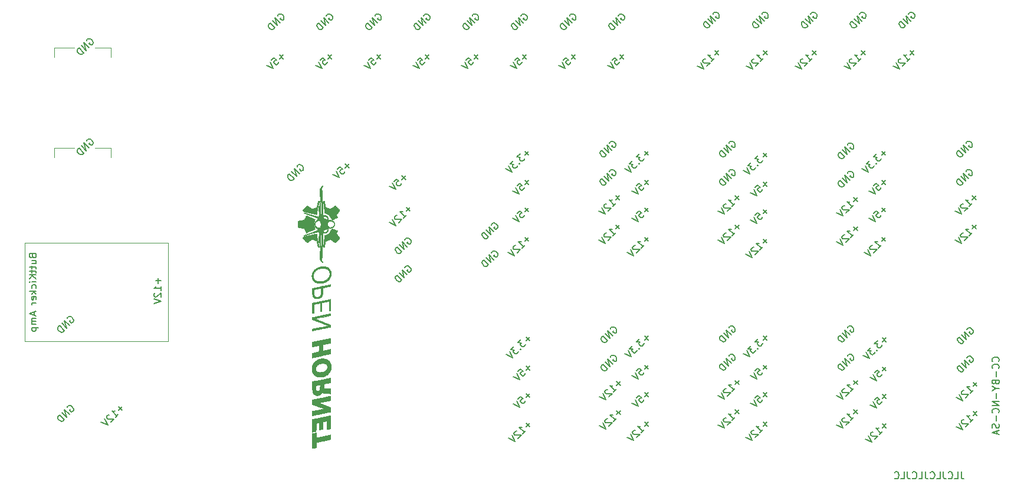
<source format=gbr>
%TF.GenerationSoftware,KiCad,Pcbnew,(5.1.9)-1*%
%TF.CreationDate,2022-08-18T15:43:49-06:00*%
%TF.ProjectId,ATX_PSU_Board,4154585f-5053-4555-9f42-6f6172642e6b,rev?*%
%TF.SameCoordinates,Original*%
%TF.FileFunction,Legend,Bot*%
%TF.FilePolarity,Positive*%
%FSLAX46Y46*%
G04 Gerber Fmt 4.6, Leading zero omitted, Abs format (unit mm)*
G04 Created by KiCad (PCBNEW (5.1.9)-1) date 2022-08-18 15:43:49*
%MOMM*%
%LPD*%
G01*
G04 APERTURE LIST*
%ADD10C,0.150000*%
%ADD11C,0.120000*%
%ADD12C,0.010000*%
G04 APERTURE END LIST*
D10*
X179057142Y-106795238D02*
X179104761Y-106747619D01*
X179152380Y-106604761D01*
X179152380Y-106509523D01*
X179104761Y-106366666D01*
X179009523Y-106271428D01*
X178914285Y-106223809D01*
X178723809Y-106176190D01*
X178580952Y-106176190D01*
X178390476Y-106223809D01*
X178295238Y-106271428D01*
X178200000Y-106366666D01*
X178152380Y-106509523D01*
X178152380Y-106604761D01*
X178200000Y-106747619D01*
X178247619Y-106795238D01*
X179057142Y-107795238D02*
X179104761Y-107747619D01*
X179152380Y-107604761D01*
X179152380Y-107509523D01*
X179104761Y-107366666D01*
X179009523Y-107271428D01*
X178914285Y-107223809D01*
X178723809Y-107176190D01*
X178580952Y-107176190D01*
X178390476Y-107223809D01*
X178295238Y-107271428D01*
X178200000Y-107366666D01*
X178152380Y-107509523D01*
X178152380Y-107604761D01*
X178200000Y-107747619D01*
X178247619Y-107795238D01*
X178771428Y-108223809D02*
X178771428Y-108985714D01*
X178628571Y-109795238D02*
X178676190Y-109938095D01*
X178723809Y-109985714D01*
X178819047Y-110033333D01*
X178961904Y-110033333D01*
X179057142Y-109985714D01*
X179104761Y-109938095D01*
X179152380Y-109842857D01*
X179152380Y-109461904D01*
X178152380Y-109461904D01*
X178152380Y-109795238D01*
X178200000Y-109890476D01*
X178247619Y-109938095D01*
X178342857Y-109985714D01*
X178438095Y-109985714D01*
X178533333Y-109938095D01*
X178580952Y-109890476D01*
X178628571Y-109795238D01*
X178628571Y-109461904D01*
X178676190Y-110652380D02*
X179152380Y-110652380D01*
X178152380Y-110319047D02*
X178676190Y-110652380D01*
X178152380Y-110985714D01*
X178771428Y-111319047D02*
X178771428Y-112080952D01*
X179152380Y-112557142D02*
X178152380Y-112557142D01*
X179152380Y-113128571D01*
X178152380Y-113128571D01*
X179057142Y-114176190D02*
X179104761Y-114128571D01*
X179152380Y-113985714D01*
X179152380Y-113890476D01*
X179104761Y-113747619D01*
X179009523Y-113652380D01*
X178914285Y-113604761D01*
X178723809Y-113557142D01*
X178580952Y-113557142D01*
X178390476Y-113604761D01*
X178295238Y-113652380D01*
X178200000Y-113747619D01*
X178152380Y-113890476D01*
X178152380Y-113985714D01*
X178200000Y-114128571D01*
X178247619Y-114176190D01*
X178771428Y-114604761D02*
X178771428Y-115366666D01*
X179104761Y-115795238D02*
X179152380Y-115938095D01*
X179152380Y-116176190D01*
X179104761Y-116271428D01*
X179057142Y-116319047D01*
X178961904Y-116366666D01*
X178866666Y-116366666D01*
X178771428Y-116319047D01*
X178723809Y-116271428D01*
X178676190Y-116176190D01*
X178628571Y-115985714D01*
X178580952Y-115890476D01*
X178533333Y-115842857D01*
X178438095Y-115795238D01*
X178342857Y-115795238D01*
X178247619Y-115842857D01*
X178200000Y-115890476D01*
X178152380Y-115985714D01*
X178152380Y-116223809D01*
X178200000Y-116366666D01*
X178866666Y-116747619D02*
X178866666Y-117223809D01*
X179152380Y-116652380D02*
X178152380Y-116985714D01*
X179152380Y-117319047D01*
D11*
X43500000Y-63100000D02*
X43500000Y-61700000D01*
X43500000Y-61700000D02*
X46400000Y-61700000D01*
X49400000Y-61700000D02*
X51700000Y-61700000D01*
X51700000Y-61700000D02*
X51700000Y-63100000D01*
D10*
X48185194Y-60707698D02*
X48218866Y-60606683D01*
X48319881Y-60505668D01*
X48454568Y-60438324D01*
X48589255Y-60438324D01*
X48690270Y-60471996D01*
X48858629Y-60573011D01*
X48959644Y-60674026D01*
X49060660Y-60842385D01*
X49094331Y-60943400D01*
X49094331Y-61078087D01*
X49026988Y-61212774D01*
X48959644Y-61280118D01*
X48824957Y-61347461D01*
X48757614Y-61347461D01*
X48521912Y-61111759D01*
X48656599Y-60977072D01*
X48521912Y-61717851D02*
X47814805Y-61010744D01*
X48117851Y-62121912D01*
X47410744Y-61414805D01*
X47781133Y-62458629D02*
X47074026Y-61751522D01*
X46905668Y-61919881D01*
X46838324Y-62054568D01*
X46838324Y-62189255D01*
X46871996Y-62290270D01*
X46973011Y-62458629D01*
X47074026Y-62559644D01*
X47242385Y-62660660D01*
X47343400Y-62694331D01*
X47478087Y-62694331D01*
X47612774Y-62626988D01*
X47781133Y-62458629D01*
X48185194Y-75107698D02*
X48218866Y-75006683D01*
X48319881Y-74905668D01*
X48454568Y-74838324D01*
X48589255Y-74838324D01*
X48690270Y-74871996D01*
X48858629Y-74973011D01*
X48959644Y-75074026D01*
X49060660Y-75242385D01*
X49094331Y-75343400D01*
X49094331Y-75478087D01*
X49026988Y-75612774D01*
X48959644Y-75680118D01*
X48824957Y-75747461D01*
X48757614Y-75747461D01*
X48521912Y-75511759D01*
X48656599Y-75377072D01*
X48521912Y-76117851D02*
X47814805Y-75410744D01*
X48117851Y-76521912D01*
X47410744Y-75814805D01*
X47781133Y-76858629D02*
X47074026Y-76151522D01*
X46905668Y-76319881D01*
X46838324Y-76454568D01*
X46838324Y-76589255D01*
X46871996Y-76690270D01*
X46973011Y-76858629D01*
X47074026Y-76959644D01*
X47242385Y-77060660D01*
X47343400Y-77094331D01*
X47478087Y-77094331D01*
X47612774Y-77026988D01*
X47781133Y-76858629D01*
D11*
X49400000Y-76100000D02*
X51700000Y-76100000D01*
X51700000Y-76100000D02*
X51700000Y-77500000D01*
X43500000Y-76100000D02*
X46400000Y-76100000D01*
X43500000Y-77500000D02*
X43500000Y-76100000D01*
D10*
X173719047Y-122652380D02*
X173719047Y-123366666D01*
X173766666Y-123509523D01*
X173861904Y-123604761D01*
X174004761Y-123652380D01*
X174100000Y-123652380D01*
X172766666Y-123652380D02*
X173242857Y-123652380D01*
X173242857Y-122652380D01*
X171861904Y-123557142D02*
X171909523Y-123604761D01*
X172052380Y-123652380D01*
X172147619Y-123652380D01*
X172290476Y-123604761D01*
X172385714Y-123509523D01*
X172433333Y-123414285D01*
X172480952Y-123223809D01*
X172480952Y-123080952D01*
X172433333Y-122890476D01*
X172385714Y-122795238D01*
X172290476Y-122700000D01*
X172147619Y-122652380D01*
X172052380Y-122652380D01*
X171909523Y-122700000D01*
X171861904Y-122747619D01*
X171147619Y-122652380D02*
X171147619Y-123366666D01*
X171195238Y-123509523D01*
X171290476Y-123604761D01*
X171433333Y-123652380D01*
X171528571Y-123652380D01*
X170195238Y-123652380D02*
X170671428Y-123652380D01*
X170671428Y-122652380D01*
X169290476Y-123557142D02*
X169338095Y-123604761D01*
X169480952Y-123652380D01*
X169576190Y-123652380D01*
X169719047Y-123604761D01*
X169814285Y-123509523D01*
X169861904Y-123414285D01*
X169909523Y-123223809D01*
X169909523Y-123080952D01*
X169861904Y-122890476D01*
X169814285Y-122795238D01*
X169719047Y-122700000D01*
X169576190Y-122652380D01*
X169480952Y-122652380D01*
X169338095Y-122700000D01*
X169290476Y-122747619D01*
X168576190Y-122652380D02*
X168576190Y-123366666D01*
X168623809Y-123509523D01*
X168719047Y-123604761D01*
X168861904Y-123652380D01*
X168957142Y-123652380D01*
X167623809Y-123652380D02*
X168100000Y-123652380D01*
X168100000Y-122652380D01*
X166719047Y-123557142D02*
X166766666Y-123604761D01*
X166909523Y-123652380D01*
X167004761Y-123652380D01*
X167147619Y-123604761D01*
X167242857Y-123509523D01*
X167290476Y-123414285D01*
X167338095Y-123223809D01*
X167338095Y-123080952D01*
X167290476Y-122890476D01*
X167242857Y-122795238D01*
X167147619Y-122700000D01*
X167004761Y-122652380D01*
X166909523Y-122652380D01*
X166766666Y-122700000D01*
X166719047Y-122747619D01*
X166004761Y-122652380D02*
X166004761Y-123366666D01*
X166052380Y-123509523D01*
X166147619Y-123604761D01*
X166290476Y-123652380D01*
X166385714Y-123652380D01*
X165052380Y-123652380D02*
X165528571Y-123652380D01*
X165528571Y-122652380D01*
X164147619Y-123557142D02*
X164195238Y-123604761D01*
X164338095Y-123652380D01*
X164433333Y-123652380D01*
X164576190Y-123604761D01*
X164671428Y-123509523D01*
X164719047Y-123414285D01*
X164766666Y-123223809D01*
X164766666Y-123080952D01*
X164719047Y-122890476D01*
X164671428Y-122795238D01*
X164576190Y-122700000D01*
X164433333Y-122652380D01*
X164338095Y-122652380D01*
X164195238Y-122700000D01*
X164147619Y-122747619D01*
X166931645Y-62177652D02*
X166392897Y-62716400D01*
X166931645Y-62716400D02*
X166392897Y-62177652D01*
X165955164Y-63692881D02*
X166359225Y-63288820D01*
X166157195Y-63490851D02*
X165450088Y-62783744D01*
X165618447Y-62817416D01*
X165753134Y-62817416D01*
X165854149Y-62783744D01*
X165046027Y-63322492D02*
X164978683Y-63322492D01*
X164877668Y-63356164D01*
X164709309Y-63524522D01*
X164675638Y-63625538D01*
X164675638Y-63692881D01*
X164709309Y-63793896D01*
X164776653Y-63861240D01*
X164911340Y-63928583D01*
X165719462Y-63928583D01*
X165281729Y-64366316D01*
X164372592Y-63861240D02*
X164843996Y-64804049D01*
X163901187Y-64332644D01*
X166157194Y-56892698D02*
X166190866Y-56791683D01*
X166291881Y-56690668D01*
X166426568Y-56623324D01*
X166561255Y-56623324D01*
X166662270Y-56656996D01*
X166830629Y-56758011D01*
X166931644Y-56859026D01*
X167032660Y-57027385D01*
X167066331Y-57128400D01*
X167066331Y-57263087D01*
X166998988Y-57397774D01*
X166931644Y-57465118D01*
X166796957Y-57532461D01*
X166729614Y-57532461D01*
X166493912Y-57296759D01*
X166628599Y-57162072D01*
X166493912Y-57902851D02*
X165786805Y-57195744D01*
X166089851Y-58306912D01*
X165382744Y-57599805D01*
X165753133Y-58643629D02*
X165046026Y-57936522D01*
X164877668Y-58104881D01*
X164810324Y-58239568D01*
X164810324Y-58374255D01*
X164843996Y-58475270D01*
X164945011Y-58643629D01*
X165046026Y-58744644D01*
X165214385Y-58845660D01*
X165315400Y-58879331D01*
X165450087Y-58879331D01*
X165584774Y-58811988D01*
X165753133Y-58643629D01*
X159914895Y-62177652D02*
X159376147Y-62716400D01*
X159914895Y-62716400D02*
X159376147Y-62177652D01*
X158938414Y-63692881D02*
X159342475Y-63288820D01*
X159140445Y-63490851D02*
X158433338Y-62783744D01*
X158601697Y-62817416D01*
X158736384Y-62817416D01*
X158837399Y-62783744D01*
X158029277Y-63322492D02*
X157961933Y-63322492D01*
X157860918Y-63356164D01*
X157692559Y-63524522D01*
X157658888Y-63625538D01*
X157658888Y-63692881D01*
X157692559Y-63793896D01*
X157759903Y-63861240D01*
X157894590Y-63928583D01*
X158702712Y-63928583D01*
X158264979Y-64366316D01*
X157355842Y-63861240D02*
X157827246Y-64804049D01*
X156884437Y-64332644D01*
X159140444Y-56892698D02*
X159174116Y-56791683D01*
X159275131Y-56690668D01*
X159409818Y-56623324D01*
X159544505Y-56623324D01*
X159645520Y-56656996D01*
X159813879Y-56758011D01*
X159914894Y-56859026D01*
X160015910Y-57027385D01*
X160049581Y-57128400D01*
X160049581Y-57263087D01*
X159982238Y-57397774D01*
X159914894Y-57465118D01*
X159780207Y-57532461D01*
X159712864Y-57532461D01*
X159477162Y-57296759D01*
X159611849Y-57162072D01*
X159477162Y-57902851D02*
X158770055Y-57195744D01*
X159073101Y-58306912D01*
X158365994Y-57599805D01*
X158736383Y-58643629D02*
X158029276Y-57936522D01*
X157860918Y-58104881D01*
X157793574Y-58239568D01*
X157793574Y-58374255D01*
X157827246Y-58475270D01*
X157928261Y-58643629D01*
X158029276Y-58744644D01*
X158197635Y-58845660D01*
X158298650Y-58879331D01*
X158433337Y-58879331D01*
X158568024Y-58811988D01*
X158736383Y-58643629D01*
X152898145Y-62177652D02*
X152359397Y-62716400D01*
X152898145Y-62716400D02*
X152359397Y-62177652D01*
X151921664Y-63692881D02*
X152325725Y-63288820D01*
X152123695Y-63490851D02*
X151416588Y-62783744D01*
X151584947Y-62817416D01*
X151719634Y-62817416D01*
X151820649Y-62783744D01*
X151012527Y-63322492D02*
X150945183Y-63322492D01*
X150844168Y-63356164D01*
X150675809Y-63524522D01*
X150642138Y-63625538D01*
X150642138Y-63692881D01*
X150675809Y-63793896D01*
X150743153Y-63861240D01*
X150877840Y-63928583D01*
X151685962Y-63928583D01*
X151248229Y-64366316D01*
X150339092Y-63861240D02*
X150810496Y-64804049D01*
X149867687Y-64332644D01*
X152123694Y-56892698D02*
X152157366Y-56791683D01*
X152258381Y-56690668D01*
X152393068Y-56623324D01*
X152527755Y-56623324D01*
X152628770Y-56656996D01*
X152797129Y-56758011D01*
X152898144Y-56859026D01*
X152999160Y-57027385D01*
X153032831Y-57128400D01*
X153032831Y-57263087D01*
X152965488Y-57397774D01*
X152898144Y-57465118D01*
X152763457Y-57532461D01*
X152696114Y-57532461D01*
X152460412Y-57296759D01*
X152595099Y-57162072D01*
X152460412Y-57902851D02*
X151753305Y-57195744D01*
X152056351Y-58306912D01*
X151349244Y-57599805D01*
X151719633Y-58643629D02*
X151012526Y-57936522D01*
X150844168Y-58104881D01*
X150776824Y-58239568D01*
X150776824Y-58374255D01*
X150810496Y-58475270D01*
X150911511Y-58643629D01*
X151012526Y-58744644D01*
X151180885Y-58845660D01*
X151281900Y-58879331D01*
X151416587Y-58879331D01*
X151551274Y-58811988D01*
X151719633Y-58643629D01*
X145881395Y-62177652D02*
X145342647Y-62716400D01*
X145881395Y-62716400D02*
X145342647Y-62177652D01*
X144904914Y-63692881D02*
X145308975Y-63288820D01*
X145106945Y-63490851D02*
X144399838Y-62783744D01*
X144568197Y-62817416D01*
X144702884Y-62817416D01*
X144803899Y-62783744D01*
X143995777Y-63322492D02*
X143928433Y-63322492D01*
X143827418Y-63356164D01*
X143659059Y-63524522D01*
X143625388Y-63625538D01*
X143625388Y-63692881D01*
X143659059Y-63793896D01*
X143726403Y-63861240D01*
X143861090Y-63928583D01*
X144669212Y-63928583D01*
X144231479Y-64366316D01*
X143322342Y-63861240D02*
X143793746Y-64804049D01*
X142850937Y-64332644D01*
X145106944Y-56892698D02*
X145140616Y-56791683D01*
X145241631Y-56690668D01*
X145376318Y-56623324D01*
X145511005Y-56623324D01*
X145612020Y-56656996D01*
X145780379Y-56758011D01*
X145881394Y-56859026D01*
X145982410Y-57027385D01*
X146016081Y-57128400D01*
X146016081Y-57263087D01*
X145948738Y-57397774D01*
X145881394Y-57465118D01*
X145746707Y-57532461D01*
X145679364Y-57532461D01*
X145443662Y-57296759D01*
X145578349Y-57162072D01*
X145443662Y-57902851D02*
X144736555Y-57195744D01*
X145039601Y-58306912D01*
X144332494Y-57599805D01*
X144702883Y-58643629D02*
X143995776Y-57936522D01*
X143827418Y-58104881D01*
X143760074Y-58239568D01*
X143760074Y-58374255D01*
X143793746Y-58475270D01*
X143894761Y-58643629D01*
X143995776Y-58744644D01*
X144164135Y-58845660D01*
X144265150Y-58879331D01*
X144399837Y-58879331D01*
X144534524Y-58811988D01*
X144702883Y-58643629D01*
X138090194Y-56892698D02*
X138123866Y-56791683D01*
X138224881Y-56690668D01*
X138359568Y-56623324D01*
X138494255Y-56623324D01*
X138595270Y-56656996D01*
X138763629Y-56758011D01*
X138864644Y-56859026D01*
X138965660Y-57027385D01*
X138999331Y-57128400D01*
X138999331Y-57263087D01*
X138931988Y-57397774D01*
X138864644Y-57465118D01*
X138729957Y-57532461D01*
X138662614Y-57532461D01*
X138426912Y-57296759D01*
X138561599Y-57162072D01*
X138426912Y-57902851D02*
X137719805Y-57195744D01*
X138022851Y-58306912D01*
X137315744Y-57599805D01*
X137686133Y-58643629D02*
X136979026Y-57936522D01*
X136810668Y-58104881D01*
X136743324Y-58239568D01*
X136743324Y-58374255D01*
X136776996Y-58475270D01*
X136878011Y-58643629D01*
X136979026Y-58744644D01*
X137147385Y-58845660D01*
X137248400Y-58879331D01*
X137383087Y-58879331D01*
X137517774Y-58811988D01*
X137686133Y-58643629D01*
X138864645Y-62177652D02*
X138325897Y-62716400D01*
X138864645Y-62716400D02*
X138325897Y-62177652D01*
X137888164Y-63692881D02*
X138292225Y-63288820D01*
X138090195Y-63490851D02*
X137383088Y-62783744D01*
X137551447Y-62817416D01*
X137686134Y-62817416D01*
X137787149Y-62783744D01*
X136979027Y-63322492D02*
X136911683Y-63322492D01*
X136810668Y-63356164D01*
X136642309Y-63524522D01*
X136608638Y-63625538D01*
X136608638Y-63692881D01*
X136642309Y-63793896D01*
X136709653Y-63861240D01*
X136844340Y-63928583D01*
X137652462Y-63928583D01*
X137214729Y-64366316D01*
X136305592Y-63861240D02*
X136776996Y-64804049D01*
X135834187Y-64332644D01*
X124501194Y-57146698D02*
X124534866Y-57045683D01*
X124635881Y-56944668D01*
X124770568Y-56877324D01*
X124905255Y-56877324D01*
X125006270Y-56910996D01*
X125174629Y-57012011D01*
X125275644Y-57113026D01*
X125376660Y-57281385D01*
X125410331Y-57382400D01*
X125410331Y-57517087D01*
X125342988Y-57651774D01*
X125275644Y-57719118D01*
X125140957Y-57786461D01*
X125073614Y-57786461D01*
X124837912Y-57550759D01*
X124972599Y-57416072D01*
X124837912Y-58156851D02*
X124130805Y-57449744D01*
X124433851Y-58560912D01*
X123726744Y-57853805D01*
X124097133Y-58897629D02*
X123390026Y-58190522D01*
X123221668Y-58358881D01*
X123154324Y-58493568D01*
X123154324Y-58628255D01*
X123187996Y-58729270D01*
X123289011Y-58897629D01*
X123390026Y-58998644D01*
X123558385Y-59099660D01*
X123659400Y-59133331D01*
X123794087Y-59133331D01*
X123928774Y-59065988D01*
X124097133Y-58897629D01*
X125275644Y-62768370D02*
X124736896Y-63307118D01*
X125275644Y-63307118D02*
X124736896Y-62768370D01*
X123625729Y-63542820D02*
X123962446Y-63206103D01*
X124332835Y-63509148D01*
X124265492Y-63509148D01*
X124164477Y-63542820D01*
X123996118Y-63711179D01*
X123962446Y-63812194D01*
X123962446Y-63879538D01*
X123996118Y-63980553D01*
X124164477Y-64148912D01*
X124265492Y-64182583D01*
X124332835Y-64182583D01*
X124433851Y-64148912D01*
X124602209Y-63980553D01*
X124635881Y-63879538D01*
X124635881Y-63812194D01*
X123390026Y-63778522D02*
X123861431Y-64721331D01*
X122918622Y-64249927D01*
X117516194Y-57146698D02*
X117549866Y-57045683D01*
X117650881Y-56944668D01*
X117785568Y-56877324D01*
X117920255Y-56877324D01*
X118021270Y-56910996D01*
X118189629Y-57012011D01*
X118290644Y-57113026D01*
X118391660Y-57281385D01*
X118425331Y-57382400D01*
X118425331Y-57517087D01*
X118357988Y-57651774D01*
X118290644Y-57719118D01*
X118155957Y-57786461D01*
X118088614Y-57786461D01*
X117852912Y-57550759D01*
X117987599Y-57416072D01*
X117852912Y-58156851D02*
X117145805Y-57449744D01*
X117448851Y-58560912D01*
X116741744Y-57853805D01*
X117112133Y-58897629D02*
X116405026Y-58190522D01*
X116236668Y-58358881D01*
X116169324Y-58493568D01*
X116169324Y-58628255D01*
X116202996Y-58729270D01*
X116304011Y-58897629D01*
X116405026Y-58998644D01*
X116573385Y-59099660D01*
X116674400Y-59133331D01*
X116809087Y-59133331D01*
X116943774Y-59065988D01*
X117112133Y-58897629D01*
X118290644Y-62768370D02*
X117751896Y-63307118D01*
X118290644Y-63307118D02*
X117751896Y-62768370D01*
X116640729Y-63542820D02*
X116977446Y-63206103D01*
X117347835Y-63509148D01*
X117280492Y-63509148D01*
X117179477Y-63542820D01*
X117011118Y-63711179D01*
X116977446Y-63812194D01*
X116977446Y-63879538D01*
X117011118Y-63980553D01*
X117179477Y-64148912D01*
X117280492Y-64182583D01*
X117347835Y-64182583D01*
X117448851Y-64148912D01*
X117617209Y-63980553D01*
X117650881Y-63879538D01*
X117650881Y-63812194D01*
X116405026Y-63778522D02*
X116876431Y-64721331D01*
X115933622Y-64249927D01*
X110531194Y-57146698D02*
X110564866Y-57045683D01*
X110665881Y-56944668D01*
X110800568Y-56877324D01*
X110935255Y-56877324D01*
X111036270Y-56910996D01*
X111204629Y-57012011D01*
X111305644Y-57113026D01*
X111406660Y-57281385D01*
X111440331Y-57382400D01*
X111440331Y-57517087D01*
X111372988Y-57651774D01*
X111305644Y-57719118D01*
X111170957Y-57786461D01*
X111103614Y-57786461D01*
X110867912Y-57550759D01*
X111002599Y-57416072D01*
X110867912Y-58156851D02*
X110160805Y-57449744D01*
X110463851Y-58560912D01*
X109756744Y-57853805D01*
X110127133Y-58897629D02*
X109420026Y-58190522D01*
X109251668Y-58358881D01*
X109184324Y-58493568D01*
X109184324Y-58628255D01*
X109217996Y-58729270D01*
X109319011Y-58897629D01*
X109420026Y-58998644D01*
X109588385Y-59099660D01*
X109689400Y-59133331D01*
X109824087Y-59133331D01*
X109958774Y-59065988D01*
X110127133Y-58897629D01*
X111305644Y-62768370D02*
X110766896Y-63307118D01*
X111305644Y-63307118D02*
X110766896Y-62768370D01*
X109655729Y-63542820D02*
X109992446Y-63206103D01*
X110362835Y-63509148D01*
X110295492Y-63509148D01*
X110194477Y-63542820D01*
X110026118Y-63711179D01*
X109992446Y-63812194D01*
X109992446Y-63879538D01*
X110026118Y-63980553D01*
X110194477Y-64148912D01*
X110295492Y-64182583D01*
X110362835Y-64182583D01*
X110463851Y-64148912D01*
X110632209Y-63980553D01*
X110665881Y-63879538D01*
X110665881Y-63812194D01*
X109420026Y-63778522D02*
X109891431Y-64721331D01*
X108948622Y-64249927D01*
X103546194Y-57146698D02*
X103579866Y-57045683D01*
X103680881Y-56944668D01*
X103815568Y-56877324D01*
X103950255Y-56877324D01*
X104051270Y-56910996D01*
X104219629Y-57012011D01*
X104320644Y-57113026D01*
X104421660Y-57281385D01*
X104455331Y-57382400D01*
X104455331Y-57517087D01*
X104387988Y-57651774D01*
X104320644Y-57719118D01*
X104185957Y-57786461D01*
X104118614Y-57786461D01*
X103882912Y-57550759D01*
X104017599Y-57416072D01*
X103882912Y-58156851D02*
X103175805Y-57449744D01*
X103478851Y-58560912D01*
X102771744Y-57853805D01*
X103142133Y-58897629D02*
X102435026Y-58190522D01*
X102266668Y-58358881D01*
X102199324Y-58493568D01*
X102199324Y-58628255D01*
X102232996Y-58729270D01*
X102334011Y-58897629D01*
X102435026Y-58998644D01*
X102603385Y-59099660D01*
X102704400Y-59133331D01*
X102839087Y-59133331D01*
X102973774Y-59065988D01*
X103142133Y-58897629D01*
X104320644Y-62768370D02*
X103781896Y-63307118D01*
X104320644Y-63307118D02*
X103781896Y-62768370D01*
X102670729Y-63542820D02*
X103007446Y-63206103D01*
X103377835Y-63509148D01*
X103310492Y-63509148D01*
X103209477Y-63542820D01*
X103041118Y-63711179D01*
X103007446Y-63812194D01*
X103007446Y-63879538D01*
X103041118Y-63980553D01*
X103209477Y-64148912D01*
X103310492Y-64182583D01*
X103377835Y-64182583D01*
X103478851Y-64148912D01*
X103647209Y-63980553D01*
X103680881Y-63879538D01*
X103680881Y-63812194D01*
X102435026Y-63778522D02*
X102906431Y-64721331D01*
X101963622Y-64249927D01*
X96561194Y-57146698D02*
X96594866Y-57045683D01*
X96695881Y-56944668D01*
X96830568Y-56877324D01*
X96965255Y-56877324D01*
X97066270Y-56910996D01*
X97234629Y-57012011D01*
X97335644Y-57113026D01*
X97436660Y-57281385D01*
X97470331Y-57382400D01*
X97470331Y-57517087D01*
X97402988Y-57651774D01*
X97335644Y-57719118D01*
X97200957Y-57786461D01*
X97133614Y-57786461D01*
X96897912Y-57550759D01*
X97032599Y-57416072D01*
X96897912Y-58156851D02*
X96190805Y-57449744D01*
X96493851Y-58560912D01*
X95786744Y-57853805D01*
X96157133Y-58897629D02*
X95450026Y-58190522D01*
X95281668Y-58358881D01*
X95214324Y-58493568D01*
X95214324Y-58628255D01*
X95247996Y-58729270D01*
X95349011Y-58897629D01*
X95450026Y-58998644D01*
X95618385Y-59099660D01*
X95719400Y-59133331D01*
X95854087Y-59133331D01*
X95988774Y-59065988D01*
X96157133Y-58897629D01*
X97335644Y-62768370D02*
X96796896Y-63307118D01*
X97335644Y-63307118D02*
X96796896Y-62768370D01*
X95685729Y-63542820D02*
X96022446Y-63206103D01*
X96392835Y-63509148D01*
X96325492Y-63509148D01*
X96224477Y-63542820D01*
X96056118Y-63711179D01*
X96022446Y-63812194D01*
X96022446Y-63879538D01*
X96056118Y-63980553D01*
X96224477Y-64148912D01*
X96325492Y-64182583D01*
X96392835Y-64182583D01*
X96493851Y-64148912D01*
X96662209Y-63980553D01*
X96695881Y-63879538D01*
X96695881Y-63812194D01*
X95450026Y-63778522D02*
X95921431Y-64721331D01*
X94978622Y-64249927D01*
X89576194Y-57146698D02*
X89609866Y-57045683D01*
X89710881Y-56944668D01*
X89845568Y-56877324D01*
X89980255Y-56877324D01*
X90081270Y-56910996D01*
X90249629Y-57012011D01*
X90350644Y-57113026D01*
X90451660Y-57281385D01*
X90485331Y-57382400D01*
X90485331Y-57517087D01*
X90417988Y-57651774D01*
X90350644Y-57719118D01*
X90215957Y-57786461D01*
X90148614Y-57786461D01*
X89912912Y-57550759D01*
X90047599Y-57416072D01*
X89912912Y-58156851D02*
X89205805Y-57449744D01*
X89508851Y-58560912D01*
X88801744Y-57853805D01*
X89172133Y-58897629D02*
X88465026Y-58190522D01*
X88296668Y-58358881D01*
X88229324Y-58493568D01*
X88229324Y-58628255D01*
X88262996Y-58729270D01*
X88364011Y-58897629D01*
X88465026Y-58998644D01*
X88633385Y-59099660D01*
X88734400Y-59133331D01*
X88869087Y-59133331D01*
X89003774Y-59065988D01*
X89172133Y-58897629D01*
X90350644Y-62768370D02*
X89811896Y-63307118D01*
X90350644Y-63307118D02*
X89811896Y-62768370D01*
X88700729Y-63542820D02*
X89037446Y-63206103D01*
X89407835Y-63509148D01*
X89340492Y-63509148D01*
X89239477Y-63542820D01*
X89071118Y-63711179D01*
X89037446Y-63812194D01*
X89037446Y-63879538D01*
X89071118Y-63980553D01*
X89239477Y-64148912D01*
X89340492Y-64182583D01*
X89407835Y-64182583D01*
X89508851Y-64148912D01*
X89677209Y-63980553D01*
X89710881Y-63879538D01*
X89710881Y-63812194D01*
X88465026Y-63778522D02*
X88936431Y-64721331D01*
X87993622Y-64249927D01*
X82591194Y-57146698D02*
X82624866Y-57045683D01*
X82725881Y-56944668D01*
X82860568Y-56877324D01*
X82995255Y-56877324D01*
X83096270Y-56910996D01*
X83264629Y-57012011D01*
X83365644Y-57113026D01*
X83466660Y-57281385D01*
X83500331Y-57382400D01*
X83500331Y-57517087D01*
X83432988Y-57651774D01*
X83365644Y-57719118D01*
X83230957Y-57786461D01*
X83163614Y-57786461D01*
X82927912Y-57550759D01*
X83062599Y-57416072D01*
X82927912Y-58156851D02*
X82220805Y-57449744D01*
X82523851Y-58560912D01*
X81816744Y-57853805D01*
X82187133Y-58897629D02*
X81480026Y-58190522D01*
X81311668Y-58358881D01*
X81244324Y-58493568D01*
X81244324Y-58628255D01*
X81277996Y-58729270D01*
X81379011Y-58897629D01*
X81480026Y-58998644D01*
X81648385Y-59099660D01*
X81749400Y-59133331D01*
X81884087Y-59133331D01*
X82018774Y-59065988D01*
X82187133Y-58897629D01*
X83365644Y-62768370D02*
X82826896Y-63307118D01*
X83365644Y-63307118D02*
X82826896Y-62768370D01*
X81715729Y-63542820D02*
X82052446Y-63206103D01*
X82422835Y-63509148D01*
X82355492Y-63509148D01*
X82254477Y-63542820D01*
X82086118Y-63711179D01*
X82052446Y-63812194D01*
X82052446Y-63879538D01*
X82086118Y-63980553D01*
X82254477Y-64148912D01*
X82355492Y-64182583D01*
X82422835Y-64182583D01*
X82523851Y-64148912D01*
X82692209Y-63980553D01*
X82725881Y-63879538D01*
X82725881Y-63812194D01*
X81480026Y-63778522D02*
X81951431Y-64721331D01*
X81008622Y-64249927D01*
X76380644Y-62768370D02*
X75841896Y-63307118D01*
X76380644Y-63307118D02*
X75841896Y-62768370D01*
X74730729Y-63542820D02*
X75067446Y-63206103D01*
X75437835Y-63509148D01*
X75370492Y-63509148D01*
X75269477Y-63542820D01*
X75101118Y-63711179D01*
X75067446Y-63812194D01*
X75067446Y-63879538D01*
X75101118Y-63980553D01*
X75269477Y-64148912D01*
X75370492Y-64182583D01*
X75437835Y-64182583D01*
X75538851Y-64148912D01*
X75707209Y-63980553D01*
X75740881Y-63879538D01*
X75740881Y-63812194D01*
X74495026Y-63778522D02*
X74966431Y-64721331D01*
X74023622Y-64249927D01*
X75606194Y-57146698D02*
X75639866Y-57045683D01*
X75740881Y-56944668D01*
X75875568Y-56877324D01*
X76010255Y-56877324D01*
X76111270Y-56910996D01*
X76279629Y-57012011D01*
X76380644Y-57113026D01*
X76481660Y-57281385D01*
X76515331Y-57382400D01*
X76515331Y-57517087D01*
X76447988Y-57651774D01*
X76380644Y-57719118D01*
X76245957Y-57786461D01*
X76178614Y-57786461D01*
X75942912Y-57550759D01*
X76077599Y-57416072D01*
X75942912Y-58156851D02*
X75235805Y-57449744D01*
X75538851Y-58560912D01*
X74831744Y-57853805D01*
X75202133Y-58897629D02*
X74495026Y-58190522D01*
X74326668Y-58358881D01*
X74259324Y-58493568D01*
X74259324Y-58628255D01*
X74292996Y-58729270D01*
X74394011Y-58897629D01*
X74495026Y-58998644D01*
X74663385Y-59099660D01*
X74764400Y-59133331D01*
X74899087Y-59133331D01*
X75033774Y-59065988D01*
X75202133Y-58897629D01*
X78385194Y-78807698D02*
X78418866Y-78706683D01*
X78519881Y-78605668D01*
X78654568Y-78538324D01*
X78789255Y-78538324D01*
X78890270Y-78571996D01*
X79058629Y-78673011D01*
X79159644Y-78774026D01*
X79260660Y-78942385D01*
X79294331Y-79043400D01*
X79294331Y-79178087D01*
X79226988Y-79312774D01*
X79159644Y-79380118D01*
X79024957Y-79447461D01*
X78957614Y-79447461D01*
X78721912Y-79211759D01*
X78856599Y-79077072D01*
X78721912Y-79817851D02*
X78014805Y-79110744D01*
X78317851Y-80221912D01*
X77610744Y-79514805D01*
X77981133Y-80558629D02*
X77274026Y-79851522D01*
X77105668Y-80019881D01*
X77038324Y-80154568D01*
X77038324Y-80289255D01*
X77071996Y-80390270D01*
X77173011Y-80558629D01*
X77274026Y-80659644D01*
X77442385Y-80760660D01*
X77543400Y-80794331D01*
X77678087Y-80794331D01*
X77812774Y-80726988D01*
X77981133Y-80558629D01*
X85859644Y-78441370D02*
X85320896Y-78980118D01*
X85859644Y-78980118D02*
X85320896Y-78441370D01*
X84209729Y-79215820D02*
X84546446Y-78879103D01*
X84916835Y-79182148D01*
X84849492Y-79182148D01*
X84748477Y-79215820D01*
X84580118Y-79384179D01*
X84546446Y-79485194D01*
X84546446Y-79552538D01*
X84580118Y-79653553D01*
X84748477Y-79821912D01*
X84849492Y-79855583D01*
X84916835Y-79855583D01*
X85017851Y-79821912D01*
X85186209Y-79653553D01*
X85219881Y-79552538D01*
X85219881Y-79485194D01*
X83974026Y-79451522D02*
X84445431Y-80394331D01*
X83502622Y-79922927D01*
X45385194Y-113407698D02*
X45418866Y-113306683D01*
X45519881Y-113205668D01*
X45654568Y-113138324D01*
X45789255Y-113138324D01*
X45890270Y-113171996D01*
X46058629Y-113273011D01*
X46159644Y-113374026D01*
X46260660Y-113542385D01*
X46294331Y-113643400D01*
X46294331Y-113778087D01*
X46226988Y-113912774D01*
X46159644Y-113980118D01*
X46024957Y-114047461D01*
X45957614Y-114047461D01*
X45721912Y-113811759D01*
X45856599Y-113677072D01*
X45721912Y-114417851D02*
X45014805Y-113710744D01*
X45317851Y-114821912D01*
X44610744Y-114114805D01*
X44981133Y-115158629D02*
X44274026Y-114451522D01*
X44105668Y-114619881D01*
X44038324Y-114754568D01*
X44038324Y-114889255D01*
X44071996Y-114990270D01*
X44173011Y-115158629D01*
X44274026Y-115259644D01*
X44442385Y-115360660D01*
X44543400Y-115394331D01*
X44678087Y-115394331D01*
X44812774Y-115326988D01*
X44981133Y-115158629D01*
X53296362Y-113304652D02*
X52757614Y-113843400D01*
X53296362Y-113843400D02*
X52757614Y-113304652D01*
X52319881Y-114819881D02*
X52723942Y-114415820D01*
X52521912Y-114617851D02*
X51814805Y-113910744D01*
X51983164Y-113944416D01*
X52117851Y-113944416D01*
X52218866Y-113910744D01*
X51410744Y-114449492D02*
X51343400Y-114449492D01*
X51242385Y-114483164D01*
X51074026Y-114651522D01*
X51040355Y-114752538D01*
X51040355Y-114819881D01*
X51074026Y-114920896D01*
X51141370Y-114988240D01*
X51276057Y-115055583D01*
X52084179Y-115055583D01*
X51646446Y-115493316D01*
X50737309Y-114988240D02*
X51208713Y-115931049D01*
X50265904Y-115459644D01*
X45385194Y-100607698D02*
X45418866Y-100506683D01*
X45519881Y-100405668D01*
X45654568Y-100338324D01*
X45789255Y-100338324D01*
X45890270Y-100371996D01*
X46058629Y-100473011D01*
X46159644Y-100574026D01*
X46260660Y-100742385D01*
X46294331Y-100843400D01*
X46294331Y-100978087D01*
X46226988Y-101112774D01*
X46159644Y-101180118D01*
X46024957Y-101247461D01*
X45957614Y-101247461D01*
X45721912Y-101011759D01*
X45856599Y-100877072D01*
X45721912Y-101617851D02*
X45014805Y-100910744D01*
X45317851Y-102021912D01*
X44610744Y-101314805D01*
X44981133Y-102358629D02*
X44274026Y-101651522D01*
X44105668Y-101819881D01*
X44038324Y-101954568D01*
X44038324Y-102089255D01*
X44071996Y-102190270D01*
X44173011Y-102358629D01*
X44274026Y-102459644D01*
X44442385Y-102560660D01*
X44543400Y-102594331D01*
X44678087Y-102594331D01*
X44812774Y-102526988D01*
X44981133Y-102358629D01*
X58471428Y-94838095D02*
X58471428Y-95600000D01*
X58852380Y-95219047D02*
X58090476Y-95219047D01*
X58852380Y-96600000D02*
X58852380Y-96028571D01*
X58852380Y-96314285D02*
X57852380Y-96314285D01*
X57995238Y-96219047D01*
X58090476Y-96123809D01*
X58138095Y-96028571D01*
X57947619Y-96980952D02*
X57900000Y-97028571D01*
X57852380Y-97123809D01*
X57852380Y-97361904D01*
X57900000Y-97457142D01*
X57947619Y-97504761D01*
X58042857Y-97552380D01*
X58138095Y-97552380D01*
X58280952Y-97504761D01*
X58852380Y-96933333D01*
X58852380Y-97552380D01*
X57852380Y-97838095D02*
X58852380Y-98171428D01*
X57852380Y-98504761D01*
X94624362Y-84656651D02*
X94085614Y-85195399D01*
X94624362Y-85195399D02*
X94085614Y-84656651D01*
X93647881Y-86171880D02*
X94051942Y-85767819D01*
X93849912Y-85969850D02*
X93142805Y-85262743D01*
X93311164Y-85296415D01*
X93445851Y-85296415D01*
X93546866Y-85262743D01*
X92738744Y-85801491D02*
X92671400Y-85801491D01*
X92570385Y-85835163D01*
X92402026Y-86003521D01*
X92368355Y-86104537D01*
X92368355Y-86171880D01*
X92402026Y-86272895D01*
X92469370Y-86340239D01*
X92604057Y-86407582D01*
X93412179Y-86407582D01*
X92974446Y-86845315D01*
X92065309Y-86340239D02*
X92536713Y-87283048D01*
X91593904Y-86811643D01*
X93849911Y-93341698D02*
X93883583Y-93240683D01*
X93984598Y-93139668D01*
X94119285Y-93072324D01*
X94253972Y-93072324D01*
X94354987Y-93105996D01*
X94523346Y-93207011D01*
X94624361Y-93308026D01*
X94725377Y-93476385D01*
X94759048Y-93577400D01*
X94759048Y-93712087D01*
X94691705Y-93846774D01*
X94624361Y-93914118D01*
X94489674Y-93981461D01*
X94422331Y-93981461D01*
X94186629Y-93745759D01*
X94321316Y-93611072D01*
X94186629Y-94351851D02*
X93479522Y-93644744D01*
X93782568Y-94755912D01*
X93075461Y-94048805D01*
X93445850Y-95092629D02*
X92738743Y-94385522D01*
X92570385Y-94553881D01*
X92503041Y-94688568D01*
X92503041Y-94823255D01*
X92536713Y-94924270D01*
X92637728Y-95092629D01*
X92738743Y-95193644D01*
X92907102Y-95294660D01*
X93008117Y-95328331D01*
X93142804Y-95328331D01*
X93277491Y-95260988D01*
X93445850Y-95092629D01*
X93849911Y-89319056D02*
X93883583Y-89218041D01*
X93984598Y-89117026D01*
X94119285Y-89049682D01*
X94253972Y-89049682D01*
X94354987Y-89083354D01*
X94523346Y-89184369D01*
X94624361Y-89285384D01*
X94725377Y-89453743D01*
X94759048Y-89554758D01*
X94759048Y-89689445D01*
X94691705Y-89824132D01*
X94624361Y-89891476D01*
X94489674Y-89958819D01*
X94422331Y-89958819D01*
X94186629Y-89723117D01*
X94321316Y-89588430D01*
X94186629Y-90329209D02*
X93479522Y-89622102D01*
X93782568Y-90733270D01*
X93075461Y-90026163D01*
X93445850Y-91069987D02*
X92738743Y-90362880D01*
X92570385Y-90531239D01*
X92503041Y-90665926D01*
X92503041Y-90800613D01*
X92536713Y-90901628D01*
X92637728Y-91069987D01*
X92738743Y-91171002D01*
X92907102Y-91272018D01*
X93008117Y-91305689D01*
X93142804Y-91305689D01*
X93277491Y-91238346D01*
X93445850Y-91069987D01*
X106295911Y-91182698D02*
X106329583Y-91081683D01*
X106430598Y-90980668D01*
X106565285Y-90913324D01*
X106699972Y-90913324D01*
X106800987Y-90946996D01*
X106969346Y-91048011D01*
X107070361Y-91149026D01*
X107171377Y-91317385D01*
X107205048Y-91418400D01*
X107205048Y-91553087D01*
X107137705Y-91687774D01*
X107070361Y-91755118D01*
X106935674Y-91822461D01*
X106868331Y-91822461D01*
X106632629Y-91586759D01*
X106767316Y-91452072D01*
X106632629Y-92192851D02*
X105925522Y-91485744D01*
X106228568Y-92596912D01*
X105521461Y-91889805D01*
X105891850Y-92933629D02*
X105184743Y-92226522D01*
X105016385Y-92394881D01*
X104949041Y-92529568D01*
X104949041Y-92664255D01*
X104982713Y-92765270D01*
X105083728Y-92933629D01*
X105184743Y-93034644D01*
X105353102Y-93135660D01*
X105454117Y-93169331D01*
X105588804Y-93169331D01*
X105723491Y-93101988D01*
X105891850Y-92933629D01*
X106295911Y-87182198D02*
X106329583Y-87081183D01*
X106430598Y-86980168D01*
X106565285Y-86912824D01*
X106699972Y-86912824D01*
X106800987Y-86946496D01*
X106969346Y-87047511D01*
X107070361Y-87148526D01*
X107171377Y-87316885D01*
X107205048Y-87417900D01*
X107205048Y-87552587D01*
X107137705Y-87687274D01*
X107070361Y-87754618D01*
X106935674Y-87821961D01*
X106868331Y-87821961D01*
X106632629Y-87586259D01*
X106767316Y-87451572D01*
X106632629Y-88192351D02*
X105925522Y-87485244D01*
X106228568Y-88596412D01*
X105521461Y-87889305D01*
X105891850Y-88933129D02*
X105184743Y-88226022D01*
X105016385Y-88394381D01*
X104949041Y-88529068D01*
X104949041Y-88663755D01*
X104982713Y-88764770D01*
X105083728Y-88933129D01*
X105184743Y-89034144D01*
X105353102Y-89135160D01*
X105454117Y-89168831D01*
X105588804Y-89168831D01*
X105723491Y-89101488D01*
X105891850Y-88933129D01*
X93959644Y-80141370D02*
X93420896Y-80680118D01*
X93959644Y-80680118D02*
X93420896Y-80141370D01*
X92309729Y-80915820D02*
X92646446Y-80579103D01*
X93016835Y-80882148D01*
X92949492Y-80882148D01*
X92848477Y-80915820D01*
X92680118Y-81084179D01*
X92646446Y-81185194D01*
X92646446Y-81252538D01*
X92680118Y-81353553D01*
X92848477Y-81521912D01*
X92949492Y-81555583D01*
X93016835Y-81555583D01*
X93117851Y-81521912D01*
X93286209Y-81353553D01*
X93319881Y-81252538D01*
X93319881Y-81185194D01*
X92074026Y-81151522D02*
X92545431Y-82094331D01*
X91602622Y-81622927D01*
X123358194Y-106168698D02*
X123391866Y-106067683D01*
X123492881Y-105966668D01*
X123627568Y-105899324D01*
X123762255Y-105899324D01*
X123863270Y-105932996D01*
X124031629Y-106034011D01*
X124132644Y-106135026D01*
X124233660Y-106303385D01*
X124267331Y-106404400D01*
X124267331Y-106539087D01*
X124199988Y-106673774D01*
X124132644Y-106741118D01*
X123997957Y-106808461D01*
X123930614Y-106808461D01*
X123694912Y-106572759D01*
X123829599Y-106438072D01*
X123694912Y-107178851D02*
X122987805Y-106471744D01*
X123290851Y-107582912D01*
X122583744Y-106875805D01*
X122954133Y-107919629D02*
X122247026Y-107212522D01*
X122078668Y-107380881D01*
X122011324Y-107515568D01*
X122011324Y-107650255D01*
X122044996Y-107751270D01*
X122146011Y-107919629D01*
X122247026Y-108020644D01*
X122415385Y-108121660D01*
X122516400Y-108155331D01*
X122651087Y-108155331D01*
X122785774Y-108087988D01*
X122954133Y-107919629D01*
X111769361Y-107472370D02*
X111230613Y-108011118D01*
X111769361Y-108011118D02*
X111230613Y-107472370D01*
X110119446Y-108246820D02*
X110456163Y-107910103D01*
X110826552Y-108213148D01*
X110759209Y-108213148D01*
X110658194Y-108246820D01*
X110489835Y-108415179D01*
X110456163Y-108516194D01*
X110456163Y-108583538D01*
X110489835Y-108684553D01*
X110658194Y-108852912D01*
X110759209Y-108886583D01*
X110826552Y-108886583D01*
X110927568Y-108852912D01*
X111095926Y-108684553D01*
X111129598Y-108583538D01*
X111129598Y-108516194D01*
X109883743Y-108482522D02*
X110355148Y-109425331D01*
X109412339Y-108953927D01*
X111769362Y-115644652D02*
X111230614Y-116183400D01*
X111769362Y-116183400D02*
X111230614Y-115644652D01*
X110792881Y-117159881D02*
X111196942Y-116755820D01*
X110994912Y-116957851D02*
X110287805Y-116250744D01*
X110456164Y-116284416D01*
X110590851Y-116284416D01*
X110691866Y-116250744D01*
X109883744Y-116789492D02*
X109816400Y-116789492D01*
X109715385Y-116823164D01*
X109547026Y-116991522D01*
X109513355Y-117092538D01*
X109513355Y-117159881D01*
X109547026Y-117260896D01*
X109614370Y-117328240D01*
X109749057Y-117395583D01*
X110557179Y-117395583D01*
X110119446Y-117833316D01*
X109210309Y-117328240D02*
X109681713Y-118271049D01*
X108738904Y-117799644D01*
X124806080Y-109675652D02*
X124267332Y-110214400D01*
X124806080Y-110214400D02*
X124267332Y-109675652D01*
X123829599Y-111190881D02*
X124233660Y-110786820D01*
X124031630Y-110988851D02*
X123324523Y-110281744D01*
X123492882Y-110315416D01*
X123627569Y-110315416D01*
X123728584Y-110281744D01*
X122920462Y-110820492D02*
X122853118Y-110820492D01*
X122752103Y-110854164D01*
X122583744Y-111022522D01*
X122550073Y-111123538D01*
X122550073Y-111190881D01*
X122583744Y-111291896D01*
X122651088Y-111359240D01*
X122785775Y-111426583D01*
X123593897Y-111426583D01*
X123156164Y-111864316D01*
X122247027Y-111359240D02*
X122718431Y-112302049D01*
X121775622Y-111830644D01*
X123358194Y-102104698D02*
X123391866Y-102003683D01*
X123492881Y-101902668D01*
X123627568Y-101835324D01*
X123762255Y-101835324D01*
X123863270Y-101868996D01*
X124031629Y-101970011D01*
X124132644Y-102071026D01*
X124233660Y-102239385D01*
X124267331Y-102340400D01*
X124267331Y-102475087D01*
X124199988Y-102609774D01*
X124132644Y-102677118D01*
X123997957Y-102744461D01*
X123930614Y-102744461D01*
X123694912Y-102508759D01*
X123829599Y-102374072D01*
X123694912Y-103114851D02*
X122987805Y-102407744D01*
X123290851Y-103518912D01*
X122583744Y-102811805D01*
X122954133Y-103855629D02*
X122247026Y-103148522D01*
X122078668Y-103316881D01*
X122011324Y-103451568D01*
X122011324Y-103586255D01*
X122044996Y-103687270D01*
X122146011Y-103855629D01*
X122247026Y-103956644D01*
X122415385Y-104057660D01*
X122516400Y-104091331D01*
X122651087Y-104091331D01*
X122785774Y-104023988D01*
X122954133Y-103855629D01*
X124806080Y-113866652D02*
X124267332Y-114405400D01*
X124806080Y-114405400D02*
X124267332Y-113866652D01*
X123829599Y-115381881D02*
X124233660Y-114977820D01*
X124031630Y-115179851D02*
X123324523Y-114472744D01*
X123492882Y-114506416D01*
X123627569Y-114506416D01*
X123728584Y-114472744D01*
X122920462Y-115011492D02*
X122853118Y-115011492D01*
X122752103Y-115045164D01*
X122583744Y-115213522D01*
X122550073Y-115314538D01*
X122550073Y-115381881D01*
X122583744Y-115482896D01*
X122651088Y-115550240D01*
X122785775Y-115617583D01*
X123593897Y-115617583D01*
X123156164Y-116055316D01*
X122247027Y-115550240D02*
X122718431Y-116493049D01*
X121775622Y-116021644D01*
X111769362Y-103284294D02*
X111230614Y-103823042D01*
X111769362Y-103823042D02*
X111230614Y-103284294D01*
X110523507Y-103654683D02*
X110085774Y-104092416D01*
X110590850Y-104126087D01*
X110489835Y-104227103D01*
X110456163Y-104328118D01*
X110456163Y-104395461D01*
X110489835Y-104496477D01*
X110658194Y-104664835D01*
X110759209Y-104698507D01*
X110826553Y-104698507D01*
X110927568Y-104664835D01*
X111129598Y-104462805D01*
X111163270Y-104361790D01*
X111163270Y-104294446D01*
X110422492Y-105035225D02*
X110422492Y-105102568D01*
X110489835Y-105102568D01*
X110489835Y-105035225D01*
X110422492Y-105035225D01*
X110489835Y-105102568D01*
X109513354Y-104664835D02*
X109075622Y-105102568D01*
X109580698Y-105136240D01*
X109479683Y-105237255D01*
X109446011Y-105338270D01*
X109446011Y-105405614D01*
X109479683Y-105506629D01*
X109648041Y-105674988D01*
X109749057Y-105708660D01*
X109816400Y-105708660D01*
X109917415Y-105674988D01*
X110119446Y-105472957D01*
X110153118Y-105371942D01*
X110153118Y-105304599D01*
X108873591Y-105304599D02*
X109344996Y-106247408D01*
X108402187Y-105776003D01*
X111769361Y-111409370D02*
X111230613Y-111948118D01*
X111769361Y-111948118D02*
X111230613Y-111409370D01*
X110119446Y-112183820D02*
X110456163Y-111847103D01*
X110826552Y-112150148D01*
X110759209Y-112150148D01*
X110658194Y-112183820D01*
X110489835Y-112352179D01*
X110456163Y-112453194D01*
X110456163Y-112520538D01*
X110489835Y-112621553D01*
X110658194Y-112789912D01*
X110759209Y-112823583D01*
X110826552Y-112823583D01*
X110927568Y-112789912D01*
X111095926Y-112621553D01*
X111129598Y-112520538D01*
X111129598Y-112453194D01*
X109883743Y-112419522D02*
X110355148Y-113362331D01*
X109412339Y-112890927D01*
X123231194Y-79498698D02*
X123264866Y-79397683D01*
X123365881Y-79296668D01*
X123500568Y-79229324D01*
X123635255Y-79229324D01*
X123736270Y-79262996D01*
X123904629Y-79364011D01*
X124005644Y-79465026D01*
X124106660Y-79633385D01*
X124140331Y-79734400D01*
X124140331Y-79869087D01*
X124072988Y-80003774D01*
X124005644Y-80071118D01*
X123870957Y-80138461D01*
X123803614Y-80138461D01*
X123567912Y-79902759D01*
X123702599Y-79768072D01*
X123567912Y-80508851D02*
X122860805Y-79801744D01*
X123163851Y-80912912D01*
X122456744Y-80205805D01*
X122827133Y-81249629D02*
X122120026Y-80542522D01*
X121951668Y-80710881D01*
X121884324Y-80845568D01*
X121884324Y-80980255D01*
X121917996Y-81081270D01*
X122019011Y-81249629D01*
X122120026Y-81350644D01*
X122288385Y-81451660D01*
X122389400Y-81485331D01*
X122524087Y-81485331D01*
X122658774Y-81417988D01*
X122827133Y-81249629D01*
X111642361Y-80802370D02*
X111103613Y-81341118D01*
X111642361Y-81341118D02*
X111103613Y-80802370D01*
X109992446Y-81576820D02*
X110329163Y-81240103D01*
X110699552Y-81543148D01*
X110632209Y-81543148D01*
X110531194Y-81576820D01*
X110362835Y-81745179D01*
X110329163Y-81846194D01*
X110329163Y-81913538D01*
X110362835Y-82014553D01*
X110531194Y-82182912D01*
X110632209Y-82216583D01*
X110699552Y-82216583D01*
X110800568Y-82182912D01*
X110968926Y-82014553D01*
X111002598Y-81913538D01*
X111002598Y-81846194D01*
X109756743Y-81812522D02*
X110228148Y-82755331D01*
X109285339Y-82283927D01*
X111642362Y-88974652D02*
X111103614Y-89513400D01*
X111642362Y-89513400D02*
X111103614Y-88974652D01*
X110665881Y-90489881D02*
X111069942Y-90085820D01*
X110867912Y-90287851D02*
X110160805Y-89580744D01*
X110329164Y-89614416D01*
X110463851Y-89614416D01*
X110564866Y-89580744D01*
X109756744Y-90119492D02*
X109689400Y-90119492D01*
X109588385Y-90153164D01*
X109420026Y-90321522D01*
X109386355Y-90422538D01*
X109386355Y-90489881D01*
X109420026Y-90590896D01*
X109487370Y-90658240D01*
X109622057Y-90725583D01*
X110430179Y-90725583D01*
X109992446Y-91163316D01*
X109083309Y-90658240D02*
X109554713Y-91601049D01*
X108611904Y-91129644D01*
X124679080Y-83005652D02*
X124140332Y-83544400D01*
X124679080Y-83544400D02*
X124140332Y-83005652D01*
X123702599Y-84520881D02*
X124106660Y-84116820D01*
X123904630Y-84318851D02*
X123197523Y-83611744D01*
X123365882Y-83645416D01*
X123500569Y-83645416D01*
X123601584Y-83611744D01*
X122793462Y-84150492D02*
X122726118Y-84150492D01*
X122625103Y-84184164D01*
X122456744Y-84352522D01*
X122423073Y-84453538D01*
X122423073Y-84520881D01*
X122456744Y-84621896D01*
X122524088Y-84689240D01*
X122658775Y-84756583D01*
X123466897Y-84756583D01*
X123029164Y-85194316D01*
X122120027Y-84689240D02*
X122591431Y-85632049D01*
X121648622Y-85160644D01*
X123231194Y-75434698D02*
X123264866Y-75333683D01*
X123365881Y-75232668D01*
X123500568Y-75165324D01*
X123635255Y-75165324D01*
X123736270Y-75198996D01*
X123904629Y-75300011D01*
X124005644Y-75401026D01*
X124106660Y-75569385D01*
X124140331Y-75670400D01*
X124140331Y-75805087D01*
X124072988Y-75939774D01*
X124005644Y-76007118D01*
X123870957Y-76074461D01*
X123803614Y-76074461D01*
X123567912Y-75838759D01*
X123702599Y-75704072D01*
X123567912Y-76444851D02*
X122860805Y-75737744D01*
X123163851Y-76848912D01*
X122456744Y-76141805D01*
X122827133Y-77185629D02*
X122120026Y-76478522D01*
X121951668Y-76646881D01*
X121884324Y-76781568D01*
X121884324Y-76916255D01*
X121917996Y-77017270D01*
X122019011Y-77185629D01*
X122120026Y-77286644D01*
X122288385Y-77387660D01*
X122389400Y-77421331D01*
X122524087Y-77421331D01*
X122658774Y-77353988D01*
X122827133Y-77185629D01*
X124679080Y-87196652D02*
X124140332Y-87735400D01*
X124679080Y-87735400D02*
X124140332Y-87196652D01*
X123702599Y-88711881D02*
X124106660Y-88307820D01*
X123904630Y-88509851D02*
X123197523Y-87802744D01*
X123365882Y-87836416D01*
X123500569Y-87836416D01*
X123601584Y-87802744D01*
X122793462Y-88341492D02*
X122726118Y-88341492D01*
X122625103Y-88375164D01*
X122456744Y-88543522D01*
X122423073Y-88644538D01*
X122423073Y-88711881D01*
X122456744Y-88812896D01*
X122524088Y-88880240D01*
X122658775Y-88947583D01*
X123466897Y-88947583D01*
X123029164Y-89385316D01*
X122120027Y-88880240D02*
X122591431Y-89823049D01*
X121648622Y-89351644D01*
X111642362Y-76614294D02*
X111103614Y-77153042D01*
X111642362Y-77153042D02*
X111103614Y-76614294D01*
X110396507Y-76984683D02*
X109958774Y-77422416D01*
X110463850Y-77456087D01*
X110362835Y-77557103D01*
X110329163Y-77658118D01*
X110329163Y-77725461D01*
X110362835Y-77826477D01*
X110531194Y-77994835D01*
X110632209Y-78028507D01*
X110699553Y-78028507D01*
X110800568Y-77994835D01*
X111002598Y-77792805D01*
X111036270Y-77691790D01*
X111036270Y-77624446D01*
X110295492Y-78365225D02*
X110295492Y-78432568D01*
X110362835Y-78432568D01*
X110362835Y-78365225D01*
X110295492Y-78365225D01*
X110362835Y-78432568D01*
X109386354Y-77994835D02*
X108948622Y-78432568D01*
X109453698Y-78466240D01*
X109352683Y-78567255D01*
X109319011Y-78668270D01*
X109319011Y-78735614D01*
X109352683Y-78836629D01*
X109521041Y-79004988D01*
X109622057Y-79038660D01*
X109689400Y-79038660D01*
X109790415Y-79004988D01*
X109992446Y-78802957D01*
X110026118Y-78701942D01*
X110026118Y-78634599D01*
X108746591Y-78634599D02*
X109217996Y-79577408D01*
X108275187Y-79106003D01*
X111642361Y-84739370D02*
X111103613Y-85278118D01*
X111642361Y-85278118D02*
X111103613Y-84739370D01*
X109992446Y-85513820D02*
X110329163Y-85177103D01*
X110699552Y-85480148D01*
X110632209Y-85480148D01*
X110531194Y-85513820D01*
X110362835Y-85682179D01*
X110329163Y-85783194D01*
X110329163Y-85850538D01*
X110362835Y-85951553D01*
X110531194Y-86119912D01*
X110632209Y-86153583D01*
X110699552Y-86153583D01*
X110800568Y-86119912D01*
X110968926Y-85951553D01*
X111002598Y-85850538D01*
X111002598Y-85783194D01*
X109756743Y-85749522D02*
X110228148Y-86692331D01*
X109285339Y-86220927D01*
X140376194Y-79498698D02*
X140409866Y-79397683D01*
X140510881Y-79296668D01*
X140645568Y-79229324D01*
X140780255Y-79229324D01*
X140881270Y-79262996D01*
X141049629Y-79364011D01*
X141150644Y-79465026D01*
X141251660Y-79633385D01*
X141285331Y-79734400D01*
X141285331Y-79869087D01*
X141217988Y-80003774D01*
X141150644Y-80071118D01*
X141015957Y-80138461D01*
X140948614Y-80138461D01*
X140712912Y-79902759D01*
X140847599Y-79768072D01*
X140712912Y-80508851D02*
X140005805Y-79801744D01*
X140308851Y-80912912D01*
X139601744Y-80205805D01*
X139972133Y-81249629D02*
X139265026Y-80542522D01*
X139096668Y-80710881D01*
X139029324Y-80845568D01*
X139029324Y-80980255D01*
X139062996Y-81081270D01*
X139164011Y-81249629D01*
X139265026Y-81350644D01*
X139433385Y-81451660D01*
X139534400Y-81485331D01*
X139669087Y-81485331D01*
X139803774Y-81417988D01*
X139972133Y-81249629D01*
X128787361Y-80802370D02*
X128248613Y-81341118D01*
X128787361Y-81341118D02*
X128248613Y-80802370D01*
X127137446Y-81576820D02*
X127474163Y-81240103D01*
X127844552Y-81543148D01*
X127777209Y-81543148D01*
X127676194Y-81576820D01*
X127507835Y-81745179D01*
X127474163Y-81846194D01*
X127474163Y-81913538D01*
X127507835Y-82014553D01*
X127676194Y-82182912D01*
X127777209Y-82216583D01*
X127844552Y-82216583D01*
X127945568Y-82182912D01*
X128113926Y-82014553D01*
X128147598Y-81913538D01*
X128147598Y-81846194D01*
X126901743Y-81812522D02*
X127373148Y-82755331D01*
X126430339Y-82283927D01*
X128787362Y-88974652D02*
X128248614Y-89513400D01*
X128787362Y-89513400D02*
X128248614Y-88974652D01*
X127810881Y-90489881D02*
X128214942Y-90085820D01*
X128012912Y-90287851D02*
X127305805Y-89580744D01*
X127474164Y-89614416D01*
X127608851Y-89614416D01*
X127709866Y-89580744D01*
X126901744Y-90119492D02*
X126834400Y-90119492D01*
X126733385Y-90153164D01*
X126565026Y-90321522D01*
X126531355Y-90422538D01*
X126531355Y-90489881D01*
X126565026Y-90590896D01*
X126632370Y-90658240D01*
X126767057Y-90725583D01*
X127575179Y-90725583D01*
X127137446Y-91163316D01*
X126228309Y-90658240D02*
X126699713Y-91601049D01*
X125756904Y-91129644D01*
X141824080Y-83005652D02*
X141285332Y-83544400D01*
X141824080Y-83544400D02*
X141285332Y-83005652D01*
X140847599Y-84520881D02*
X141251660Y-84116820D01*
X141049630Y-84318851D02*
X140342523Y-83611744D01*
X140510882Y-83645416D01*
X140645569Y-83645416D01*
X140746584Y-83611744D01*
X139938462Y-84150492D02*
X139871118Y-84150492D01*
X139770103Y-84184164D01*
X139601744Y-84352522D01*
X139568073Y-84453538D01*
X139568073Y-84520881D01*
X139601744Y-84621896D01*
X139669088Y-84689240D01*
X139803775Y-84756583D01*
X140611897Y-84756583D01*
X140174164Y-85194316D01*
X139265027Y-84689240D02*
X139736431Y-85632049D01*
X138793622Y-85160644D01*
X140376194Y-75434698D02*
X140409866Y-75333683D01*
X140510881Y-75232668D01*
X140645568Y-75165324D01*
X140780255Y-75165324D01*
X140881270Y-75198996D01*
X141049629Y-75300011D01*
X141150644Y-75401026D01*
X141251660Y-75569385D01*
X141285331Y-75670400D01*
X141285331Y-75805087D01*
X141217988Y-75939774D01*
X141150644Y-76007118D01*
X141015957Y-76074461D01*
X140948614Y-76074461D01*
X140712912Y-75838759D01*
X140847599Y-75704072D01*
X140712912Y-76444851D02*
X140005805Y-75737744D01*
X140308851Y-76848912D01*
X139601744Y-76141805D01*
X139972133Y-77185629D02*
X139265026Y-76478522D01*
X139096668Y-76646881D01*
X139029324Y-76781568D01*
X139029324Y-76916255D01*
X139062996Y-77017270D01*
X139164011Y-77185629D01*
X139265026Y-77286644D01*
X139433385Y-77387660D01*
X139534400Y-77421331D01*
X139669087Y-77421331D01*
X139803774Y-77353988D01*
X139972133Y-77185629D01*
X141824080Y-87196652D02*
X141285332Y-87735400D01*
X141824080Y-87735400D02*
X141285332Y-87196652D01*
X140847599Y-88711881D02*
X141251660Y-88307820D01*
X141049630Y-88509851D02*
X140342523Y-87802744D01*
X140510882Y-87836416D01*
X140645569Y-87836416D01*
X140746584Y-87802744D01*
X139938462Y-88341492D02*
X139871118Y-88341492D01*
X139770103Y-88375164D01*
X139601744Y-88543522D01*
X139568073Y-88644538D01*
X139568073Y-88711881D01*
X139601744Y-88812896D01*
X139669088Y-88880240D01*
X139803775Y-88947583D01*
X140611897Y-88947583D01*
X140174164Y-89385316D01*
X139265027Y-88880240D02*
X139736431Y-89823049D01*
X138793622Y-89351644D01*
X128787362Y-76614294D02*
X128248614Y-77153042D01*
X128787362Y-77153042D02*
X128248614Y-76614294D01*
X127541507Y-76984683D02*
X127103774Y-77422416D01*
X127608850Y-77456087D01*
X127507835Y-77557103D01*
X127474163Y-77658118D01*
X127474163Y-77725461D01*
X127507835Y-77826477D01*
X127676194Y-77994835D01*
X127777209Y-78028507D01*
X127844553Y-78028507D01*
X127945568Y-77994835D01*
X128147598Y-77792805D01*
X128181270Y-77691790D01*
X128181270Y-77624446D01*
X127440492Y-78365225D02*
X127440492Y-78432568D01*
X127507835Y-78432568D01*
X127507835Y-78365225D01*
X127440492Y-78365225D01*
X127507835Y-78432568D01*
X126531354Y-77994835D02*
X126093622Y-78432568D01*
X126598698Y-78466240D01*
X126497683Y-78567255D01*
X126464011Y-78668270D01*
X126464011Y-78735614D01*
X126497683Y-78836629D01*
X126666041Y-79004988D01*
X126767057Y-79038660D01*
X126834400Y-79038660D01*
X126935415Y-79004988D01*
X127137446Y-78802957D01*
X127171118Y-78701942D01*
X127171118Y-78634599D01*
X125891591Y-78634599D02*
X126362996Y-79577408D01*
X125420187Y-79106003D01*
X128787361Y-84739370D02*
X128248613Y-85278118D01*
X128787361Y-85278118D02*
X128248613Y-84739370D01*
X127137446Y-85513820D02*
X127474163Y-85177103D01*
X127844552Y-85480148D01*
X127777209Y-85480148D01*
X127676194Y-85513820D01*
X127507835Y-85682179D01*
X127474163Y-85783194D01*
X127474163Y-85850538D01*
X127507835Y-85951553D01*
X127676194Y-86119912D01*
X127777209Y-86153583D01*
X127844552Y-86153583D01*
X127945568Y-86119912D01*
X128113926Y-85951553D01*
X128147598Y-85850538D01*
X128147598Y-85783194D01*
X126901743Y-85749522D02*
X127373148Y-86692331D01*
X126430339Y-86220927D01*
X157394194Y-79752698D02*
X157427866Y-79651683D01*
X157528881Y-79550668D01*
X157663568Y-79483324D01*
X157798255Y-79483324D01*
X157899270Y-79516996D01*
X158067629Y-79618011D01*
X158168644Y-79719026D01*
X158269660Y-79887385D01*
X158303331Y-79988400D01*
X158303331Y-80123087D01*
X158235988Y-80257774D01*
X158168644Y-80325118D01*
X158033957Y-80392461D01*
X157966614Y-80392461D01*
X157730912Y-80156759D01*
X157865599Y-80022072D01*
X157730912Y-80762851D02*
X157023805Y-80055744D01*
X157326851Y-81166912D01*
X156619744Y-80459805D01*
X156990133Y-81503629D02*
X156283026Y-80796522D01*
X156114668Y-80964881D01*
X156047324Y-81099568D01*
X156047324Y-81234255D01*
X156080996Y-81335270D01*
X156182011Y-81503629D01*
X156283026Y-81604644D01*
X156451385Y-81705660D01*
X156552400Y-81739331D01*
X156687087Y-81739331D01*
X156821774Y-81671988D01*
X156990133Y-81503629D01*
X145805361Y-81056370D02*
X145266613Y-81595118D01*
X145805361Y-81595118D02*
X145266613Y-81056370D01*
X144155446Y-81830820D02*
X144492163Y-81494103D01*
X144862552Y-81797148D01*
X144795209Y-81797148D01*
X144694194Y-81830820D01*
X144525835Y-81999179D01*
X144492163Y-82100194D01*
X144492163Y-82167538D01*
X144525835Y-82268553D01*
X144694194Y-82436912D01*
X144795209Y-82470583D01*
X144862552Y-82470583D01*
X144963568Y-82436912D01*
X145131926Y-82268553D01*
X145165598Y-82167538D01*
X145165598Y-82100194D01*
X143919743Y-82066522D02*
X144391148Y-83009331D01*
X143448339Y-82537927D01*
X145805362Y-89228652D02*
X145266614Y-89767400D01*
X145805362Y-89767400D02*
X145266614Y-89228652D01*
X144828881Y-90743881D02*
X145232942Y-90339820D01*
X145030912Y-90541851D02*
X144323805Y-89834744D01*
X144492164Y-89868416D01*
X144626851Y-89868416D01*
X144727866Y-89834744D01*
X143919744Y-90373492D02*
X143852400Y-90373492D01*
X143751385Y-90407164D01*
X143583026Y-90575522D01*
X143549355Y-90676538D01*
X143549355Y-90743881D01*
X143583026Y-90844896D01*
X143650370Y-90912240D01*
X143785057Y-90979583D01*
X144593179Y-90979583D01*
X144155446Y-91417316D01*
X143246309Y-90912240D02*
X143717713Y-91855049D01*
X142774904Y-91383644D01*
X158842080Y-83259652D02*
X158303332Y-83798400D01*
X158842080Y-83798400D02*
X158303332Y-83259652D01*
X157865599Y-84774881D02*
X158269660Y-84370820D01*
X158067630Y-84572851D02*
X157360523Y-83865744D01*
X157528882Y-83899416D01*
X157663569Y-83899416D01*
X157764584Y-83865744D01*
X156956462Y-84404492D02*
X156889118Y-84404492D01*
X156788103Y-84438164D01*
X156619744Y-84606522D01*
X156586073Y-84707538D01*
X156586073Y-84774881D01*
X156619744Y-84875896D01*
X156687088Y-84943240D01*
X156821775Y-85010583D01*
X157629897Y-85010583D01*
X157192164Y-85448316D01*
X156283027Y-84943240D02*
X156754431Y-85886049D01*
X155811622Y-85414644D01*
X157394194Y-75688698D02*
X157427866Y-75587683D01*
X157528881Y-75486668D01*
X157663568Y-75419324D01*
X157798255Y-75419324D01*
X157899270Y-75452996D01*
X158067629Y-75554011D01*
X158168644Y-75655026D01*
X158269660Y-75823385D01*
X158303331Y-75924400D01*
X158303331Y-76059087D01*
X158235988Y-76193774D01*
X158168644Y-76261118D01*
X158033957Y-76328461D01*
X157966614Y-76328461D01*
X157730912Y-76092759D01*
X157865599Y-75958072D01*
X157730912Y-76698851D02*
X157023805Y-75991744D01*
X157326851Y-77102912D01*
X156619744Y-76395805D01*
X156990133Y-77439629D02*
X156283026Y-76732522D01*
X156114668Y-76900881D01*
X156047324Y-77035568D01*
X156047324Y-77170255D01*
X156080996Y-77271270D01*
X156182011Y-77439629D01*
X156283026Y-77540644D01*
X156451385Y-77641660D01*
X156552400Y-77675331D01*
X156687087Y-77675331D01*
X156821774Y-77607988D01*
X156990133Y-77439629D01*
X158842080Y-87450652D02*
X158303332Y-87989400D01*
X158842080Y-87989400D02*
X158303332Y-87450652D01*
X157865599Y-88965881D02*
X158269660Y-88561820D01*
X158067630Y-88763851D02*
X157360523Y-88056744D01*
X157528882Y-88090416D01*
X157663569Y-88090416D01*
X157764584Y-88056744D01*
X156956462Y-88595492D02*
X156889118Y-88595492D01*
X156788103Y-88629164D01*
X156619744Y-88797522D01*
X156586073Y-88898538D01*
X156586073Y-88965881D01*
X156619744Y-89066896D01*
X156687088Y-89134240D01*
X156821775Y-89201583D01*
X157629897Y-89201583D01*
X157192164Y-89639316D01*
X156283027Y-89134240D02*
X156754431Y-90077049D01*
X155811622Y-89605644D01*
X145805362Y-76868294D02*
X145266614Y-77407042D01*
X145805362Y-77407042D02*
X145266614Y-76868294D01*
X144559507Y-77238683D02*
X144121774Y-77676416D01*
X144626850Y-77710087D01*
X144525835Y-77811103D01*
X144492163Y-77912118D01*
X144492163Y-77979461D01*
X144525835Y-78080477D01*
X144694194Y-78248835D01*
X144795209Y-78282507D01*
X144862553Y-78282507D01*
X144963568Y-78248835D01*
X145165598Y-78046805D01*
X145199270Y-77945790D01*
X145199270Y-77878446D01*
X144458492Y-78619225D02*
X144458492Y-78686568D01*
X144525835Y-78686568D01*
X144525835Y-78619225D01*
X144458492Y-78619225D01*
X144525835Y-78686568D01*
X143549354Y-78248835D02*
X143111622Y-78686568D01*
X143616698Y-78720240D01*
X143515683Y-78821255D01*
X143482011Y-78922270D01*
X143482011Y-78989614D01*
X143515683Y-79090629D01*
X143684041Y-79258988D01*
X143785057Y-79292660D01*
X143852400Y-79292660D01*
X143953415Y-79258988D01*
X144155446Y-79056957D01*
X144189118Y-78955942D01*
X144189118Y-78888599D01*
X142909591Y-78888599D02*
X143380996Y-79831408D01*
X142438187Y-79360003D01*
X145805361Y-84993370D02*
X145266613Y-85532118D01*
X145805361Y-85532118D02*
X145266613Y-84993370D01*
X144155446Y-85767820D02*
X144492163Y-85431103D01*
X144862552Y-85734148D01*
X144795209Y-85734148D01*
X144694194Y-85767820D01*
X144525835Y-85936179D01*
X144492163Y-86037194D01*
X144492163Y-86104538D01*
X144525835Y-86205553D01*
X144694194Y-86373912D01*
X144795209Y-86407583D01*
X144862552Y-86407583D01*
X144963568Y-86373912D01*
X145131926Y-86205553D01*
X145165598Y-86104538D01*
X145165598Y-86037194D01*
X143919743Y-86003522D02*
X144391148Y-86946331D01*
X143448339Y-86474927D01*
X174412194Y-79498698D02*
X174445866Y-79397683D01*
X174546881Y-79296668D01*
X174681568Y-79229324D01*
X174816255Y-79229324D01*
X174917270Y-79262996D01*
X175085629Y-79364011D01*
X175186644Y-79465026D01*
X175287660Y-79633385D01*
X175321331Y-79734400D01*
X175321331Y-79869087D01*
X175253988Y-80003774D01*
X175186644Y-80071118D01*
X175051957Y-80138461D01*
X174984614Y-80138461D01*
X174748912Y-79902759D01*
X174883599Y-79768072D01*
X174748912Y-80508851D02*
X174041805Y-79801744D01*
X174344851Y-80912912D01*
X173637744Y-80205805D01*
X174008133Y-81249629D02*
X173301026Y-80542522D01*
X173132668Y-80710881D01*
X173065324Y-80845568D01*
X173065324Y-80980255D01*
X173098996Y-81081270D01*
X173200011Y-81249629D01*
X173301026Y-81350644D01*
X173469385Y-81451660D01*
X173570400Y-81485331D01*
X173705087Y-81485331D01*
X173839774Y-81417988D01*
X174008133Y-81249629D01*
X162823361Y-80802370D02*
X162284613Y-81341118D01*
X162823361Y-81341118D02*
X162284613Y-80802370D01*
X161173446Y-81576820D02*
X161510163Y-81240103D01*
X161880552Y-81543148D01*
X161813209Y-81543148D01*
X161712194Y-81576820D01*
X161543835Y-81745179D01*
X161510163Y-81846194D01*
X161510163Y-81913538D01*
X161543835Y-82014553D01*
X161712194Y-82182912D01*
X161813209Y-82216583D01*
X161880552Y-82216583D01*
X161981568Y-82182912D01*
X162149926Y-82014553D01*
X162183598Y-81913538D01*
X162183598Y-81846194D01*
X160937743Y-81812522D02*
X161409148Y-82755331D01*
X160466339Y-82283927D01*
X162823362Y-88974652D02*
X162284614Y-89513400D01*
X162823362Y-89513400D02*
X162284614Y-88974652D01*
X161846881Y-90489881D02*
X162250942Y-90085820D01*
X162048912Y-90287851D02*
X161341805Y-89580744D01*
X161510164Y-89614416D01*
X161644851Y-89614416D01*
X161745866Y-89580744D01*
X160937744Y-90119492D02*
X160870400Y-90119492D01*
X160769385Y-90153164D01*
X160601026Y-90321522D01*
X160567355Y-90422538D01*
X160567355Y-90489881D01*
X160601026Y-90590896D01*
X160668370Y-90658240D01*
X160803057Y-90725583D01*
X161611179Y-90725583D01*
X161173446Y-91163316D01*
X160264309Y-90658240D02*
X160735713Y-91601049D01*
X159792904Y-91129644D01*
X175860080Y-83005652D02*
X175321332Y-83544400D01*
X175860080Y-83544400D02*
X175321332Y-83005652D01*
X174883599Y-84520881D02*
X175287660Y-84116820D01*
X175085630Y-84318851D02*
X174378523Y-83611744D01*
X174546882Y-83645416D01*
X174681569Y-83645416D01*
X174782584Y-83611744D01*
X173974462Y-84150492D02*
X173907118Y-84150492D01*
X173806103Y-84184164D01*
X173637744Y-84352522D01*
X173604073Y-84453538D01*
X173604073Y-84520881D01*
X173637744Y-84621896D01*
X173705088Y-84689240D01*
X173839775Y-84756583D01*
X174647897Y-84756583D01*
X174210164Y-85194316D01*
X173301027Y-84689240D02*
X173772431Y-85632049D01*
X172829622Y-85160644D01*
X174412194Y-75434698D02*
X174445866Y-75333683D01*
X174546881Y-75232668D01*
X174681568Y-75165324D01*
X174816255Y-75165324D01*
X174917270Y-75198996D01*
X175085629Y-75300011D01*
X175186644Y-75401026D01*
X175287660Y-75569385D01*
X175321331Y-75670400D01*
X175321331Y-75805087D01*
X175253988Y-75939774D01*
X175186644Y-76007118D01*
X175051957Y-76074461D01*
X174984614Y-76074461D01*
X174748912Y-75838759D01*
X174883599Y-75704072D01*
X174748912Y-76444851D02*
X174041805Y-75737744D01*
X174344851Y-76848912D01*
X173637744Y-76141805D01*
X174008133Y-77185629D02*
X173301026Y-76478522D01*
X173132668Y-76646881D01*
X173065324Y-76781568D01*
X173065324Y-76916255D01*
X173098996Y-77017270D01*
X173200011Y-77185629D01*
X173301026Y-77286644D01*
X173469385Y-77387660D01*
X173570400Y-77421331D01*
X173705087Y-77421331D01*
X173839774Y-77353988D01*
X174008133Y-77185629D01*
X175860080Y-87196652D02*
X175321332Y-87735400D01*
X175860080Y-87735400D02*
X175321332Y-87196652D01*
X174883599Y-88711881D02*
X175287660Y-88307820D01*
X175085630Y-88509851D02*
X174378523Y-87802744D01*
X174546882Y-87836416D01*
X174681569Y-87836416D01*
X174782584Y-87802744D01*
X173974462Y-88341492D02*
X173907118Y-88341492D01*
X173806103Y-88375164D01*
X173637744Y-88543522D01*
X173604073Y-88644538D01*
X173604073Y-88711881D01*
X173637744Y-88812896D01*
X173705088Y-88880240D01*
X173839775Y-88947583D01*
X174647897Y-88947583D01*
X174210164Y-89385316D01*
X173301027Y-88880240D02*
X173772431Y-89823049D01*
X172829622Y-89351644D01*
X162823362Y-76614294D02*
X162284614Y-77153042D01*
X162823362Y-77153042D02*
X162284614Y-76614294D01*
X161577507Y-76984683D02*
X161139774Y-77422416D01*
X161644850Y-77456087D01*
X161543835Y-77557103D01*
X161510163Y-77658118D01*
X161510163Y-77725461D01*
X161543835Y-77826477D01*
X161712194Y-77994835D01*
X161813209Y-78028507D01*
X161880553Y-78028507D01*
X161981568Y-77994835D01*
X162183598Y-77792805D01*
X162217270Y-77691790D01*
X162217270Y-77624446D01*
X161476492Y-78365225D02*
X161476492Y-78432568D01*
X161543835Y-78432568D01*
X161543835Y-78365225D01*
X161476492Y-78365225D01*
X161543835Y-78432568D01*
X160567354Y-77994835D02*
X160129622Y-78432568D01*
X160634698Y-78466240D01*
X160533683Y-78567255D01*
X160500011Y-78668270D01*
X160500011Y-78735614D01*
X160533683Y-78836629D01*
X160702041Y-79004988D01*
X160803057Y-79038660D01*
X160870400Y-79038660D01*
X160971415Y-79004988D01*
X161173446Y-78802957D01*
X161207118Y-78701942D01*
X161207118Y-78634599D01*
X159927591Y-78634599D02*
X160398996Y-79577408D01*
X159456187Y-79106003D01*
X162823361Y-84739370D02*
X162284613Y-85278118D01*
X162823361Y-85278118D02*
X162284613Y-84739370D01*
X161173446Y-85513820D02*
X161510163Y-85177103D01*
X161880552Y-85480148D01*
X161813209Y-85480148D01*
X161712194Y-85513820D01*
X161543835Y-85682179D01*
X161510163Y-85783194D01*
X161510163Y-85850538D01*
X161543835Y-85951553D01*
X161712194Y-86119912D01*
X161813209Y-86153583D01*
X161880552Y-86153583D01*
X161981568Y-86119912D01*
X162149926Y-85951553D01*
X162183598Y-85850538D01*
X162183598Y-85783194D01*
X160937743Y-85749522D02*
X161409148Y-86692331D01*
X160466339Y-86220927D01*
X174539194Y-106295698D02*
X174572866Y-106194683D01*
X174673881Y-106093668D01*
X174808568Y-106026324D01*
X174943255Y-106026324D01*
X175044270Y-106059996D01*
X175212629Y-106161011D01*
X175313644Y-106262026D01*
X175414660Y-106430385D01*
X175448331Y-106531400D01*
X175448331Y-106666087D01*
X175380988Y-106800774D01*
X175313644Y-106868118D01*
X175178957Y-106935461D01*
X175111614Y-106935461D01*
X174875912Y-106699759D01*
X175010599Y-106565072D01*
X174875912Y-107305851D02*
X174168805Y-106598744D01*
X174471851Y-107709912D01*
X173764744Y-107002805D01*
X174135133Y-108046629D02*
X173428026Y-107339522D01*
X173259668Y-107507881D01*
X173192324Y-107642568D01*
X173192324Y-107777255D01*
X173225996Y-107878270D01*
X173327011Y-108046629D01*
X173428026Y-108147644D01*
X173596385Y-108248660D01*
X173697400Y-108282331D01*
X173832087Y-108282331D01*
X173966774Y-108214988D01*
X174135133Y-108046629D01*
X162950361Y-107599370D02*
X162411613Y-108138118D01*
X162950361Y-108138118D02*
X162411613Y-107599370D01*
X161300446Y-108373820D02*
X161637163Y-108037103D01*
X162007552Y-108340148D01*
X161940209Y-108340148D01*
X161839194Y-108373820D01*
X161670835Y-108542179D01*
X161637163Y-108643194D01*
X161637163Y-108710538D01*
X161670835Y-108811553D01*
X161839194Y-108979912D01*
X161940209Y-109013583D01*
X162007552Y-109013583D01*
X162108568Y-108979912D01*
X162276926Y-108811553D01*
X162310598Y-108710538D01*
X162310598Y-108643194D01*
X161064743Y-108609522D02*
X161536148Y-109552331D01*
X160593339Y-109080927D01*
X162950362Y-115771652D02*
X162411614Y-116310400D01*
X162950362Y-116310400D02*
X162411614Y-115771652D01*
X161973881Y-117286881D02*
X162377942Y-116882820D01*
X162175912Y-117084851D02*
X161468805Y-116377744D01*
X161637164Y-116411416D01*
X161771851Y-116411416D01*
X161872866Y-116377744D01*
X161064744Y-116916492D02*
X160997400Y-116916492D01*
X160896385Y-116950164D01*
X160728026Y-117118522D01*
X160694355Y-117219538D01*
X160694355Y-117286881D01*
X160728026Y-117387896D01*
X160795370Y-117455240D01*
X160930057Y-117522583D01*
X161738179Y-117522583D01*
X161300446Y-117960316D01*
X160391309Y-117455240D02*
X160862713Y-118398049D01*
X159919904Y-117926644D01*
X175987080Y-109802652D02*
X175448332Y-110341400D01*
X175987080Y-110341400D02*
X175448332Y-109802652D01*
X175010599Y-111317881D02*
X175414660Y-110913820D01*
X175212630Y-111115851D02*
X174505523Y-110408744D01*
X174673882Y-110442416D01*
X174808569Y-110442416D01*
X174909584Y-110408744D01*
X174101462Y-110947492D02*
X174034118Y-110947492D01*
X173933103Y-110981164D01*
X173764744Y-111149522D01*
X173731073Y-111250538D01*
X173731073Y-111317881D01*
X173764744Y-111418896D01*
X173832088Y-111486240D01*
X173966775Y-111553583D01*
X174774897Y-111553583D01*
X174337164Y-111991316D01*
X173428027Y-111486240D02*
X173899431Y-112429049D01*
X172956622Y-111957644D01*
X174539194Y-102231698D02*
X174572866Y-102130683D01*
X174673881Y-102029668D01*
X174808568Y-101962324D01*
X174943255Y-101962324D01*
X175044270Y-101995996D01*
X175212629Y-102097011D01*
X175313644Y-102198026D01*
X175414660Y-102366385D01*
X175448331Y-102467400D01*
X175448331Y-102602087D01*
X175380988Y-102736774D01*
X175313644Y-102804118D01*
X175178957Y-102871461D01*
X175111614Y-102871461D01*
X174875912Y-102635759D01*
X175010599Y-102501072D01*
X174875912Y-103241851D02*
X174168805Y-102534744D01*
X174471851Y-103645912D01*
X173764744Y-102938805D01*
X174135133Y-103982629D02*
X173428026Y-103275522D01*
X173259668Y-103443881D01*
X173192324Y-103578568D01*
X173192324Y-103713255D01*
X173225996Y-103814270D01*
X173327011Y-103982629D01*
X173428026Y-104083644D01*
X173596385Y-104184660D01*
X173697400Y-104218331D01*
X173832087Y-104218331D01*
X173966774Y-104150988D01*
X174135133Y-103982629D01*
X175987080Y-113993652D02*
X175448332Y-114532400D01*
X175987080Y-114532400D02*
X175448332Y-113993652D01*
X175010599Y-115508881D02*
X175414660Y-115104820D01*
X175212630Y-115306851D02*
X174505523Y-114599744D01*
X174673882Y-114633416D01*
X174808569Y-114633416D01*
X174909584Y-114599744D01*
X174101462Y-115138492D02*
X174034118Y-115138492D01*
X173933103Y-115172164D01*
X173764744Y-115340522D01*
X173731073Y-115441538D01*
X173731073Y-115508881D01*
X173764744Y-115609896D01*
X173832088Y-115677240D01*
X173966775Y-115744583D01*
X174774897Y-115744583D01*
X174337164Y-116182316D01*
X173428027Y-115677240D02*
X173899431Y-116620049D01*
X172956622Y-116148644D01*
X162950362Y-103411294D02*
X162411614Y-103950042D01*
X162950362Y-103950042D02*
X162411614Y-103411294D01*
X161704507Y-103781683D02*
X161266774Y-104219416D01*
X161771850Y-104253087D01*
X161670835Y-104354103D01*
X161637163Y-104455118D01*
X161637163Y-104522461D01*
X161670835Y-104623477D01*
X161839194Y-104791835D01*
X161940209Y-104825507D01*
X162007553Y-104825507D01*
X162108568Y-104791835D01*
X162310598Y-104589805D01*
X162344270Y-104488790D01*
X162344270Y-104421446D01*
X161603492Y-105162225D02*
X161603492Y-105229568D01*
X161670835Y-105229568D01*
X161670835Y-105162225D01*
X161603492Y-105162225D01*
X161670835Y-105229568D01*
X160694354Y-104791835D02*
X160256622Y-105229568D01*
X160761698Y-105263240D01*
X160660683Y-105364255D01*
X160627011Y-105465270D01*
X160627011Y-105532614D01*
X160660683Y-105633629D01*
X160829041Y-105801988D01*
X160930057Y-105835660D01*
X160997400Y-105835660D01*
X161098415Y-105801988D01*
X161300446Y-105599957D01*
X161334118Y-105498942D01*
X161334118Y-105431599D01*
X160054591Y-105431599D02*
X160525996Y-106374408D01*
X159583187Y-105903003D01*
X162950361Y-111536370D02*
X162411613Y-112075118D01*
X162950361Y-112075118D02*
X162411613Y-111536370D01*
X161300446Y-112310820D02*
X161637163Y-111974103D01*
X162007552Y-112277148D01*
X161940209Y-112277148D01*
X161839194Y-112310820D01*
X161670835Y-112479179D01*
X161637163Y-112580194D01*
X161637163Y-112647538D01*
X161670835Y-112748553D01*
X161839194Y-112916912D01*
X161940209Y-112950583D01*
X162007552Y-112950583D01*
X162108568Y-112916912D01*
X162276926Y-112748553D01*
X162310598Y-112647538D01*
X162310598Y-112580194D01*
X161064743Y-112546522D02*
X161536148Y-113489331D01*
X160593339Y-113017927D01*
X157394194Y-106041698D02*
X157427866Y-105940683D01*
X157528881Y-105839668D01*
X157663568Y-105772324D01*
X157798255Y-105772324D01*
X157899270Y-105805996D01*
X158067629Y-105907011D01*
X158168644Y-106008026D01*
X158269660Y-106176385D01*
X158303331Y-106277400D01*
X158303331Y-106412087D01*
X158235988Y-106546774D01*
X158168644Y-106614118D01*
X158033957Y-106681461D01*
X157966614Y-106681461D01*
X157730912Y-106445759D01*
X157865599Y-106311072D01*
X157730912Y-107051851D02*
X157023805Y-106344744D01*
X157326851Y-107455912D01*
X156619744Y-106748805D01*
X156990133Y-107792629D02*
X156283026Y-107085522D01*
X156114668Y-107253881D01*
X156047324Y-107388568D01*
X156047324Y-107523255D01*
X156080996Y-107624270D01*
X156182011Y-107792629D01*
X156283026Y-107893644D01*
X156451385Y-107994660D01*
X156552400Y-108028331D01*
X156687087Y-108028331D01*
X156821774Y-107960988D01*
X156990133Y-107792629D01*
X145805361Y-107345370D02*
X145266613Y-107884118D01*
X145805361Y-107884118D02*
X145266613Y-107345370D01*
X144155446Y-108119820D02*
X144492163Y-107783103D01*
X144862552Y-108086148D01*
X144795209Y-108086148D01*
X144694194Y-108119820D01*
X144525835Y-108288179D01*
X144492163Y-108389194D01*
X144492163Y-108456538D01*
X144525835Y-108557553D01*
X144694194Y-108725912D01*
X144795209Y-108759583D01*
X144862552Y-108759583D01*
X144963568Y-108725912D01*
X145131926Y-108557553D01*
X145165598Y-108456538D01*
X145165598Y-108389194D01*
X143919743Y-108355522D02*
X144391148Y-109298331D01*
X143448339Y-108826927D01*
X145805362Y-115517652D02*
X145266614Y-116056400D01*
X145805362Y-116056400D02*
X145266614Y-115517652D01*
X144828881Y-117032881D02*
X145232942Y-116628820D01*
X145030912Y-116830851D02*
X144323805Y-116123744D01*
X144492164Y-116157416D01*
X144626851Y-116157416D01*
X144727866Y-116123744D01*
X143919744Y-116662492D02*
X143852400Y-116662492D01*
X143751385Y-116696164D01*
X143583026Y-116864522D01*
X143549355Y-116965538D01*
X143549355Y-117032881D01*
X143583026Y-117133896D01*
X143650370Y-117201240D01*
X143785057Y-117268583D01*
X144593179Y-117268583D01*
X144155446Y-117706316D01*
X143246309Y-117201240D02*
X143717713Y-118144049D01*
X142774904Y-117672644D01*
X158842080Y-109548652D02*
X158303332Y-110087400D01*
X158842080Y-110087400D02*
X158303332Y-109548652D01*
X157865599Y-111063881D02*
X158269660Y-110659820D01*
X158067630Y-110861851D02*
X157360523Y-110154744D01*
X157528882Y-110188416D01*
X157663569Y-110188416D01*
X157764584Y-110154744D01*
X156956462Y-110693492D02*
X156889118Y-110693492D01*
X156788103Y-110727164D01*
X156619744Y-110895522D01*
X156586073Y-110996538D01*
X156586073Y-111063881D01*
X156619744Y-111164896D01*
X156687088Y-111232240D01*
X156821775Y-111299583D01*
X157629897Y-111299583D01*
X157192164Y-111737316D01*
X156283027Y-111232240D02*
X156754431Y-112175049D01*
X155811622Y-111703644D01*
X157394194Y-101977698D02*
X157427866Y-101876683D01*
X157528881Y-101775668D01*
X157663568Y-101708324D01*
X157798255Y-101708324D01*
X157899270Y-101741996D01*
X158067629Y-101843011D01*
X158168644Y-101944026D01*
X158269660Y-102112385D01*
X158303331Y-102213400D01*
X158303331Y-102348087D01*
X158235988Y-102482774D01*
X158168644Y-102550118D01*
X158033957Y-102617461D01*
X157966614Y-102617461D01*
X157730912Y-102381759D01*
X157865599Y-102247072D01*
X157730912Y-102987851D02*
X157023805Y-102280744D01*
X157326851Y-103391912D01*
X156619744Y-102684805D01*
X156990133Y-103728629D02*
X156283026Y-103021522D01*
X156114668Y-103189881D01*
X156047324Y-103324568D01*
X156047324Y-103459255D01*
X156080996Y-103560270D01*
X156182011Y-103728629D01*
X156283026Y-103829644D01*
X156451385Y-103930660D01*
X156552400Y-103964331D01*
X156687087Y-103964331D01*
X156821774Y-103896988D01*
X156990133Y-103728629D01*
X158842080Y-113739652D02*
X158303332Y-114278400D01*
X158842080Y-114278400D02*
X158303332Y-113739652D01*
X157865599Y-115254881D02*
X158269660Y-114850820D01*
X158067630Y-115052851D02*
X157360523Y-114345744D01*
X157528882Y-114379416D01*
X157663569Y-114379416D01*
X157764584Y-114345744D01*
X156956462Y-114884492D02*
X156889118Y-114884492D01*
X156788103Y-114918164D01*
X156619744Y-115086522D01*
X156586073Y-115187538D01*
X156586073Y-115254881D01*
X156619744Y-115355896D01*
X156687088Y-115423240D01*
X156821775Y-115490583D01*
X157629897Y-115490583D01*
X157192164Y-115928316D01*
X156283027Y-115423240D02*
X156754431Y-116366049D01*
X155811622Y-115894644D01*
X145805362Y-103157294D02*
X145266614Y-103696042D01*
X145805362Y-103696042D02*
X145266614Y-103157294D01*
X144559507Y-103527683D02*
X144121774Y-103965416D01*
X144626850Y-103999087D01*
X144525835Y-104100103D01*
X144492163Y-104201118D01*
X144492163Y-104268461D01*
X144525835Y-104369477D01*
X144694194Y-104537835D01*
X144795209Y-104571507D01*
X144862553Y-104571507D01*
X144963568Y-104537835D01*
X145165598Y-104335805D01*
X145199270Y-104234790D01*
X145199270Y-104167446D01*
X144458492Y-104908225D02*
X144458492Y-104975568D01*
X144525835Y-104975568D01*
X144525835Y-104908225D01*
X144458492Y-104908225D01*
X144525835Y-104975568D01*
X143549354Y-104537835D02*
X143111622Y-104975568D01*
X143616698Y-105009240D01*
X143515683Y-105110255D01*
X143482011Y-105211270D01*
X143482011Y-105278614D01*
X143515683Y-105379629D01*
X143684041Y-105547988D01*
X143785057Y-105581660D01*
X143852400Y-105581660D01*
X143953415Y-105547988D01*
X144155446Y-105345957D01*
X144189118Y-105244942D01*
X144189118Y-105177599D01*
X142909591Y-105177599D02*
X143380996Y-106120408D01*
X142438187Y-105649003D01*
X145805361Y-111282370D02*
X145266613Y-111821118D01*
X145805361Y-111821118D02*
X145266613Y-111282370D01*
X144155446Y-112056820D02*
X144492163Y-111720103D01*
X144862552Y-112023148D01*
X144795209Y-112023148D01*
X144694194Y-112056820D01*
X144525835Y-112225179D01*
X144492163Y-112326194D01*
X144492163Y-112393538D01*
X144525835Y-112494553D01*
X144694194Y-112662912D01*
X144795209Y-112696583D01*
X144862552Y-112696583D01*
X144963568Y-112662912D01*
X145131926Y-112494553D01*
X145165598Y-112393538D01*
X145165598Y-112326194D01*
X143919743Y-112292522D02*
X144391148Y-113235331D01*
X143448339Y-112763927D01*
X128787362Y-103157294D02*
X128248614Y-103696042D01*
X128787362Y-103696042D02*
X128248614Y-103157294D01*
X127541507Y-103527683D02*
X127103774Y-103965416D01*
X127608850Y-103999087D01*
X127507835Y-104100103D01*
X127474163Y-104201118D01*
X127474163Y-104268461D01*
X127507835Y-104369477D01*
X127676194Y-104537835D01*
X127777209Y-104571507D01*
X127844553Y-104571507D01*
X127945568Y-104537835D01*
X128147598Y-104335805D01*
X128181270Y-104234790D01*
X128181270Y-104167446D01*
X127440492Y-104908225D02*
X127440492Y-104975568D01*
X127507835Y-104975568D01*
X127507835Y-104908225D01*
X127440492Y-104908225D01*
X127507835Y-104975568D01*
X126531354Y-104537835D02*
X126093622Y-104975568D01*
X126598698Y-105009240D01*
X126497683Y-105110255D01*
X126464011Y-105211270D01*
X126464011Y-105278614D01*
X126497683Y-105379629D01*
X126666041Y-105547988D01*
X126767057Y-105581660D01*
X126834400Y-105581660D01*
X126935415Y-105547988D01*
X127137446Y-105345957D01*
X127171118Y-105244942D01*
X127171118Y-105177599D01*
X125891591Y-105177599D02*
X126362996Y-106120408D01*
X125420187Y-105649003D01*
X128787361Y-107345370D02*
X128248613Y-107884118D01*
X128787361Y-107884118D02*
X128248613Y-107345370D01*
X127137446Y-108119820D02*
X127474163Y-107783103D01*
X127844552Y-108086148D01*
X127777209Y-108086148D01*
X127676194Y-108119820D01*
X127507835Y-108288179D01*
X127474163Y-108389194D01*
X127474163Y-108456538D01*
X127507835Y-108557553D01*
X127676194Y-108725912D01*
X127777209Y-108759583D01*
X127844552Y-108759583D01*
X127945568Y-108725912D01*
X128113926Y-108557553D01*
X128147598Y-108456538D01*
X128147598Y-108389194D01*
X126901743Y-108355522D02*
X127373148Y-109298331D01*
X126430339Y-108826927D01*
X128787361Y-111282370D02*
X128248613Y-111821118D01*
X128787361Y-111821118D02*
X128248613Y-111282370D01*
X127137446Y-112056820D02*
X127474163Y-111720103D01*
X127844552Y-112023148D01*
X127777209Y-112023148D01*
X127676194Y-112056820D01*
X127507835Y-112225179D01*
X127474163Y-112326194D01*
X127474163Y-112393538D01*
X127507835Y-112494553D01*
X127676194Y-112662912D01*
X127777209Y-112696583D01*
X127844552Y-112696583D01*
X127945568Y-112662912D01*
X128113926Y-112494553D01*
X128147598Y-112393538D01*
X128147598Y-112326194D01*
X126901743Y-112292522D02*
X127373148Y-113235331D01*
X126430339Y-112763927D01*
X128787362Y-115517652D02*
X128248614Y-116056400D01*
X128787362Y-116056400D02*
X128248614Y-115517652D01*
X127810881Y-117032881D02*
X128214942Y-116628820D01*
X128012912Y-116830851D02*
X127305805Y-116123744D01*
X127474164Y-116157416D01*
X127608851Y-116157416D01*
X127709866Y-116123744D01*
X126901744Y-116662492D02*
X126834400Y-116662492D01*
X126733385Y-116696164D01*
X126565026Y-116864522D01*
X126531355Y-116965538D01*
X126531355Y-117032881D01*
X126565026Y-117133896D01*
X126632370Y-117201240D01*
X126767057Y-117268583D01*
X127575179Y-117268583D01*
X127137446Y-117706316D01*
X126228309Y-117201240D02*
X126699713Y-118144049D01*
X125756904Y-117672644D01*
X141824080Y-113739652D02*
X141285332Y-114278400D01*
X141824080Y-114278400D02*
X141285332Y-113739652D01*
X140847599Y-115254881D02*
X141251660Y-114850820D01*
X141049630Y-115052851D02*
X140342523Y-114345744D01*
X140510882Y-114379416D01*
X140645569Y-114379416D01*
X140746584Y-114345744D01*
X139938462Y-114884492D02*
X139871118Y-114884492D01*
X139770103Y-114918164D01*
X139601744Y-115086522D01*
X139568073Y-115187538D01*
X139568073Y-115254881D01*
X139601744Y-115355896D01*
X139669088Y-115423240D01*
X139803775Y-115490583D01*
X140611897Y-115490583D01*
X140174164Y-115928316D01*
X139265027Y-115423240D02*
X139736431Y-116366049D01*
X138793622Y-115894644D01*
X141824080Y-109548652D02*
X141285332Y-110087400D01*
X141824080Y-110087400D02*
X141285332Y-109548652D01*
X140847599Y-111063881D02*
X141251660Y-110659820D01*
X141049630Y-110861851D02*
X140342523Y-110154744D01*
X140510882Y-110188416D01*
X140645569Y-110188416D01*
X140746584Y-110154744D01*
X139938462Y-110693492D02*
X139871118Y-110693492D01*
X139770103Y-110727164D01*
X139601744Y-110895522D01*
X139568073Y-110996538D01*
X139568073Y-111063881D01*
X139601744Y-111164896D01*
X139669088Y-111232240D01*
X139803775Y-111299583D01*
X140611897Y-111299583D01*
X140174164Y-111737316D01*
X139265027Y-111232240D02*
X139736431Y-112175049D01*
X138793622Y-111703644D01*
X140376194Y-106041698D02*
X140409866Y-105940683D01*
X140510881Y-105839668D01*
X140645568Y-105772324D01*
X140780255Y-105772324D01*
X140881270Y-105805996D01*
X141049629Y-105907011D01*
X141150644Y-106008026D01*
X141251660Y-106176385D01*
X141285331Y-106277400D01*
X141285331Y-106412087D01*
X141217988Y-106546774D01*
X141150644Y-106614118D01*
X141015957Y-106681461D01*
X140948614Y-106681461D01*
X140712912Y-106445759D01*
X140847599Y-106311072D01*
X140712912Y-107051851D02*
X140005805Y-106344744D01*
X140308851Y-107455912D01*
X139601744Y-106748805D01*
X139972133Y-107792629D02*
X139265026Y-107085522D01*
X139096668Y-107253881D01*
X139029324Y-107388568D01*
X139029324Y-107523255D01*
X139062996Y-107624270D01*
X139164011Y-107792629D01*
X139265026Y-107893644D01*
X139433385Y-107994660D01*
X139534400Y-108028331D01*
X139669087Y-108028331D01*
X139803774Y-107960988D01*
X139972133Y-107792629D01*
X140376194Y-101977698D02*
X140409866Y-101876683D01*
X140510881Y-101775668D01*
X140645568Y-101708324D01*
X140780255Y-101708324D01*
X140881270Y-101741996D01*
X141049629Y-101843011D01*
X141150644Y-101944026D01*
X141251660Y-102112385D01*
X141285331Y-102213400D01*
X141285331Y-102348087D01*
X141217988Y-102482774D01*
X141150644Y-102550118D01*
X141015957Y-102617461D01*
X140948614Y-102617461D01*
X140712912Y-102381759D01*
X140847599Y-102247072D01*
X140712912Y-102987851D02*
X140005805Y-102280744D01*
X140308851Y-103391912D01*
X139601744Y-102684805D01*
X139972133Y-103728629D02*
X139265026Y-103021522D01*
X139096668Y-103189881D01*
X139029324Y-103324568D01*
X139029324Y-103459255D01*
X139062996Y-103560270D01*
X139164011Y-103728629D01*
X139265026Y-103829644D01*
X139433385Y-103930660D01*
X139534400Y-103964331D01*
X139669087Y-103964331D01*
X139803774Y-103896988D01*
X139972133Y-103728629D01*
D11*
X39310000Y-89770000D02*
X59900000Y-89770000D01*
X39310000Y-103867000D02*
X39310000Y-89770000D01*
X59900000Y-103900000D02*
X39310000Y-103867000D01*
X59900000Y-89770000D02*
X59900000Y-103900000D01*
D10*
X40428571Y-91659523D02*
X40476190Y-91802380D01*
X40523809Y-91850000D01*
X40619047Y-91897619D01*
X40761904Y-91897619D01*
X40857142Y-91850000D01*
X40904761Y-91802380D01*
X40952380Y-91707142D01*
X40952380Y-91326190D01*
X39952380Y-91326190D01*
X39952380Y-91659523D01*
X40000000Y-91754761D01*
X40047619Y-91802380D01*
X40142857Y-91850000D01*
X40238095Y-91850000D01*
X40333333Y-91802380D01*
X40380952Y-91754761D01*
X40428571Y-91659523D01*
X40428571Y-91326190D01*
X40285714Y-92754761D02*
X40952380Y-92754761D01*
X40285714Y-92326190D02*
X40809523Y-92326190D01*
X40904761Y-92373809D01*
X40952380Y-92469047D01*
X40952380Y-92611904D01*
X40904761Y-92707142D01*
X40857142Y-92754761D01*
X40285714Y-93088095D02*
X40285714Y-93469047D01*
X39952380Y-93230952D02*
X40809523Y-93230952D01*
X40904761Y-93278571D01*
X40952380Y-93373809D01*
X40952380Y-93469047D01*
X40285714Y-93659523D02*
X40285714Y-94040476D01*
X39952380Y-93802380D02*
X40809523Y-93802380D01*
X40904761Y-93850000D01*
X40952380Y-93945238D01*
X40952380Y-94040476D01*
X40952380Y-94373809D02*
X39952380Y-94373809D01*
X40952380Y-94945238D02*
X40380952Y-94516666D01*
X39952380Y-94945238D02*
X40523809Y-94373809D01*
X40952380Y-95373809D02*
X40285714Y-95373809D01*
X39952380Y-95373809D02*
X40000000Y-95326190D01*
X40047619Y-95373809D01*
X40000000Y-95421428D01*
X39952380Y-95373809D01*
X40047619Y-95373809D01*
X40904761Y-96278571D02*
X40952380Y-96183333D01*
X40952380Y-95992857D01*
X40904761Y-95897619D01*
X40857142Y-95850000D01*
X40761904Y-95802380D01*
X40476190Y-95802380D01*
X40380952Y-95850000D01*
X40333333Y-95897619D01*
X40285714Y-95992857D01*
X40285714Y-96183333D01*
X40333333Y-96278571D01*
X40952380Y-96707142D02*
X39952380Y-96707142D01*
X40571428Y-96802380D02*
X40952380Y-97088095D01*
X40285714Y-97088095D02*
X40666666Y-96707142D01*
X40904761Y-97897619D02*
X40952380Y-97802380D01*
X40952380Y-97611904D01*
X40904761Y-97516666D01*
X40809523Y-97469047D01*
X40428571Y-97469047D01*
X40333333Y-97516666D01*
X40285714Y-97611904D01*
X40285714Y-97802380D01*
X40333333Y-97897619D01*
X40428571Y-97945238D01*
X40523809Y-97945238D01*
X40619047Y-97469047D01*
X40952380Y-98373809D02*
X40285714Y-98373809D01*
X40476190Y-98373809D02*
X40380952Y-98421428D01*
X40333333Y-98469047D01*
X40285714Y-98564285D01*
X40285714Y-98659523D01*
X40666666Y-99707142D02*
X40666666Y-100183333D01*
X40952380Y-99611904D02*
X39952380Y-99945238D01*
X40952380Y-100278571D01*
X40952380Y-100611904D02*
X40285714Y-100611904D01*
X40380952Y-100611904D02*
X40333333Y-100659523D01*
X40285714Y-100754761D01*
X40285714Y-100897619D01*
X40333333Y-100992857D01*
X40428571Y-101040476D01*
X40952380Y-101040476D01*
X40428571Y-101040476D02*
X40333333Y-101088095D01*
X40285714Y-101183333D01*
X40285714Y-101326190D01*
X40333333Y-101421428D01*
X40428571Y-101469047D01*
X40952380Y-101469047D01*
X40285714Y-101945238D02*
X41285714Y-101945238D01*
X40333333Y-101945238D02*
X40285714Y-102040476D01*
X40285714Y-102230952D01*
X40333333Y-102326190D01*
X40380952Y-102373809D01*
X40476190Y-102421428D01*
X40761904Y-102421428D01*
X40857142Y-102373809D01*
X40904761Y-102326190D01*
X40952380Y-102230952D01*
X40952380Y-102040476D01*
X40904761Y-101945238D01*
D12*
%TO.C,G\u002A\u002A\u002A*%
G36*
X78528200Y-87046631D02*
G01*
X78528200Y-87067312D01*
X78528208Y-87137145D01*
X78528239Y-87199007D01*
X78528300Y-87253394D01*
X78528399Y-87300801D01*
X78528545Y-87341724D01*
X78528745Y-87376658D01*
X78529007Y-87406100D01*
X78529340Y-87430545D01*
X78529750Y-87450489D01*
X78530247Y-87466427D01*
X78530838Y-87478855D01*
X78531531Y-87488268D01*
X78532334Y-87495163D01*
X78533255Y-87500035D01*
X78534302Y-87503380D01*
X78535249Y-87505311D01*
X78543377Y-87515290D01*
X78552247Y-87521778D01*
X78557723Y-87523170D01*
X78570952Y-87525990D01*
X78591365Y-87530129D01*
X78618389Y-87535476D01*
X78651454Y-87541921D01*
X78689987Y-87549354D01*
X78733417Y-87557666D01*
X78781174Y-87566747D01*
X78832685Y-87576486D01*
X78887379Y-87586774D01*
X78944684Y-87597501D01*
X78983738Y-87604782D01*
X79042492Y-87615756D01*
X79099035Y-87626387D01*
X79152792Y-87636566D01*
X79203190Y-87646178D01*
X79249656Y-87655113D01*
X79291614Y-87663259D01*
X79328491Y-87670504D01*
X79359714Y-87676736D01*
X79384708Y-87681844D01*
X79402901Y-87685715D01*
X79413717Y-87688238D01*
X79416531Y-87689107D01*
X79427974Y-87696808D01*
X79436867Y-87704890D01*
X79439525Y-87709901D01*
X79445066Y-87722004D01*
X79453179Y-87740450D01*
X79463553Y-87764487D01*
X79475877Y-87793367D01*
X79489840Y-87826341D01*
X79505132Y-87862658D01*
X79521441Y-87901570D01*
X79538456Y-87942326D01*
X79555867Y-87984177D01*
X79573362Y-88026373D01*
X79590630Y-88068165D01*
X79607362Y-88108804D01*
X79623244Y-88147539D01*
X79637968Y-88183621D01*
X79651221Y-88216301D01*
X79662693Y-88244828D01*
X79672073Y-88268454D01*
X79679050Y-88286429D01*
X79683313Y-88298003D01*
X79684510Y-88301866D01*
X79685948Y-88302271D01*
X79690046Y-88301392D01*
X79697115Y-88299095D01*
X79707469Y-88295243D01*
X79721418Y-88289700D01*
X79739276Y-88282332D01*
X79761355Y-88273001D01*
X79787968Y-88261572D01*
X79819425Y-88247911D01*
X79856041Y-88231879D01*
X79898127Y-88213343D01*
X79945995Y-88192166D01*
X79999958Y-88168213D01*
X80060328Y-88141347D01*
X80127418Y-88111433D01*
X80201539Y-88078336D01*
X80283005Y-88041919D01*
X80299849Y-88034384D01*
X80368203Y-88003804D01*
X80434495Y-87974133D01*
X80498311Y-87945559D01*
X80559234Y-87918267D01*
X80616847Y-87892446D01*
X80670736Y-87868281D01*
X80720484Y-87845960D01*
X80765675Y-87825669D01*
X80805892Y-87807595D01*
X80840721Y-87791925D01*
X80869745Y-87778845D01*
X80892547Y-87768543D01*
X80908713Y-87761204D01*
X80917825Y-87757017D01*
X80919755Y-87756082D01*
X80921791Y-87753452D01*
X80922206Y-87748176D01*
X80920775Y-87739057D01*
X80917272Y-87724899D01*
X80911472Y-87704505D01*
X80907536Y-87691247D01*
X80890097Y-87630404D01*
X80872808Y-87565208D01*
X80856163Y-87497782D01*
X80840653Y-87430249D01*
X80826770Y-87364734D01*
X80815004Y-87303359D01*
X80807616Y-87259734D01*
X80804511Y-87234325D01*
X80801971Y-87202159D01*
X80800018Y-87164927D01*
X80798671Y-87124320D01*
X80797951Y-87082029D01*
X80797879Y-87039747D01*
X80798476Y-86999163D01*
X80799762Y-86961971D01*
X80801758Y-86929860D01*
X80803379Y-86913091D01*
X80809963Y-86864582D01*
X80819129Y-86809781D01*
X80830518Y-86750335D01*
X80843768Y-86687891D01*
X80858518Y-86624095D01*
X80874407Y-86560595D01*
X80891074Y-86499036D01*
X80903519Y-86456291D01*
X80910347Y-86433405D01*
X80916215Y-86413371D01*
X80920723Y-86397582D01*
X80923475Y-86387428D01*
X80924144Y-86384324D01*
X80920318Y-86382326D01*
X80909141Y-86377130D01*
X80891026Y-86368919D01*
X80866386Y-86357875D01*
X80835633Y-86344180D01*
X80799181Y-86328016D01*
X80757441Y-86309564D01*
X80710826Y-86289008D01*
X80659749Y-86266528D01*
X80604622Y-86242308D01*
X80545858Y-86216528D01*
X80483870Y-86189371D01*
X80419071Y-86161020D01*
X80351872Y-86131655D01*
X80307992Y-86112500D01*
X80239407Y-86082578D01*
X80172901Y-86053577D01*
X80108892Y-86025677D01*
X80047796Y-85999060D01*
X79990030Y-85973907D01*
X79936010Y-85950399D01*
X79886155Y-85928717D01*
X79840879Y-85909042D01*
X79800600Y-85891556D01*
X79765735Y-85876439D01*
X79736701Y-85863873D01*
X79713913Y-85854038D01*
X79697789Y-85847116D01*
X79688746Y-85843288D01*
X79686873Y-85842547D01*
X79684322Y-85846193D01*
X79678798Y-85857338D01*
X79670459Y-85875614D01*
X79659463Y-85900654D01*
X79645967Y-85932088D01*
X79630129Y-85969551D01*
X79612107Y-86012672D01*
X79592057Y-86061086D01*
X79570139Y-86114424D01*
X79565387Y-86126035D01*
X79546172Y-86172911D01*
X79527712Y-86217730D01*
X79510281Y-86259838D01*
X79494155Y-86298580D01*
X79479609Y-86333303D01*
X79466917Y-86363353D01*
X79456355Y-86388076D01*
X79448196Y-86406817D01*
X79442716Y-86418924D01*
X79440373Y-86423505D01*
X79430466Y-86434343D01*
X79418028Y-86443336D01*
X79417068Y-86443842D01*
X79410543Y-86445815D01*
X79396080Y-86449205D01*
X79374076Y-86453935D01*
X79344927Y-86459928D01*
X79309029Y-86467106D01*
X79266779Y-86475391D01*
X79218573Y-86484705D01*
X79164806Y-86494970D01*
X79105876Y-86506110D01*
X79042178Y-86518046D01*
X78979623Y-86529678D01*
X78920864Y-86540594D01*
X78864373Y-86551140D01*
X78810718Y-86561209D01*
X78760466Y-86570691D01*
X78714183Y-86579478D01*
X78672436Y-86587461D01*
X78635794Y-86594531D01*
X78604823Y-86600579D01*
X78580090Y-86605498D01*
X78562162Y-86609177D01*
X78551606Y-86611508D01*
X78548925Y-86612270D01*
X78545613Y-86613999D01*
X78542674Y-86615761D01*
X78540085Y-86618043D01*
X78537825Y-86621334D01*
X78535871Y-86626121D01*
X78534200Y-86632893D01*
X78532791Y-86642137D01*
X78531621Y-86654343D01*
X78530669Y-86669997D01*
X78529911Y-86689589D01*
X78529327Y-86713606D01*
X78528892Y-86742536D01*
X78528586Y-86776867D01*
X78528385Y-86817089D01*
X78528269Y-86863687D01*
X78528214Y-86917152D01*
X78528199Y-86977970D01*
X78528200Y-87046631D01*
G37*
X78528200Y-87046631D02*
X78528200Y-87067312D01*
X78528208Y-87137145D01*
X78528239Y-87199007D01*
X78528300Y-87253394D01*
X78528399Y-87300801D01*
X78528545Y-87341724D01*
X78528745Y-87376658D01*
X78529007Y-87406100D01*
X78529340Y-87430545D01*
X78529750Y-87450489D01*
X78530247Y-87466427D01*
X78530838Y-87478855D01*
X78531531Y-87488268D01*
X78532334Y-87495163D01*
X78533255Y-87500035D01*
X78534302Y-87503380D01*
X78535249Y-87505311D01*
X78543377Y-87515290D01*
X78552247Y-87521778D01*
X78557723Y-87523170D01*
X78570952Y-87525990D01*
X78591365Y-87530129D01*
X78618389Y-87535476D01*
X78651454Y-87541921D01*
X78689987Y-87549354D01*
X78733417Y-87557666D01*
X78781174Y-87566747D01*
X78832685Y-87576486D01*
X78887379Y-87586774D01*
X78944684Y-87597501D01*
X78983738Y-87604782D01*
X79042492Y-87615756D01*
X79099035Y-87626387D01*
X79152792Y-87636566D01*
X79203190Y-87646178D01*
X79249656Y-87655113D01*
X79291614Y-87663259D01*
X79328491Y-87670504D01*
X79359714Y-87676736D01*
X79384708Y-87681844D01*
X79402901Y-87685715D01*
X79413717Y-87688238D01*
X79416531Y-87689107D01*
X79427974Y-87696808D01*
X79436867Y-87704890D01*
X79439525Y-87709901D01*
X79445066Y-87722004D01*
X79453179Y-87740450D01*
X79463553Y-87764487D01*
X79475877Y-87793367D01*
X79489840Y-87826341D01*
X79505132Y-87862658D01*
X79521441Y-87901570D01*
X79538456Y-87942326D01*
X79555867Y-87984177D01*
X79573362Y-88026373D01*
X79590630Y-88068165D01*
X79607362Y-88108804D01*
X79623244Y-88147539D01*
X79637968Y-88183621D01*
X79651221Y-88216301D01*
X79662693Y-88244828D01*
X79672073Y-88268454D01*
X79679050Y-88286429D01*
X79683313Y-88298003D01*
X79684510Y-88301866D01*
X79685948Y-88302271D01*
X79690046Y-88301392D01*
X79697115Y-88299095D01*
X79707469Y-88295243D01*
X79721418Y-88289700D01*
X79739276Y-88282332D01*
X79761355Y-88273001D01*
X79787968Y-88261572D01*
X79819425Y-88247911D01*
X79856041Y-88231879D01*
X79898127Y-88213343D01*
X79945995Y-88192166D01*
X79999958Y-88168213D01*
X80060328Y-88141347D01*
X80127418Y-88111433D01*
X80201539Y-88078336D01*
X80283005Y-88041919D01*
X80299849Y-88034384D01*
X80368203Y-88003804D01*
X80434495Y-87974133D01*
X80498311Y-87945559D01*
X80559234Y-87918267D01*
X80616847Y-87892446D01*
X80670736Y-87868281D01*
X80720484Y-87845960D01*
X80765675Y-87825669D01*
X80805892Y-87807595D01*
X80840721Y-87791925D01*
X80869745Y-87778845D01*
X80892547Y-87768543D01*
X80908713Y-87761204D01*
X80917825Y-87757017D01*
X80919755Y-87756082D01*
X80921791Y-87753452D01*
X80922206Y-87748176D01*
X80920775Y-87739057D01*
X80917272Y-87724899D01*
X80911472Y-87704505D01*
X80907536Y-87691247D01*
X80890097Y-87630404D01*
X80872808Y-87565208D01*
X80856163Y-87497782D01*
X80840653Y-87430249D01*
X80826770Y-87364734D01*
X80815004Y-87303359D01*
X80807616Y-87259734D01*
X80804511Y-87234325D01*
X80801971Y-87202159D01*
X80800018Y-87164927D01*
X80798671Y-87124320D01*
X80797951Y-87082029D01*
X80797879Y-87039747D01*
X80798476Y-86999163D01*
X80799762Y-86961971D01*
X80801758Y-86929860D01*
X80803379Y-86913091D01*
X80809963Y-86864582D01*
X80819129Y-86809781D01*
X80830518Y-86750335D01*
X80843768Y-86687891D01*
X80858518Y-86624095D01*
X80874407Y-86560595D01*
X80891074Y-86499036D01*
X80903519Y-86456291D01*
X80910347Y-86433405D01*
X80916215Y-86413371D01*
X80920723Y-86397582D01*
X80923475Y-86387428D01*
X80924144Y-86384324D01*
X80920318Y-86382326D01*
X80909141Y-86377130D01*
X80891026Y-86368919D01*
X80866386Y-86357875D01*
X80835633Y-86344180D01*
X80799181Y-86328016D01*
X80757441Y-86309564D01*
X80710826Y-86289008D01*
X80659749Y-86266528D01*
X80604622Y-86242308D01*
X80545858Y-86216528D01*
X80483870Y-86189371D01*
X80419071Y-86161020D01*
X80351872Y-86131655D01*
X80307992Y-86112500D01*
X80239407Y-86082578D01*
X80172901Y-86053577D01*
X80108892Y-86025677D01*
X80047796Y-85999060D01*
X79990030Y-85973907D01*
X79936010Y-85950399D01*
X79886155Y-85928717D01*
X79840879Y-85909042D01*
X79800600Y-85891556D01*
X79765735Y-85876439D01*
X79736701Y-85863873D01*
X79713913Y-85854038D01*
X79697789Y-85847116D01*
X79688746Y-85843288D01*
X79686873Y-85842547D01*
X79684322Y-85846193D01*
X79678798Y-85857338D01*
X79670459Y-85875614D01*
X79659463Y-85900654D01*
X79645967Y-85932088D01*
X79630129Y-85969551D01*
X79612107Y-86012672D01*
X79592057Y-86061086D01*
X79570139Y-86114424D01*
X79565387Y-86126035D01*
X79546172Y-86172911D01*
X79527712Y-86217730D01*
X79510281Y-86259838D01*
X79494155Y-86298580D01*
X79479609Y-86333303D01*
X79466917Y-86363353D01*
X79456355Y-86388076D01*
X79448196Y-86406817D01*
X79442716Y-86418924D01*
X79440373Y-86423505D01*
X79430466Y-86434343D01*
X79418028Y-86443336D01*
X79417068Y-86443842D01*
X79410543Y-86445815D01*
X79396080Y-86449205D01*
X79374076Y-86453935D01*
X79344927Y-86459928D01*
X79309029Y-86467106D01*
X79266779Y-86475391D01*
X79218573Y-86484705D01*
X79164806Y-86494970D01*
X79105876Y-86506110D01*
X79042178Y-86518046D01*
X78979623Y-86529678D01*
X78920864Y-86540594D01*
X78864373Y-86551140D01*
X78810718Y-86561209D01*
X78760466Y-86570691D01*
X78714183Y-86579478D01*
X78672436Y-86587461D01*
X78635794Y-86594531D01*
X78604823Y-86600579D01*
X78580090Y-86605498D01*
X78562162Y-86609177D01*
X78551606Y-86611508D01*
X78548925Y-86612270D01*
X78545613Y-86613999D01*
X78542674Y-86615761D01*
X78540085Y-86618043D01*
X78537825Y-86621334D01*
X78535871Y-86626121D01*
X78534200Y-86632893D01*
X78532791Y-86642137D01*
X78531621Y-86654343D01*
X78530669Y-86669997D01*
X78529911Y-86689589D01*
X78529327Y-86713606D01*
X78528892Y-86742536D01*
X78528586Y-86776867D01*
X78528385Y-86817089D01*
X78528269Y-86863687D01*
X78528214Y-86917152D01*
X78528199Y-86977970D01*
X78528200Y-87046631D01*
G36*
X79190636Y-89087987D02*
G01*
X79193947Y-89092464D01*
X79202783Y-89102402D01*
X79216654Y-89117305D01*
X79235067Y-89136679D01*
X79257530Y-89160029D01*
X79283551Y-89186860D01*
X79312639Y-89216677D01*
X79344302Y-89248984D01*
X79378047Y-89283288D01*
X79413382Y-89319092D01*
X79449816Y-89355903D01*
X79486857Y-89393225D01*
X79524013Y-89430563D01*
X79560791Y-89467423D01*
X79596701Y-89503309D01*
X79631249Y-89537726D01*
X79663945Y-89570180D01*
X79694295Y-89600175D01*
X79721809Y-89627217D01*
X79745994Y-89650811D01*
X79766359Y-89670461D01*
X79782410Y-89685674D01*
X79793657Y-89695953D01*
X79799608Y-89700804D01*
X79799913Y-89700982D01*
X79815912Y-89705521D01*
X79826036Y-89705252D01*
X79832217Y-89702373D01*
X79845260Y-89694647D01*
X79865111Y-89682112D01*
X79891715Y-89664802D01*
X79925017Y-89642755D01*
X79964963Y-89616007D01*
X80011497Y-89584594D01*
X80064566Y-89548553D01*
X80124115Y-89507920D01*
X80189691Y-89463003D01*
X80247103Y-89423683D01*
X80300598Y-89387181D01*
X80349866Y-89353706D01*
X80394596Y-89323463D01*
X80434479Y-89296661D01*
X80469203Y-89273506D01*
X80498459Y-89254206D01*
X80521936Y-89238967D01*
X80539324Y-89227997D01*
X80550312Y-89221504D01*
X80554195Y-89219689D01*
X80567028Y-89217982D01*
X80577930Y-89218395D01*
X80578293Y-89218471D01*
X80584586Y-89220670D01*
X80597838Y-89225913D01*
X80617313Y-89233886D01*
X80642274Y-89244270D01*
X80671986Y-89256750D01*
X80705714Y-89271009D01*
X80742721Y-89286730D01*
X80782271Y-89303596D01*
X80823630Y-89321291D01*
X80866061Y-89339499D01*
X80908828Y-89357902D01*
X80951196Y-89376184D01*
X80992429Y-89394028D01*
X81031791Y-89411118D01*
X81068546Y-89427138D01*
X81101958Y-89441769D01*
X81131293Y-89454697D01*
X81155813Y-89465604D01*
X81174784Y-89474173D01*
X81187469Y-89480088D01*
X81193133Y-89483033D01*
X81193221Y-89483099D01*
X81203055Y-89493071D01*
X81209709Y-89502806D01*
X81211296Y-89508498D01*
X81214303Y-89521936D01*
X81218615Y-89542540D01*
X81224119Y-89569729D01*
X81230703Y-89602922D01*
X81238253Y-89641539D01*
X81246656Y-89684999D01*
X81255799Y-89732722D01*
X81265568Y-89784127D01*
X81275851Y-89838633D01*
X81286535Y-89895660D01*
X81292342Y-89926824D01*
X81304942Y-89994542D01*
X81316100Y-90054434D01*
X81325921Y-90106997D01*
X81334509Y-90152729D01*
X81341969Y-90192127D01*
X81348406Y-90225689D01*
X81353924Y-90253914D01*
X81358628Y-90277297D01*
X81362622Y-90296338D01*
X81366011Y-90311534D01*
X81368899Y-90323382D01*
X81371390Y-90332381D01*
X81373591Y-90339027D01*
X81375604Y-90343819D01*
X81377535Y-90347254D01*
X81379488Y-90349831D01*
X81381568Y-90352045D01*
X81381705Y-90352184D01*
X81394307Y-90364884D01*
X81542333Y-90367546D01*
X81541901Y-90357748D01*
X81540835Y-90351963D01*
X81537914Y-90338705D01*
X81533315Y-90318721D01*
X81527217Y-90292758D01*
X81519797Y-90261562D01*
X81511232Y-90225881D01*
X81501700Y-90186460D01*
X81491378Y-90144046D01*
X81480670Y-90100300D01*
X81457742Y-90006381D01*
X81436992Y-89920262D01*
X81418339Y-89841586D01*
X81401702Y-89769993D01*
X81386997Y-89705126D01*
X81374143Y-89646626D01*
X81363058Y-89594134D01*
X81353661Y-89547292D01*
X81350119Y-89528800D01*
X81347427Y-89514049D01*
X81343455Y-89491597D01*
X81338312Y-89462095D01*
X81332109Y-89426193D01*
X81324959Y-89384543D01*
X81316971Y-89337794D01*
X81308257Y-89286598D01*
X81298927Y-89231605D01*
X81289092Y-89173465D01*
X81278864Y-89112830D01*
X81268354Y-89050350D01*
X81257671Y-88986676D01*
X81256651Y-88980583D01*
X81246141Y-88918062D01*
X81235889Y-88857506D01*
X81225993Y-88799483D01*
X81216555Y-88744562D01*
X81207673Y-88693309D01*
X81199449Y-88646294D01*
X81191982Y-88604084D01*
X81185372Y-88567247D01*
X81179719Y-88536351D01*
X81175123Y-88511965D01*
X81171685Y-88494657D01*
X81169503Y-88484994D01*
X81169171Y-88483854D01*
X81164166Y-88469534D01*
X81160243Y-88461803D01*
X81156239Y-88459088D01*
X81151339Y-88459709D01*
X81144589Y-88461627D01*
X81136023Y-88463901D01*
X81125320Y-88466600D01*
X81112156Y-88469796D01*
X81096209Y-88473560D01*
X81077157Y-88477963D01*
X81054675Y-88483075D01*
X81028443Y-88488968D01*
X80998136Y-88495712D01*
X80963432Y-88503378D01*
X80924010Y-88512037D01*
X80879545Y-88521760D01*
X80829715Y-88532618D01*
X80774197Y-88544682D01*
X80712669Y-88558023D01*
X80644809Y-88572711D01*
X80570292Y-88588817D01*
X80488797Y-88606412D01*
X80400001Y-88625568D01*
X80303581Y-88646354D01*
X80199214Y-88668843D01*
X80196102Y-88669513D01*
X79326121Y-88856933D01*
X79258419Y-88955344D01*
X79240730Y-88981385D01*
X79224670Y-89005662D01*
X79210872Y-89027163D01*
X79199971Y-89044879D01*
X79192602Y-89057802D01*
X79189398Y-89064919D01*
X79189327Y-89065306D01*
X79189276Y-89078722D01*
X79190636Y-89087987D01*
G37*
X79190636Y-89087987D02*
X79193947Y-89092464D01*
X79202783Y-89102402D01*
X79216654Y-89117305D01*
X79235067Y-89136679D01*
X79257530Y-89160029D01*
X79283551Y-89186860D01*
X79312639Y-89216677D01*
X79344302Y-89248984D01*
X79378047Y-89283288D01*
X79413382Y-89319092D01*
X79449816Y-89355903D01*
X79486857Y-89393225D01*
X79524013Y-89430563D01*
X79560791Y-89467423D01*
X79596701Y-89503309D01*
X79631249Y-89537726D01*
X79663945Y-89570180D01*
X79694295Y-89600175D01*
X79721809Y-89627217D01*
X79745994Y-89650811D01*
X79766359Y-89670461D01*
X79782410Y-89685674D01*
X79793657Y-89695953D01*
X79799608Y-89700804D01*
X79799913Y-89700982D01*
X79815912Y-89705521D01*
X79826036Y-89705252D01*
X79832217Y-89702373D01*
X79845260Y-89694647D01*
X79865111Y-89682112D01*
X79891715Y-89664802D01*
X79925017Y-89642755D01*
X79964963Y-89616007D01*
X80011497Y-89584594D01*
X80064566Y-89548553D01*
X80124115Y-89507920D01*
X80189691Y-89463003D01*
X80247103Y-89423683D01*
X80300598Y-89387181D01*
X80349866Y-89353706D01*
X80394596Y-89323463D01*
X80434479Y-89296661D01*
X80469203Y-89273506D01*
X80498459Y-89254206D01*
X80521936Y-89238967D01*
X80539324Y-89227997D01*
X80550312Y-89221504D01*
X80554195Y-89219689D01*
X80567028Y-89217982D01*
X80577930Y-89218395D01*
X80578293Y-89218471D01*
X80584586Y-89220670D01*
X80597838Y-89225913D01*
X80617313Y-89233886D01*
X80642274Y-89244270D01*
X80671986Y-89256750D01*
X80705714Y-89271009D01*
X80742721Y-89286730D01*
X80782271Y-89303596D01*
X80823630Y-89321291D01*
X80866061Y-89339499D01*
X80908828Y-89357902D01*
X80951196Y-89376184D01*
X80992429Y-89394028D01*
X81031791Y-89411118D01*
X81068546Y-89427138D01*
X81101958Y-89441769D01*
X81131293Y-89454697D01*
X81155813Y-89465604D01*
X81174784Y-89474173D01*
X81187469Y-89480088D01*
X81193133Y-89483033D01*
X81193221Y-89483099D01*
X81203055Y-89493071D01*
X81209709Y-89502806D01*
X81211296Y-89508498D01*
X81214303Y-89521936D01*
X81218615Y-89542540D01*
X81224119Y-89569729D01*
X81230703Y-89602922D01*
X81238253Y-89641539D01*
X81246656Y-89684999D01*
X81255799Y-89732722D01*
X81265568Y-89784127D01*
X81275851Y-89838633D01*
X81286535Y-89895660D01*
X81292342Y-89926824D01*
X81304942Y-89994542D01*
X81316100Y-90054434D01*
X81325921Y-90106997D01*
X81334509Y-90152729D01*
X81341969Y-90192127D01*
X81348406Y-90225689D01*
X81353924Y-90253914D01*
X81358628Y-90277297D01*
X81362622Y-90296338D01*
X81366011Y-90311534D01*
X81368899Y-90323382D01*
X81371390Y-90332381D01*
X81373591Y-90339027D01*
X81375604Y-90343819D01*
X81377535Y-90347254D01*
X81379488Y-90349831D01*
X81381568Y-90352045D01*
X81381705Y-90352184D01*
X81394307Y-90364884D01*
X81542333Y-90367546D01*
X81541901Y-90357748D01*
X81540835Y-90351963D01*
X81537914Y-90338705D01*
X81533315Y-90318721D01*
X81527217Y-90292758D01*
X81519797Y-90261562D01*
X81511232Y-90225881D01*
X81501700Y-90186460D01*
X81491378Y-90144046D01*
X81480670Y-90100300D01*
X81457742Y-90006381D01*
X81436992Y-89920262D01*
X81418339Y-89841586D01*
X81401702Y-89769993D01*
X81386997Y-89705126D01*
X81374143Y-89646626D01*
X81363058Y-89594134D01*
X81353661Y-89547292D01*
X81350119Y-89528800D01*
X81347427Y-89514049D01*
X81343455Y-89491597D01*
X81338312Y-89462095D01*
X81332109Y-89426193D01*
X81324959Y-89384543D01*
X81316971Y-89337794D01*
X81308257Y-89286598D01*
X81298927Y-89231605D01*
X81289092Y-89173465D01*
X81278864Y-89112830D01*
X81268354Y-89050350D01*
X81257671Y-88986676D01*
X81256651Y-88980583D01*
X81246141Y-88918062D01*
X81235889Y-88857506D01*
X81225993Y-88799483D01*
X81216555Y-88744562D01*
X81207673Y-88693309D01*
X81199449Y-88646294D01*
X81191982Y-88604084D01*
X81185372Y-88567247D01*
X81179719Y-88536351D01*
X81175123Y-88511965D01*
X81171685Y-88494657D01*
X81169503Y-88484994D01*
X81169171Y-88483854D01*
X81164166Y-88469534D01*
X81160243Y-88461803D01*
X81156239Y-88459088D01*
X81151339Y-88459709D01*
X81144589Y-88461627D01*
X81136023Y-88463901D01*
X81125320Y-88466600D01*
X81112156Y-88469796D01*
X81096209Y-88473560D01*
X81077157Y-88477963D01*
X81054675Y-88483075D01*
X81028443Y-88488968D01*
X80998136Y-88495712D01*
X80963432Y-88503378D01*
X80924010Y-88512037D01*
X80879545Y-88521760D01*
X80829715Y-88532618D01*
X80774197Y-88544682D01*
X80712669Y-88558023D01*
X80644809Y-88572711D01*
X80570292Y-88588817D01*
X80488797Y-88606412D01*
X80400001Y-88625568D01*
X80303581Y-88646354D01*
X80199214Y-88668843D01*
X80196102Y-88669513D01*
X79326121Y-88856933D01*
X79258419Y-88955344D01*
X79240730Y-88981385D01*
X79224670Y-89005662D01*
X79210872Y-89027163D01*
X79199971Y-89044879D01*
X79192602Y-89057802D01*
X79189398Y-89064919D01*
X79189327Y-89065306D01*
X79189276Y-89078722D01*
X79190636Y-89087987D01*
G36*
X79188743Y-85058469D02*
G01*
X79189092Y-85064477D01*
X79190396Y-85070678D01*
X79193177Y-85077974D01*
X79197962Y-85087267D01*
X79205273Y-85099459D01*
X79215636Y-85115453D01*
X79229575Y-85136151D01*
X79247614Y-85162455D01*
X79257535Y-85176832D01*
X79326183Y-85276215D01*
X80212890Y-85467423D01*
X80298291Y-85485848D01*
X80381669Y-85503854D01*
X80462634Y-85521356D01*
X80540793Y-85538269D01*
X80615754Y-85554507D01*
X80687125Y-85569985D01*
X80754513Y-85584617D01*
X80817528Y-85598319D01*
X80875777Y-85611005D01*
X80928867Y-85622589D01*
X80976408Y-85632986D01*
X81018006Y-85642111D01*
X81053271Y-85649878D01*
X81081809Y-85656202D01*
X81103229Y-85660998D01*
X81117139Y-85664180D01*
X81123056Y-85665635D01*
X81137195Y-85669891D01*
X81148751Y-85673432D01*
X81153553Y-85674949D01*
X81157840Y-85674565D01*
X81161855Y-85669422D01*
X81166418Y-85658163D01*
X81169640Y-85648288D01*
X81171520Y-85640344D01*
X81174683Y-85624610D01*
X81179028Y-85601651D01*
X81184457Y-85572031D01*
X81190871Y-85536315D01*
X81198170Y-85495065D01*
X81206256Y-85448846D01*
X81215031Y-85398223D01*
X81224393Y-85343758D01*
X81234246Y-85286018D01*
X81244489Y-85225564D01*
X81255025Y-85162962D01*
X81259066Y-85138833D01*
X81273222Y-85054230D01*
X81286116Y-84977296D01*
X81297885Y-84907350D01*
X81308665Y-84843710D01*
X81318591Y-84785695D01*
X81327799Y-84732624D01*
X81336426Y-84683816D01*
X81344607Y-84638588D01*
X81352478Y-84596260D01*
X81360175Y-84556151D01*
X81367834Y-84517578D01*
X81375591Y-84479861D01*
X81383582Y-84442318D01*
X81391943Y-84404269D01*
X81400810Y-84365030D01*
X81410318Y-84323922D01*
X81420604Y-84280263D01*
X81431804Y-84233371D01*
X81444053Y-84182565D01*
X81457488Y-84127164D01*
X81472244Y-84066486D01*
X81476481Y-84049075D01*
X81487785Y-84002541D01*
X81498475Y-83958370D01*
X81508386Y-83917258D01*
X81517351Y-83879904D01*
X81525204Y-83847005D01*
X81531779Y-83819259D01*
X81536909Y-83797362D01*
X81540429Y-83782013D01*
X81542171Y-83773910D01*
X81542333Y-83772850D01*
X81540636Y-83770691D01*
X81534874Y-83769132D01*
X81524036Y-83768094D01*
X81507112Y-83767493D01*
X81483093Y-83767250D01*
X81472682Y-83767234D01*
X81443112Y-83767450D01*
X81420746Y-83768271D01*
X81404326Y-83769947D01*
X81392597Y-83772735D01*
X81384302Y-83776886D01*
X81378185Y-83782655D01*
X81375075Y-83786941D01*
X81373280Y-83792649D01*
X81370068Y-83806259D01*
X81365523Y-83827337D01*
X81359730Y-83855451D01*
X81352774Y-83890171D01*
X81344741Y-83931064D01*
X81335715Y-83977698D01*
X81325780Y-84029641D01*
X81315022Y-84086462D01*
X81303526Y-84147729D01*
X81292201Y-84208563D01*
X81279551Y-84276699D01*
X81268326Y-84337005D01*
X81258423Y-84389981D01*
X81249739Y-84436123D01*
X81242173Y-84475931D01*
X81235623Y-84509902D01*
X81229985Y-84538536D01*
X81225159Y-84562331D01*
X81221041Y-84581784D01*
X81217530Y-84597395D01*
X81214523Y-84609662D01*
X81211919Y-84619082D01*
X81209615Y-84626155D01*
X81207508Y-84631379D01*
X81205497Y-84635252D01*
X81204331Y-84637080D01*
X81202012Y-84640264D01*
X81199225Y-84643362D01*
X81195443Y-84646623D01*
X81190134Y-84650293D01*
X81182771Y-84654620D01*
X81172825Y-84659851D01*
X81159765Y-84666234D01*
X81143064Y-84674016D01*
X81122191Y-84683444D01*
X81096618Y-84694766D01*
X81065816Y-84708229D01*
X81029256Y-84724080D01*
X80986407Y-84742568D01*
X80936742Y-84763938D01*
X80890271Y-84783911D01*
X80832639Y-84808663D01*
X80782247Y-84830253D01*
X80738559Y-84848872D01*
X80701039Y-84864710D01*
X80669153Y-84877958D01*
X80642363Y-84888805D01*
X80620136Y-84897441D01*
X80601935Y-84904057D01*
X80587225Y-84908843D01*
X80575470Y-84911988D01*
X80566134Y-84913684D01*
X80558683Y-84914119D01*
X80552580Y-84913485D01*
X80547291Y-84911971D01*
X80542279Y-84909768D01*
X80539588Y-84908404D01*
X80534491Y-84905186D01*
X80522913Y-84897507D01*
X80505349Y-84885702D01*
X80482292Y-84870109D01*
X80454238Y-84851065D01*
X80421682Y-84828906D01*
X80385116Y-84803969D01*
X80345037Y-84776591D01*
X80301939Y-84747108D01*
X80256316Y-84715858D01*
X80208662Y-84683177D01*
X80187374Y-84668564D01*
X80139022Y-84635399D01*
X80092500Y-84603552D01*
X80048300Y-84573358D01*
X80006915Y-84545149D01*
X79968838Y-84519260D01*
X79934560Y-84496024D01*
X79904575Y-84475775D01*
X79879375Y-84458846D01*
X79859453Y-84445571D01*
X79845302Y-84436284D01*
X79837413Y-84431318D01*
X79836050Y-84430587D01*
X79831611Y-84428849D01*
X79827473Y-84427504D01*
X79823270Y-84426875D01*
X79818637Y-84427288D01*
X79813207Y-84429067D01*
X79806617Y-84432536D01*
X79798499Y-84438020D01*
X79788488Y-84445843D01*
X79776219Y-84456330D01*
X79761327Y-84469805D01*
X79743445Y-84486592D01*
X79722208Y-84507017D01*
X79697251Y-84531403D01*
X79668208Y-84560075D01*
X79634713Y-84593357D01*
X79596401Y-84631574D01*
X79552906Y-84675051D01*
X79503863Y-84724111D01*
X79492300Y-84735678D01*
X79188600Y-85039488D01*
X79188743Y-85058469D01*
G37*
X79188743Y-85058469D02*
X79189092Y-85064477D01*
X79190396Y-85070678D01*
X79193177Y-85077974D01*
X79197962Y-85087267D01*
X79205273Y-85099459D01*
X79215636Y-85115453D01*
X79229575Y-85136151D01*
X79247614Y-85162455D01*
X79257535Y-85176832D01*
X79326183Y-85276215D01*
X80212890Y-85467423D01*
X80298291Y-85485848D01*
X80381669Y-85503854D01*
X80462634Y-85521356D01*
X80540793Y-85538269D01*
X80615754Y-85554507D01*
X80687125Y-85569985D01*
X80754513Y-85584617D01*
X80817528Y-85598319D01*
X80875777Y-85611005D01*
X80928867Y-85622589D01*
X80976408Y-85632986D01*
X81018006Y-85642111D01*
X81053271Y-85649878D01*
X81081809Y-85656202D01*
X81103229Y-85660998D01*
X81117139Y-85664180D01*
X81123056Y-85665635D01*
X81137195Y-85669891D01*
X81148751Y-85673432D01*
X81153553Y-85674949D01*
X81157840Y-85674565D01*
X81161855Y-85669422D01*
X81166418Y-85658163D01*
X81169640Y-85648288D01*
X81171520Y-85640344D01*
X81174683Y-85624610D01*
X81179028Y-85601651D01*
X81184457Y-85572031D01*
X81190871Y-85536315D01*
X81198170Y-85495065D01*
X81206256Y-85448846D01*
X81215031Y-85398223D01*
X81224393Y-85343758D01*
X81234246Y-85286018D01*
X81244489Y-85225564D01*
X81255025Y-85162962D01*
X81259066Y-85138833D01*
X81273222Y-85054230D01*
X81286116Y-84977296D01*
X81297885Y-84907350D01*
X81308665Y-84843710D01*
X81318591Y-84785695D01*
X81327799Y-84732624D01*
X81336426Y-84683816D01*
X81344607Y-84638588D01*
X81352478Y-84596260D01*
X81360175Y-84556151D01*
X81367834Y-84517578D01*
X81375591Y-84479861D01*
X81383582Y-84442318D01*
X81391943Y-84404269D01*
X81400810Y-84365030D01*
X81410318Y-84323922D01*
X81420604Y-84280263D01*
X81431804Y-84233371D01*
X81444053Y-84182565D01*
X81457488Y-84127164D01*
X81472244Y-84066486D01*
X81476481Y-84049075D01*
X81487785Y-84002541D01*
X81498475Y-83958370D01*
X81508386Y-83917258D01*
X81517351Y-83879904D01*
X81525204Y-83847005D01*
X81531779Y-83819259D01*
X81536909Y-83797362D01*
X81540429Y-83782013D01*
X81542171Y-83773910D01*
X81542333Y-83772850D01*
X81540636Y-83770691D01*
X81534874Y-83769132D01*
X81524036Y-83768094D01*
X81507112Y-83767493D01*
X81483093Y-83767250D01*
X81472682Y-83767234D01*
X81443112Y-83767450D01*
X81420746Y-83768271D01*
X81404326Y-83769947D01*
X81392597Y-83772735D01*
X81384302Y-83776886D01*
X81378185Y-83782655D01*
X81375075Y-83786941D01*
X81373280Y-83792649D01*
X81370068Y-83806259D01*
X81365523Y-83827337D01*
X81359730Y-83855451D01*
X81352774Y-83890171D01*
X81344741Y-83931064D01*
X81335715Y-83977698D01*
X81325780Y-84029641D01*
X81315022Y-84086462D01*
X81303526Y-84147729D01*
X81292201Y-84208563D01*
X81279551Y-84276699D01*
X81268326Y-84337005D01*
X81258423Y-84389981D01*
X81249739Y-84436123D01*
X81242173Y-84475931D01*
X81235623Y-84509902D01*
X81229985Y-84538536D01*
X81225159Y-84562331D01*
X81221041Y-84581784D01*
X81217530Y-84597395D01*
X81214523Y-84609662D01*
X81211919Y-84619082D01*
X81209615Y-84626155D01*
X81207508Y-84631379D01*
X81205497Y-84635252D01*
X81204331Y-84637080D01*
X81202012Y-84640264D01*
X81199225Y-84643362D01*
X81195443Y-84646623D01*
X81190134Y-84650293D01*
X81182771Y-84654620D01*
X81172825Y-84659851D01*
X81159765Y-84666234D01*
X81143064Y-84674016D01*
X81122191Y-84683444D01*
X81096618Y-84694766D01*
X81065816Y-84708229D01*
X81029256Y-84724080D01*
X80986407Y-84742568D01*
X80936742Y-84763938D01*
X80890271Y-84783911D01*
X80832639Y-84808663D01*
X80782247Y-84830253D01*
X80738559Y-84848872D01*
X80701039Y-84864710D01*
X80669153Y-84877958D01*
X80642363Y-84888805D01*
X80620136Y-84897441D01*
X80601935Y-84904057D01*
X80587225Y-84908843D01*
X80575470Y-84911988D01*
X80566134Y-84913684D01*
X80558683Y-84914119D01*
X80552580Y-84913485D01*
X80547291Y-84911971D01*
X80542279Y-84909768D01*
X80539588Y-84908404D01*
X80534491Y-84905186D01*
X80522913Y-84897507D01*
X80505349Y-84885702D01*
X80482292Y-84870109D01*
X80454238Y-84851065D01*
X80421682Y-84828906D01*
X80385116Y-84803969D01*
X80345037Y-84776591D01*
X80301939Y-84747108D01*
X80256316Y-84715858D01*
X80208662Y-84683177D01*
X80187374Y-84668564D01*
X80139022Y-84635399D01*
X80092500Y-84603552D01*
X80048300Y-84573358D01*
X80006915Y-84545149D01*
X79968838Y-84519260D01*
X79934560Y-84496024D01*
X79904575Y-84475775D01*
X79879375Y-84458846D01*
X79859453Y-84445571D01*
X79845302Y-84436284D01*
X79837413Y-84431318D01*
X79836050Y-84430587D01*
X79831611Y-84428849D01*
X79827473Y-84427504D01*
X79823270Y-84426875D01*
X79818637Y-84427288D01*
X79813207Y-84429067D01*
X79806617Y-84432536D01*
X79798499Y-84438020D01*
X79788488Y-84445843D01*
X79776219Y-84456330D01*
X79761327Y-84469805D01*
X79743445Y-84486592D01*
X79722208Y-84507017D01*
X79697251Y-84531403D01*
X79668208Y-84560075D01*
X79634713Y-84593357D01*
X79596401Y-84631574D01*
X79552906Y-84675051D01*
X79503863Y-84724111D01*
X79492300Y-84735678D01*
X79188600Y-85039488D01*
X79188743Y-85058469D01*
G36*
X80568670Y-118288903D02*
G01*
X80568683Y-118380410D01*
X80568703Y-118469315D01*
X80568730Y-118555259D01*
X80568765Y-118637881D01*
X80568807Y-118716824D01*
X80568854Y-118791726D01*
X80568908Y-118862228D01*
X80568967Y-118927972D01*
X80569032Y-118988597D01*
X80569101Y-119043744D01*
X80569175Y-119093054D01*
X80569254Y-119136166D01*
X80569336Y-119172723D01*
X80569421Y-119202363D01*
X80569510Y-119224727D01*
X80569601Y-119239457D01*
X80569695Y-119246192D01*
X80569724Y-119246601D01*
X80573938Y-119245712D01*
X80585736Y-119243214D01*
X80604422Y-119239255D01*
X80629298Y-119233984D01*
X80659668Y-119227547D01*
X80694833Y-119220093D01*
X80734097Y-119211769D01*
X80776762Y-119202723D01*
X80822131Y-119193104D01*
X80835366Y-119190297D01*
X81099950Y-119134194D01*
X81101032Y-118782424D01*
X81101259Y-118716994D01*
X81101515Y-118659586D01*
X81101810Y-118609753D01*
X81102150Y-118567052D01*
X81102545Y-118531037D01*
X81103002Y-118501262D01*
X81103529Y-118477282D01*
X81104133Y-118458653D01*
X81104824Y-118444928D01*
X81105609Y-118435663D01*
X81106496Y-118430412D01*
X81107382Y-118428753D01*
X81111938Y-118427713D01*
X81124421Y-118424987D01*
X81144479Y-118420650D01*
X81171757Y-118414777D01*
X81205903Y-118407444D01*
X81246561Y-118398728D01*
X81293380Y-118388702D01*
X81346005Y-118377443D01*
X81404083Y-118365026D01*
X81467260Y-118351528D01*
X81535183Y-118337022D01*
X81607497Y-118321586D01*
X81683851Y-118305294D01*
X81763889Y-118288223D01*
X81847259Y-118270447D01*
X81933606Y-118252042D01*
X82022578Y-118233084D01*
X82113821Y-118213649D01*
X82144490Y-118207117D01*
X83176331Y-117987384D01*
X83176365Y-117654009D01*
X83176320Y-117586440D01*
X83176169Y-117526168D01*
X83175915Y-117473337D01*
X83175560Y-117428092D01*
X83175105Y-117390576D01*
X83174553Y-117360933D01*
X83173905Y-117339308D01*
X83173162Y-117325845D01*
X83172328Y-117320688D01*
X83172227Y-117320634D01*
X83167769Y-117321498D01*
X83155381Y-117324041D01*
X83135416Y-117328188D01*
X83108228Y-117333866D01*
X83074171Y-117340999D01*
X83033597Y-117349513D01*
X82986860Y-117359334D01*
X82934313Y-117370388D01*
X82876310Y-117382599D01*
X82813203Y-117395894D01*
X82745347Y-117410197D01*
X82673095Y-117425436D01*
X82596799Y-117441535D01*
X82516814Y-117458419D01*
X82433493Y-117476015D01*
X82347188Y-117494247D01*
X82258254Y-117513043D01*
X82167043Y-117532326D01*
X82137137Y-117538650D01*
X82045294Y-117558071D01*
X81955628Y-117577028D01*
X81868493Y-117595447D01*
X81784239Y-117613254D01*
X81703219Y-117630373D01*
X81625787Y-117646731D01*
X81552294Y-117662254D01*
X81483092Y-117676866D01*
X81418535Y-117690494D01*
X81358974Y-117703063D01*
X81304761Y-117714499D01*
X81256250Y-117724727D01*
X81213793Y-117733674D01*
X81177742Y-117741264D01*
X81148449Y-117747423D01*
X81126267Y-117752078D01*
X81111548Y-117755152D01*
X81104645Y-117756573D01*
X81104142Y-117756667D01*
X81103829Y-117752536D01*
X81103531Y-117740551D01*
X81103250Y-117721325D01*
X81102991Y-117695472D01*
X81102756Y-117663603D01*
X81102550Y-117626333D01*
X81102376Y-117584273D01*
X81102237Y-117538038D01*
X81102137Y-117488239D01*
X81102079Y-117435490D01*
X81102066Y-117394717D01*
X81102028Y-117340172D01*
X81101918Y-117288121D01*
X81101741Y-117239177D01*
X81101503Y-117193954D01*
X81101209Y-117153064D01*
X81100866Y-117117120D01*
X81100479Y-117086736D01*
X81100053Y-117062523D01*
X81099595Y-117045095D01*
X81099109Y-117035066D01*
X81098734Y-117032767D01*
X81094105Y-117033615D01*
X81081915Y-117036061D01*
X81062888Y-117039953D01*
X81037750Y-117045142D01*
X81007222Y-117051477D01*
X80972031Y-117058808D01*
X80932899Y-117066985D01*
X80890550Y-117075857D01*
X80845709Y-117085274D01*
X80843676Y-117085702D01*
X80798442Y-117095214D01*
X80755437Y-117104256D01*
X80715418Y-117112671D01*
X80679140Y-117120298D01*
X80647359Y-117126980D01*
X80620832Y-117132556D01*
X80600314Y-117136869D01*
X80586561Y-117139759D01*
X80580331Y-117141067D01*
X80580308Y-117141071D01*
X80568666Y-117143506D01*
X80568666Y-118195153D01*
X80568670Y-118288903D01*
G37*
X80568670Y-118288903D02*
X80568683Y-118380410D01*
X80568703Y-118469315D01*
X80568730Y-118555259D01*
X80568765Y-118637881D01*
X80568807Y-118716824D01*
X80568854Y-118791726D01*
X80568908Y-118862228D01*
X80568967Y-118927972D01*
X80569032Y-118988597D01*
X80569101Y-119043744D01*
X80569175Y-119093054D01*
X80569254Y-119136166D01*
X80569336Y-119172723D01*
X80569421Y-119202363D01*
X80569510Y-119224727D01*
X80569601Y-119239457D01*
X80569695Y-119246192D01*
X80569724Y-119246601D01*
X80573938Y-119245712D01*
X80585736Y-119243214D01*
X80604422Y-119239255D01*
X80629298Y-119233984D01*
X80659668Y-119227547D01*
X80694833Y-119220093D01*
X80734097Y-119211769D01*
X80776762Y-119202723D01*
X80822131Y-119193104D01*
X80835366Y-119190297D01*
X81099950Y-119134194D01*
X81101032Y-118782424D01*
X81101259Y-118716994D01*
X81101515Y-118659586D01*
X81101810Y-118609753D01*
X81102150Y-118567052D01*
X81102545Y-118531037D01*
X81103002Y-118501262D01*
X81103529Y-118477282D01*
X81104133Y-118458653D01*
X81104824Y-118444928D01*
X81105609Y-118435663D01*
X81106496Y-118430412D01*
X81107382Y-118428753D01*
X81111938Y-118427713D01*
X81124421Y-118424987D01*
X81144479Y-118420650D01*
X81171757Y-118414777D01*
X81205903Y-118407444D01*
X81246561Y-118398728D01*
X81293380Y-118388702D01*
X81346005Y-118377443D01*
X81404083Y-118365026D01*
X81467260Y-118351528D01*
X81535183Y-118337022D01*
X81607497Y-118321586D01*
X81683851Y-118305294D01*
X81763889Y-118288223D01*
X81847259Y-118270447D01*
X81933606Y-118252042D01*
X82022578Y-118233084D01*
X82113821Y-118213649D01*
X82144490Y-118207117D01*
X83176331Y-117987384D01*
X83176365Y-117654009D01*
X83176320Y-117586440D01*
X83176169Y-117526168D01*
X83175915Y-117473337D01*
X83175560Y-117428092D01*
X83175105Y-117390576D01*
X83174553Y-117360933D01*
X83173905Y-117339308D01*
X83173162Y-117325845D01*
X83172328Y-117320688D01*
X83172227Y-117320634D01*
X83167769Y-117321498D01*
X83155381Y-117324041D01*
X83135416Y-117328188D01*
X83108228Y-117333866D01*
X83074171Y-117340999D01*
X83033597Y-117349513D01*
X82986860Y-117359334D01*
X82934313Y-117370388D01*
X82876310Y-117382599D01*
X82813203Y-117395894D01*
X82745347Y-117410197D01*
X82673095Y-117425436D01*
X82596799Y-117441535D01*
X82516814Y-117458419D01*
X82433493Y-117476015D01*
X82347188Y-117494247D01*
X82258254Y-117513043D01*
X82167043Y-117532326D01*
X82137137Y-117538650D01*
X82045294Y-117558071D01*
X81955628Y-117577028D01*
X81868493Y-117595447D01*
X81784239Y-117613254D01*
X81703219Y-117630373D01*
X81625787Y-117646731D01*
X81552294Y-117662254D01*
X81483092Y-117676866D01*
X81418535Y-117690494D01*
X81358974Y-117703063D01*
X81304761Y-117714499D01*
X81256250Y-117724727D01*
X81213793Y-117733674D01*
X81177742Y-117741264D01*
X81148449Y-117747423D01*
X81126267Y-117752078D01*
X81111548Y-117755152D01*
X81104645Y-117756573D01*
X81104142Y-117756667D01*
X81103829Y-117752536D01*
X81103531Y-117740551D01*
X81103250Y-117721325D01*
X81102991Y-117695472D01*
X81102756Y-117663603D01*
X81102550Y-117626333D01*
X81102376Y-117584273D01*
X81102237Y-117538038D01*
X81102137Y-117488239D01*
X81102079Y-117435490D01*
X81102066Y-117394717D01*
X81102028Y-117340172D01*
X81101918Y-117288121D01*
X81101741Y-117239177D01*
X81101503Y-117193954D01*
X81101209Y-117153064D01*
X81100866Y-117117120D01*
X81100479Y-117086736D01*
X81100053Y-117062523D01*
X81099595Y-117045095D01*
X81099109Y-117035066D01*
X81098734Y-117032767D01*
X81094105Y-117033615D01*
X81081915Y-117036061D01*
X81062888Y-117039953D01*
X81037750Y-117045142D01*
X81007222Y-117051477D01*
X80972031Y-117058808D01*
X80932899Y-117066985D01*
X80890550Y-117075857D01*
X80845709Y-117085274D01*
X80843676Y-117085702D01*
X80798442Y-117095214D01*
X80755437Y-117104256D01*
X80715418Y-117112671D01*
X80679140Y-117120298D01*
X80647359Y-117126980D01*
X80620832Y-117132556D01*
X80600314Y-117136869D01*
X80586561Y-117139759D01*
X80580331Y-117141067D01*
X80580308Y-117141071D01*
X80568666Y-117143506D01*
X80568666Y-118195153D01*
X80568670Y-118288903D01*
G36*
X80568681Y-116095304D02*
G01*
X80568724Y-116179753D01*
X80568794Y-116261544D01*
X80568890Y-116340288D01*
X80569010Y-116415597D01*
X80569154Y-116487082D01*
X80569319Y-116554356D01*
X80569504Y-116617029D01*
X80569708Y-116674714D01*
X80569929Y-116727021D01*
X80570167Y-116773563D01*
X80570419Y-116813951D01*
X80570685Y-116847797D01*
X80570963Y-116874712D01*
X80571252Y-116894308D01*
X80571549Y-116906197D01*
X80571841Y-116909998D01*
X80576442Y-116909155D01*
X80588609Y-116906727D01*
X80607621Y-116902862D01*
X80632757Y-116897709D01*
X80663296Y-116891417D01*
X80698518Y-116884133D01*
X80737701Y-116876007D01*
X80780124Y-116867187D01*
X80825067Y-116857822D01*
X80828616Y-116857081D01*
X80873736Y-116847679D01*
X80916403Y-116838810D01*
X80955895Y-116830624D01*
X80991488Y-116823270D01*
X81022462Y-116816896D01*
X81048092Y-116811650D01*
X81067658Y-116807682D01*
X81080435Y-116805139D01*
X81085703Y-116804172D01*
X81085776Y-116804167D01*
X81086210Y-116800014D01*
X81086645Y-116787881D01*
X81087077Y-116768252D01*
X81087500Y-116741614D01*
X81087912Y-116708451D01*
X81088309Y-116669250D01*
X81088687Y-116624496D01*
X81089041Y-116574674D01*
X81089368Y-116520271D01*
X81089665Y-116461773D01*
X81089926Y-116399663D01*
X81090149Y-116334429D01*
X81090329Y-116266556D01*
X81090409Y-116227577D01*
X81091483Y-115650987D01*
X81324316Y-115601181D01*
X81367555Y-115591949D01*
X81408373Y-115583267D01*
X81446008Y-115575295D01*
X81479700Y-115568193D01*
X81508687Y-115562120D01*
X81532207Y-115557236D01*
X81549499Y-115553701D01*
X81559802Y-115551674D01*
X81562441Y-115551238D01*
X81563249Y-115552752D01*
X81563976Y-115557587D01*
X81564626Y-115566114D01*
X81565201Y-115578705D01*
X81565707Y-115595732D01*
X81566146Y-115617566D01*
X81566523Y-115644580D01*
X81566841Y-115677144D01*
X81567104Y-115715630D01*
X81567315Y-115760411D01*
X81567479Y-115811857D01*
X81567599Y-115870341D01*
X81567679Y-115936234D01*
X81567722Y-116009908D01*
X81567733Y-116078487D01*
X81567733Y-116605873D01*
X81579375Y-116603441D01*
X81585567Y-116602140D01*
X81599269Y-116599254D01*
X81619706Y-116594947D01*
X81646104Y-116589383D01*
X81677687Y-116582725D01*
X81713681Y-116575135D01*
X81753312Y-116566778D01*
X81795804Y-116557817D01*
X81831974Y-116550188D01*
X81875922Y-116540932D01*
X81917404Y-116532218D01*
X81955678Y-116524203D01*
X81990002Y-116517039D01*
X82019637Y-116510880D01*
X82043841Y-116505882D01*
X82061872Y-116502198D01*
X82072990Y-116499981D01*
X82076449Y-116499367D01*
X82076889Y-116495218D01*
X82077313Y-116483109D01*
X82077718Y-116463548D01*
X82078100Y-116437041D01*
X82078456Y-116404095D01*
X82078783Y-116365218D01*
X82079077Y-116320915D01*
X82079335Y-116271695D01*
X82079554Y-116218064D01*
X82079730Y-116160528D01*
X82079859Y-116099596D01*
X82079939Y-116035774D01*
X82079966Y-115970281D01*
X82079966Y-115441195D01*
X82089491Y-115438982D01*
X82097602Y-115437199D01*
X82112786Y-115433962D01*
X82134215Y-115429442D01*
X82161060Y-115423810D01*
X82192492Y-115417240D01*
X82227683Y-115409901D01*
X82265804Y-115401967D01*
X82306027Y-115393608D01*
X82347523Y-115384996D01*
X82389464Y-115376303D01*
X82431020Y-115367701D01*
X82471364Y-115359361D01*
X82509667Y-115351455D01*
X82545100Y-115344155D01*
X82576834Y-115337632D01*
X82604042Y-115332058D01*
X82625894Y-115327605D01*
X82641562Y-115324444D01*
X82650217Y-115322747D01*
X82651683Y-115322500D01*
X82652258Y-115326697D01*
X82652794Y-115339143D01*
X82653290Y-115359621D01*
X82653743Y-115387912D01*
X82654153Y-115423800D01*
X82654519Y-115467066D01*
X82654837Y-115517494D01*
X82655108Y-115574865D01*
X82655330Y-115638962D01*
X82655501Y-115709567D01*
X82655621Y-115786463D01*
X82655686Y-115869433D01*
X82655699Y-115930269D01*
X82655703Y-116014077D01*
X82655718Y-116089823D01*
X82655748Y-116157911D01*
X82655799Y-116218747D01*
X82655876Y-116272734D01*
X82655983Y-116320277D01*
X82656126Y-116361780D01*
X82656309Y-116397649D01*
X82656538Y-116428287D01*
X82656817Y-116454099D01*
X82657151Y-116475490D01*
X82657546Y-116492864D01*
X82658006Y-116506627D01*
X82658536Y-116517181D01*
X82659141Y-116524932D01*
X82659827Y-116530285D01*
X82660597Y-116533643D01*
X82661457Y-116535413D01*
X82662413Y-116535997D01*
X82663108Y-116535926D01*
X82668475Y-116534683D01*
X82681385Y-116531829D01*
X82701100Y-116527524D01*
X82726884Y-116521927D01*
X82758000Y-116515198D01*
X82793710Y-116507495D01*
X82833278Y-116498979D01*
X82875966Y-116489808D01*
X82921038Y-116480143D01*
X82923458Y-116479624D01*
X83176400Y-116425433D01*
X83176400Y-114551116D01*
X83166875Y-114553437D01*
X83162019Y-114554492D01*
X83149199Y-114557241D01*
X83128732Y-114561614D01*
X83100937Y-114567544D01*
X83066130Y-114574964D01*
X83024629Y-114583807D01*
X82976752Y-114594004D01*
X82922817Y-114605487D01*
X82863140Y-114618191D01*
X82798040Y-114632046D01*
X82727833Y-114646985D01*
X82652839Y-114662941D01*
X82573374Y-114679846D01*
X82489755Y-114697632D01*
X82402301Y-114716232D01*
X82311329Y-114735579D01*
X82217156Y-114755604D01*
X82120101Y-114776241D01*
X82020480Y-114797421D01*
X81918612Y-114819077D01*
X81870416Y-114829322D01*
X81767633Y-114851173D01*
X81666961Y-114872578D01*
X81568718Y-114893470D01*
X81473221Y-114913782D01*
X81380787Y-114933446D01*
X81291732Y-114952395D01*
X81206373Y-114970560D01*
X81125028Y-114987875D01*
X81048013Y-115004273D01*
X80975644Y-115019684D01*
X80908240Y-115034043D01*
X80846117Y-115047282D01*
X80789591Y-115059332D01*
X80738980Y-115070128D01*
X80694600Y-115079600D01*
X80656769Y-115087682D01*
X80625803Y-115094305D01*
X80602019Y-115099404D01*
X80585734Y-115102909D01*
X80577265Y-115104755D01*
X80576074Y-115105029D01*
X80575228Y-115105573D01*
X80574449Y-115106919D01*
X80573733Y-115109401D01*
X80573079Y-115113354D01*
X80572484Y-115119111D01*
X80571944Y-115127008D01*
X80571458Y-115137377D01*
X80571022Y-115150554D01*
X80570634Y-115166872D01*
X80570290Y-115186666D01*
X80569989Y-115210271D01*
X80569727Y-115238019D01*
X80569502Y-115270247D01*
X80569311Y-115307287D01*
X80569152Y-115349474D01*
X80569020Y-115397142D01*
X80568915Y-115450626D01*
X80568832Y-115510260D01*
X80568770Y-115576378D01*
X80568725Y-115649314D01*
X80568695Y-115729403D01*
X80568677Y-115816978D01*
X80568668Y-115912375D01*
X80568666Y-116008585D01*
X80568681Y-116095304D01*
G37*
X80568681Y-116095304D02*
X80568724Y-116179753D01*
X80568794Y-116261544D01*
X80568890Y-116340288D01*
X80569010Y-116415597D01*
X80569154Y-116487082D01*
X80569319Y-116554356D01*
X80569504Y-116617029D01*
X80569708Y-116674714D01*
X80569929Y-116727021D01*
X80570167Y-116773563D01*
X80570419Y-116813951D01*
X80570685Y-116847797D01*
X80570963Y-116874712D01*
X80571252Y-116894308D01*
X80571549Y-116906197D01*
X80571841Y-116909998D01*
X80576442Y-116909155D01*
X80588609Y-116906727D01*
X80607621Y-116902862D01*
X80632757Y-116897709D01*
X80663296Y-116891417D01*
X80698518Y-116884133D01*
X80737701Y-116876007D01*
X80780124Y-116867187D01*
X80825067Y-116857822D01*
X80828616Y-116857081D01*
X80873736Y-116847679D01*
X80916403Y-116838810D01*
X80955895Y-116830624D01*
X80991488Y-116823270D01*
X81022462Y-116816896D01*
X81048092Y-116811650D01*
X81067658Y-116807682D01*
X81080435Y-116805139D01*
X81085703Y-116804172D01*
X81085776Y-116804167D01*
X81086210Y-116800014D01*
X81086645Y-116787881D01*
X81087077Y-116768252D01*
X81087500Y-116741614D01*
X81087912Y-116708451D01*
X81088309Y-116669250D01*
X81088687Y-116624496D01*
X81089041Y-116574674D01*
X81089368Y-116520271D01*
X81089665Y-116461773D01*
X81089926Y-116399663D01*
X81090149Y-116334429D01*
X81090329Y-116266556D01*
X81090409Y-116227577D01*
X81091483Y-115650987D01*
X81324316Y-115601181D01*
X81367555Y-115591949D01*
X81408373Y-115583267D01*
X81446008Y-115575295D01*
X81479700Y-115568193D01*
X81508687Y-115562120D01*
X81532207Y-115557236D01*
X81549499Y-115553701D01*
X81559802Y-115551674D01*
X81562441Y-115551238D01*
X81563249Y-115552752D01*
X81563976Y-115557587D01*
X81564626Y-115566114D01*
X81565201Y-115578705D01*
X81565707Y-115595732D01*
X81566146Y-115617566D01*
X81566523Y-115644580D01*
X81566841Y-115677144D01*
X81567104Y-115715630D01*
X81567315Y-115760411D01*
X81567479Y-115811857D01*
X81567599Y-115870341D01*
X81567679Y-115936234D01*
X81567722Y-116009908D01*
X81567733Y-116078487D01*
X81567733Y-116605873D01*
X81579375Y-116603441D01*
X81585567Y-116602140D01*
X81599269Y-116599254D01*
X81619706Y-116594947D01*
X81646104Y-116589383D01*
X81677687Y-116582725D01*
X81713681Y-116575135D01*
X81753312Y-116566778D01*
X81795804Y-116557817D01*
X81831974Y-116550188D01*
X81875922Y-116540932D01*
X81917404Y-116532218D01*
X81955678Y-116524203D01*
X81990002Y-116517039D01*
X82019637Y-116510880D01*
X82043841Y-116505882D01*
X82061872Y-116502198D01*
X82072990Y-116499981D01*
X82076449Y-116499367D01*
X82076889Y-116495218D01*
X82077313Y-116483109D01*
X82077718Y-116463548D01*
X82078100Y-116437041D01*
X82078456Y-116404095D01*
X82078783Y-116365218D01*
X82079077Y-116320915D01*
X82079335Y-116271695D01*
X82079554Y-116218064D01*
X82079730Y-116160528D01*
X82079859Y-116099596D01*
X82079939Y-116035774D01*
X82079966Y-115970281D01*
X82079966Y-115441195D01*
X82089491Y-115438982D01*
X82097602Y-115437199D01*
X82112786Y-115433962D01*
X82134215Y-115429442D01*
X82161060Y-115423810D01*
X82192492Y-115417240D01*
X82227683Y-115409901D01*
X82265804Y-115401967D01*
X82306027Y-115393608D01*
X82347523Y-115384996D01*
X82389464Y-115376303D01*
X82431020Y-115367701D01*
X82471364Y-115359361D01*
X82509667Y-115351455D01*
X82545100Y-115344155D01*
X82576834Y-115337632D01*
X82604042Y-115332058D01*
X82625894Y-115327605D01*
X82641562Y-115324444D01*
X82650217Y-115322747D01*
X82651683Y-115322500D01*
X82652258Y-115326697D01*
X82652794Y-115339143D01*
X82653290Y-115359621D01*
X82653743Y-115387912D01*
X82654153Y-115423800D01*
X82654519Y-115467066D01*
X82654837Y-115517494D01*
X82655108Y-115574865D01*
X82655330Y-115638962D01*
X82655501Y-115709567D01*
X82655621Y-115786463D01*
X82655686Y-115869433D01*
X82655699Y-115930269D01*
X82655703Y-116014077D01*
X82655718Y-116089823D01*
X82655748Y-116157911D01*
X82655799Y-116218747D01*
X82655876Y-116272734D01*
X82655983Y-116320277D01*
X82656126Y-116361780D01*
X82656309Y-116397649D01*
X82656538Y-116428287D01*
X82656817Y-116454099D01*
X82657151Y-116475490D01*
X82657546Y-116492864D01*
X82658006Y-116506627D01*
X82658536Y-116517181D01*
X82659141Y-116524932D01*
X82659827Y-116530285D01*
X82660597Y-116533643D01*
X82661457Y-116535413D01*
X82662413Y-116535997D01*
X82663108Y-116535926D01*
X82668475Y-116534683D01*
X82681385Y-116531829D01*
X82701100Y-116527524D01*
X82726884Y-116521927D01*
X82758000Y-116515198D01*
X82793710Y-116507495D01*
X82833278Y-116498979D01*
X82875966Y-116489808D01*
X82921038Y-116480143D01*
X82923458Y-116479624D01*
X83176400Y-116425433D01*
X83176400Y-114551116D01*
X83166875Y-114553437D01*
X83162019Y-114554492D01*
X83149199Y-114557241D01*
X83128732Y-114561614D01*
X83100937Y-114567544D01*
X83066130Y-114574964D01*
X83024629Y-114583807D01*
X82976752Y-114594004D01*
X82922817Y-114605487D01*
X82863140Y-114618191D01*
X82798040Y-114632046D01*
X82727833Y-114646985D01*
X82652839Y-114662941D01*
X82573374Y-114679846D01*
X82489755Y-114697632D01*
X82402301Y-114716232D01*
X82311329Y-114735579D01*
X82217156Y-114755604D01*
X82120101Y-114776241D01*
X82020480Y-114797421D01*
X81918612Y-114819077D01*
X81870416Y-114829322D01*
X81767633Y-114851173D01*
X81666961Y-114872578D01*
X81568718Y-114893470D01*
X81473221Y-114913782D01*
X81380787Y-114933446D01*
X81291732Y-114952395D01*
X81206373Y-114970560D01*
X81125028Y-114987875D01*
X81048013Y-115004273D01*
X80975644Y-115019684D01*
X80908240Y-115034043D01*
X80846117Y-115047282D01*
X80789591Y-115059332D01*
X80738980Y-115070128D01*
X80694600Y-115079600D01*
X80656769Y-115087682D01*
X80625803Y-115094305D01*
X80602019Y-115099404D01*
X80585734Y-115102909D01*
X80577265Y-115104755D01*
X80576074Y-115105029D01*
X80575228Y-115105573D01*
X80574449Y-115106919D01*
X80573733Y-115109401D01*
X80573079Y-115113354D01*
X80572484Y-115119111D01*
X80571944Y-115127008D01*
X80571458Y-115137377D01*
X80571022Y-115150554D01*
X80570634Y-115166872D01*
X80570290Y-115186666D01*
X80569989Y-115210271D01*
X80569727Y-115238019D01*
X80569502Y-115270247D01*
X80569311Y-115307287D01*
X80569152Y-115349474D01*
X80569020Y-115397142D01*
X80568915Y-115450626D01*
X80568832Y-115510260D01*
X80568770Y-115576378D01*
X80568725Y-115649314D01*
X80568695Y-115729403D01*
X80568677Y-115816978D01*
X80568668Y-115912375D01*
X80568666Y-116008585D01*
X80568681Y-116095304D01*
G36*
X80568674Y-114311638D02*
G01*
X80568708Y-114363162D01*
X80568779Y-114407335D01*
X80568902Y-114444713D01*
X80569088Y-114475854D01*
X80569353Y-114501317D01*
X80569708Y-114521657D01*
X80570167Y-114537433D01*
X80570742Y-114549202D01*
X80571447Y-114557522D01*
X80572296Y-114562951D01*
X80573300Y-114566044D01*
X80574474Y-114567361D01*
X80575829Y-114567459D01*
X80576075Y-114567396D01*
X80580760Y-114566354D01*
X80593410Y-114563621D01*
X80613708Y-114559263D01*
X80641337Y-114553348D01*
X80675981Y-114545943D01*
X80717322Y-114537116D01*
X80765043Y-114526934D01*
X80818828Y-114515466D01*
X80878359Y-114502777D01*
X80943321Y-114488936D01*
X81013395Y-114474011D01*
X81088265Y-114458069D01*
X81167614Y-114441177D01*
X81251126Y-114423402D01*
X81338482Y-114404814D01*
X81429368Y-114385478D01*
X81523465Y-114365462D01*
X81620456Y-114344834D01*
X81720025Y-114323662D01*
X81821855Y-114302012D01*
X81870416Y-114291689D01*
X81973224Y-114269834D01*
X82073933Y-114248423D01*
X82172225Y-114227525D01*
X82267782Y-114207206D01*
X82360286Y-114187534D01*
X82449421Y-114168578D01*
X82534868Y-114150403D01*
X82616310Y-114133079D01*
X82693429Y-114116672D01*
X82765908Y-114101250D01*
X82833430Y-114086881D01*
X82895676Y-114073632D01*
X82952329Y-114061571D01*
X83003071Y-114050765D01*
X83047586Y-114041283D01*
X83085554Y-114033191D01*
X83116660Y-114026557D01*
X83140584Y-114021449D01*
X83157011Y-114017934D01*
X83165621Y-114016081D01*
X83166875Y-114015803D01*
X83176400Y-114013482D01*
X83176378Y-113682683D01*
X83176357Y-113351883D01*
X82323416Y-113044967D01*
X82241579Y-113015510D01*
X82161877Y-112986802D01*
X82084675Y-112958976D01*
X82010336Y-112932163D01*
X81939226Y-112906496D01*
X81871709Y-112882107D01*
X81808149Y-112859128D01*
X81748912Y-112837690D01*
X81694362Y-112817927D01*
X81644862Y-112799970D01*
X81600779Y-112783951D01*
X81562476Y-112770002D01*
X81530317Y-112758255D01*
X81504669Y-112748843D01*
X81485894Y-112741897D01*
X81474359Y-112737550D01*
X81470426Y-112735934D01*
X81470426Y-112735933D01*
X81474498Y-112734863D01*
X81486467Y-112732125D01*
X81505945Y-112727805D01*
X81532544Y-112721985D01*
X81565877Y-112714747D01*
X81605555Y-112706175D01*
X81651192Y-112696352D01*
X81702400Y-112685361D01*
X81758791Y-112673286D01*
X81819978Y-112660208D01*
X81885573Y-112646211D01*
X81955189Y-112631378D01*
X82028437Y-112615793D01*
X82104931Y-112599537D01*
X82184282Y-112582695D01*
X82266104Y-112565349D01*
X82318097Y-112554337D01*
X82401340Y-112536709D01*
X82482401Y-112519535D01*
X82560889Y-112502898D01*
X82636413Y-112486882D01*
X82708582Y-112471570D01*
X82777006Y-112457044D01*
X82841293Y-112443389D01*
X82901053Y-112430686D01*
X82955894Y-112419020D01*
X83005427Y-112408473D01*
X83049261Y-112399128D01*
X83087004Y-112391069D01*
X83118265Y-112384379D01*
X83142655Y-112379141D01*
X83159781Y-112375437D01*
X83169254Y-112373351D01*
X83171108Y-112372909D01*
X83172153Y-112370877D01*
X83173060Y-112365280D01*
X83173838Y-112355640D01*
X83174496Y-112341474D01*
X83175040Y-112322303D01*
X83175480Y-112297646D01*
X83175824Y-112267022D01*
X83176079Y-112229949D01*
X83176255Y-112185949D01*
X83176358Y-112134540D01*
X83176398Y-112075241D01*
X83176400Y-112062381D01*
X83176391Y-112003806D01*
X83176355Y-111953130D01*
X83176280Y-111909783D01*
X83176150Y-111873197D01*
X83175953Y-111842802D01*
X83175675Y-111818030D01*
X83175301Y-111798312D01*
X83174819Y-111783079D01*
X83174215Y-111771764D01*
X83173475Y-111763796D01*
X83172585Y-111758608D01*
X83171532Y-111755630D01*
X83170302Y-111754294D01*
X83168991Y-111754026D01*
X83164307Y-111754910D01*
X83151656Y-111757482D01*
X83131354Y-111761675D01*
X83103716Y-111767423D01*
X83069060Y-111774660D01*
X83027700Y-111783318D01*
X82979952Y-111793331D01*
X82926133Y-111804633D01*
X82866558Y-111817158D01*
X82801543Y-111830838D01*
X82731404Y-111845607D01*
X82656458Y-111861399D01*
X82577019Y-111878147D01*
X82493404Y-111895785D01*
X82405928Y-111914246D01*
X82314909Y-111933464D01*
X82220661Y-111953371D01*
X82123500Y-111973903D01*
X82023742Y-111994992D01*
X81921704Y-112016571D01*
X81866183Y-112028316D01*
X80570783Y-112302381D01*
X80569699Y-112635111D01*
X80569508Y-112696109D01*
X80569368Y-112749193D01*
X80569288Y-112794918D01*
X80569279Y-112833835D01*
X80569351Y-112866500D01*
X80569516Y-112893464D01*
X80569783Y-112915282D01*
X80570162Y-112932507D01*
X80570666Y-112945691D01*
X80571302Y-112955389D01*
X80572084Y-112962153D01*
X80573020Y-112966538D01*
X80574121Y-112969095D01*
X80575398Y-112970380D01*
X80576049Y-112970696D01*
X80580711Y-112972350D01*
X80592993Y-112976666D01*
X80612523Y-112983513D01*
X80638926Y-112992762D01*
X80671831Y-113004282D01*
X80710865Y-113017942D01*
X80755654Y-113033613D01*
X80805826Y-113051163D01*
X80861008Y-113070462D01*
X80920827Y-113091380D01*
X80984911Y-113113786D01*
X81052885Y-113137551D01*
X81124378Y-113162543D01*
X81199017Y-113188632D01*
X81276429Y-113215688D01*
X81356240Y-113243580D01*
X81425916Y-113267929D01*
X81507444Y-113296423D01*
X81586869Y-113324191D01*
X81663819Y-113351103D01*
X81737924Y-113377028D01*
X81808811Y-113401838D01*
X81876110Y-113425400D01*
X81939448Y-113447586D01*
X81998455Y-113468264D01*
X82052759Y-113487305D01*
X82101988Y-113504578D01*
X82145770Y-113519954D01*
X82183736Y-113533301D01*
X82215512Y-113544489D01*
X82240728Y-113553390D01*
X82259012Y-113559871D01*
X82269993Y-113563803D01*
X82273311Y-113565046D01*
X82269726Y-113566184D01*
X82258244Y-113569000D01*
X82239248Y-113573411D01*
X82213123Y-113579332D01*
X82180253Y-113586680D01*
X82141022Y-113595370D01*
X82095813Y-113605320D01*
X82045012Y-113616445D01*
X81989001Y-113628661D01*
X81928164Y-113641885D01*
X81862887Y-113656032D01*
X81793553Y-113671020D01*
X81720545Y-113686764D01*
X81644248Y-113703180D01*
X81565046Y-113720184D01*
X81483324Y-113737694D01*
X81428761Y-113749364D01*
X81345446Y-113767177D01*
X81264312Y-113784530D01*
X81185749Y-113801342D01*
X81110147Y-113817528D01*
X81037897Y-113833004D01*
X80969388Y-113847686D01*
X80905012Y-113861491D01*
X80845157Y-113874336D01*
X80790214Y-113886135D01*
X80740574Y-113896805D01*
X80696626Y-113906263D01*
X80658761Y-113914425D01*
X80627368Y-113921207D01*
X80602838Y-113926526D01*
X80585562Y-113930296D01*
X80575928Y-113932436D01*
X80573958Y-113932909D01*
X80572927Y-113934934D01*
X80572029Y-113940509D01*
X80571258Y-113950109D01*
X80570604Y-113964208D01*
X80570060Y-113983280D01*
X80569619Y-114007799D01*
X80569272Y-114038240D01*
X80569011Y-114075078D01*
X80568829Y-114118786D01*
X80568718Y-114169838D01*
X80568670Y-114228710D01*
X80568666Y-114252205D01*
X80568674Y-114311638D01*
G37*
X80568674Y-114311638D02*
X80568708Y-114363162D01*
X80568779Y-114407335D01*
X80568902Y-114444713D01*
X80569088Y-114475854D01*
X80569353Y-114501317D01*
X80569708Y-114521657D01*
X80570167Y-114537433D01*
X80570742Y-114549202D01*
X80571447Y-114557522D01*
X80572296Y-114562951D01*
X80573300Y-114566044D01*
X80574474Y-114567361D01*
X80575829Y-114567459D01*
X80576075Y-114567396D01*
X80580760Y-114566354D01*
X80593410Y-114563621D01*
X80613708Y-114559263D01*
X80641337Y-114553348D01*
X80675981Y-114545943D01*
X80717322Y-114537116D01*
X80765043Y-114526934D01*
X80818828Y-114515466D01*
X80878359Y-114502777D01*
X80943321Y-114488936D01*
X81013395Y-114474011D01*
X81088265Y-114458069D01*
X81167614Y-114441177D01*
X81251126Y-114423402D01*
X81338482Y-114404814D01*
X81429368Y-114385478D01*
X81523465Y-114365462D01*
X81620456Y-114344834D01*
X81720025Y-114323662D01*
X81821855Y-114302012D01*
X81870416Y-114291689D01*
X81973224Y-114269834D01*
X82073933Y-114248423D01*
X82172225Y-114227525D01*
X82267782Y-114207206D01*
X82360286Y-114187534D01*
X82449421Y-114168578D01*
X82534868Y-114150403D01*
X82616310Y-114133079D01*
X82693429Y-114116672D01*
X82765908Y-114101250D01*
X82833430Y-114086881D01*
X82895676Y-114073632D01*
X82952329Y-114061571D01*
X83003071Y-114050765D01*
X83047586Y-114041283D01*
X83085554Y-114033191D01*
X83116660Y-114026557D01*
X83140584Y-114021449D01*
X83157011Y-114017934D01*
X83165621Y-114016081D01*
X83166875Y-114015803D01*
X83176400Y-114013482D01*
X83176378Y-113682683D01*
X83176357Y-113351883D01*
X82323416Y-113044967D01*
X82241579Y-113015510D01*
X82161877Y-112986802D01*
X82084675Y-112958976D01*
X82010336Y-112932163D01*
X81939226Y-112906496D01*
X81871709Y-112882107D01*
X81808149Y-112859128D01*
X81748912Y-112837690D01*
X81694362Y-112817927D01*
X81644862Y-112799970D01*
X81600779Y-112783951D01*
X81562476Y-112770002D01*
X81530317Y-112758255D01*
X81504669Y-112748843D01*
X81485894Y-112741897D01*
X81474359Y-112737550D01*
X81470426Y-112735934D01*
X81470426Y-112735933D01*
X81474498Y-112734863D01*
X81486467Y-112732125D01*
X81505945Y-112727805D01*
X81532544Y-112721985D01*
X81565877Y-112714747D01*
X81605555Y-112706175D01*
X81651192Y-112696352D01*
X81702400Y-112685361D01*
X81758791Y-112673286D01*
X81819978Y-112660208D01*
X81885573Y-112646211D01*
X81955189Y-112631378D01*
X82028437Y-112615793D01*
X82104931Y-112599537D01*
X82184282Y-112582695D01*
X82266104Y-112565349D01*
X82318097Y-112554337D01*
X82401340Y-112536709D01*
X82482401Y-112519535D01*
X82560889Y-112502898D01*
X82636413Y-112486882D01*
X82708582Y-112471570D01*
X82777006Y-112457044D01*
X82841293Y-112443389D01*
X82901053Y-112430686D01*
X82955894Y-112419020D01*
X83005427Y-112408473D01*
X83049261Y-112399128D01*
X83087004Y-112391069D01*
X83118265Y-112384379D01*
X83142655Y-112379141D01*
X83159781Y-112375437D01*
X83169254Y-112373351D01*
X83171108Y-112372909D01*
X83172153Y-112370877D01*
X83173060Y-112365280D01*
X83173838Y-112355640D01*
X83174496Y-112341474D01*
X83175040Y-112322303D01*
X83175480Y-112297646D01*
X83175824Y-112267022D01*
X83176079Y-112229949D01*
X83176255Y-112185949D01*
X83176358Y-112134540D01*
X83176398Y-112075241D01*
X83176400Y-112062381D01*
X83176391Y-112003806D01*
X83176355Y-111953130D01*
X83176280Y-111909783D01*
X83176150Y-111873197D01*
X83175953Y-111842802D01*
X83175675Y-111818030D01*
X83175301Y-111798312D01*
X83174819Y-111783079D01*
X83174215Y-111771764D01*
X83173475Y-111763796D01*
X83172585Y-111758608D01*
X83171532Y-111755630D01*
X83170302Y-111754294D01*
X83168991Y-111754026D01*
X83164307Y-111754910D01*
X83151656Y-111757482D01*
X83131354Y-111761675D01*
X83103716Y-111767423D01*
X83069060Y-111774660D01*
X83027700Y-111783318D01*
X82979952Y-111793331D01*
X82926133Y-111804633D01*
X82866558Y-111817158D01*
X82801543Y-111830838D01*
X82731404Y-111845607D01*
X82656458Y-111861399D01*
X82577019Y-111878147D01*
X82493404Y-111895785D01*
X82405928Y-111914246D01*
X82314909Y-111933464D01*
X82220661Y-111953371D01*
X82123500Y-111973903D01*
X82023742Y-111994992D01*
X81921704Y-112016571D01*
X81866183Y-112028316D01*
X80570783Y-112302381D01*
X80569699Y-112635111D01*
X80569508Y-112696109D01*
X80569368Y-112749193D01*
X80569288Y-112794918D01*
X80569279Y-112833835D01*
X80569351Y-112866500D01*
X80569516Y-112893464D01*
X80569783Y-112915282D01*
X80570162Y-112932507D01*
X80570666Y-112945691D01*
X80571302Y-112955389D01*
X80572084Y-112962153D01*
X80573020Y-112966538D01*
X80574121Y-112969095D01*
X80575398Y-112970380D01*
X80576049Y-112970696D01*
X80580711Y-112972350D01*
X80592993Y-112976666D01*
X80612523Y-112983513D01*
X80638926Y-112992762D01*
X80671831Y-113004282D01*
X80710865Y-113017942D01*
X80755654Y-113033613D01*
X80805826Y-113051163D01*
X80861008Y-113070462D01*
X80920827Y-113091380D01*
X80984911Y-113113786D01*
X81052885Y-113137551D01*
X81124378Y-113162543D01*
X81199017Y-113188632D01*
X81276429Y-113215688D01*
X81356240Y-113243580D01*
X81425916Y-113267929D01*
X81507444Y-113296423D01*
X81586869Y-113324191D01*
X81663819Y-113351103D01*
X81737924Y-113377028D01*
X81808811Y-113401838D01*
X81876110Y-113425400D01*
X81939448Y-113447586D01*
X81998455Y-113468264D01*
X82052759Y-113487305D01*
X82101988Y-113504578D01*
X82145770Y-113519954D01*
X82183736Y-113533301D01*
X82215512Y-113544489D01*
X82240728Y-113553390D01*
X82259012Y-113559871D01*
X82269993Y-113563803D01*
X82273311Y-113565046D01*
X82269726Y-113566184D01*
X82258244Y-113569000D01*
X82239248Y-113573411D01*
X82213123Y-113579332D01*
X82180253Y-113586680D01*
X82141022Y-113595370D01*
X82095813Y-113605320D01*
X82045012Y-113616445D01*
X81989001Y-113628661D01*
X81928164Y-113641885D01*
X81862887Y-113656032D01*
X81793553Y-113671020D01*
X81720545Y-113686764D01*
X81644248Y-113703180D01*
X81565046Y-113720184D01*
X81483324Y-113737694D01*
X81428761Y-113749364D01*
X81345446Y-113767177D01*
X81264312Y-113784530D01*
X81185749Y-113801342D01*
X81110147Y-113817528D01*
X81037897Y-113833004D01*
X80969388Y-113847686D01*
X80905012Y-113861491D01*
X80845157Y-113874336D01*
X80790214Y-113886135D01*
X80740574Y-113896805D01*
X80696626Y-113906263D01*
X80658761Y-113914425D01*
X80627368Y-113921207D01*
X80602838Y-113926526D01*
X80585562Y-113930296D01*
X80575928Y-113932436D01*
X80573958Y-113932909D01*
X80572927Y-113934934D01*
X80572029Y-113940509D01*
X80571258Y-113950109D01*
X80570604Y-113964208D01*
X80570060Y-113983280D01*
X80569619Y-114007799D01*
X80569272Y-114038240D01*
X80569011Y-114075078D01*
X80568829Y-114118786D01*
X80568718Y-114169838D01*
X80568670Y-114228710D01*
X80568666Y-114252205D01*
X80568674Y-114311638D01*
G36*
X80570803Y-110342134D02*
G01*
X80570866Y-110420719D01*
X80570974Y-110491592D01*
X80571132Y-110555129D01*
X80571342Y-110611710D01*
X80571609Y-110661710D01*
X80571935Y-110705507D01*
X80572323Y-110743478D01*
X80572777Y-110776001D01*
X80573301Y-110803453D01*
X80573898Y-110826211D01*
X80574570Y-110844652D01*
X80575322Y-110859154D01*
X80576157Y-110870094D01*
X80576260Y-110871150D01*
X80588538Y-110971642D01*
X80604671Y-111064705D01*
X80624734Y-111150486D01*
X80648803Y-111229132D01*
X80676953Y-111300791D01*
X80709258Y-111365610D01*
X80745794Y-111423735D01*
X80786635Y-111475313D01*
X80831858Y-111520493D01*
X80881537Y-111559420D01*
X80935747Y-111592243D01*
X80947550Y-111598292D01*
X81007081Y-111623692D01*
X81072552Y-111643563D01*
X81144261Y-111657997D01*
X81151924Y-111659165D01*
X81181108Y-111662398D01*
X81216378Y-111664580D01*
X81255417Y-111665714D01*
X81295910Y-111665799D01*
X81335542Y-111664837D01*
X81371996Y-111662831D01*
X81402957Y-111659780D01*
X81408437Y-111659022D01*
X81487429Y-111643680D01*
X81561291Y-111621605D01*
X81630035Y-111592791D01*
X81693676Y-111557230D01*
X81752227Y-111514914D01*
X81805703Y-111465836D01*
X81846354Y-111419822D01*
X81894513Y-111353411D01*
X81937067Y-111281021D01*
X81973611Y-111203359D01*
X81980450Y-111186533D01*
X81987157Y-111169678D01*
X81992634Y-111156096D01*
X81996188Y-111147490D01*
X81997163Y-111145339D01*
X81999616Y-111148256D01*
X82005647Y-111156913D01*
X82014297Y-111169901D01*
X82022722Y-111182874D01*
X82057295Y-111229846D01*
X82096102Y-111269599D01*
X82139466Y-111302350D01*
X82187713Y-111328315D01*
X82241167Y-111347710D01*
X82285518Y-111358199D01*
X82307678Y-111361083D01*
X82337288Y-111362907D01*
X82373403Y-111363694D01*
X82415074Y-111363465D01*
X82461356Y-111362242D01*
X82511301Y-111360047D01*
X82563963Y-111356902D01*
X82618395Y-111352828D01*
X82653583Y-111349756D01*
X82716886Y-111344257D01*
X82773419Y-111340058D01*
X82822912Y-111337169D01*
X82865098Y-111335600D01*
X82899708Y-111335361D01*
X82926473Y-111336463D01*
X82943751Y-111338632D01*
X82983519Y-111350536D01*
X83018902Y-111369666D01*
X83049661Y-111395864D01*
X83071289Y-111422542D01*
X83083673Y-111440533D01*
X83176400Y-111440533D01*
X83176400Y-110700402D01*
X83154175Y-110695591D01*
X83117823Y-110688561D01*
X83080827Y-110683197D01*
X83042301Y-110679505D01*
X83001360Y-110677487D01*
X82957117Y-110677148D01*
X82908687Y-110678491D01*
X82855184Y-110681520D01*
X82795722Y-110686239D01*
X82729416Y-110692652D01*
X82683216Y-110697620D01*
X82628113Y-110703574D01*
X82580553Y-110708312D01*
X82539703Y-110711859D01*
X82504730Y-110714236D01*
X82474800Y-110715468D01*
X82449083Y-110715576D01*
X82426743Y-110714583D01*
X82406949Y-110712513D01*
X82388867Y-110709388D01*
X82374911Y-110706102D01*
X82333509Y-110691348D01*
X82297727Y-110670261D01*
X82267564Y-110642841D01*
X82243020Y-110609088D01*
X82224097Y-110569004D01*
X82215703Y-110542876D01*
X82210920Y-110524843D01*
X82206850Y-110507831D01*
X82203428Y-110490963D01*
X82200590Y-110473361D01*
X82198269Y-110454149D01*
X82196400Y-110432447D01*
X82194920Y-110407379D01*
X82193762Y-110378067D01*
X82192861Y-110343634D01*
X82192153Y-110303202D01*
X82191573Y-110255894D01*
X82191150Y-110211808D01*
X82190808Y-110170052D01*
X82190542Y-110130971D01*
X82190353Y-110095359D01*
X82190243Y-110064013D01*
X82190213Y-110037729D01*
X82190265Y-110017302D01*
X82190401Y-110003530D01*
X82190623Y-109997207D01*
X82190700Y-109996880D01*
X82194944Y-109996003D01*
X82206957Y-109993467D01*
X82226228Y-109989380D01*
X82252246Y-109983852D01*
X82284501Y-109976991D01*
X82322481Y-109968906D01*
X82365676Y-109959706D01*
X82413574Y-109949500D01*
X82465665Y-109938396D01*
X82521437Y-109926504D01*
X82580380Y-109913932D01*
X82641983Y-109900788D01*
X82683216Y-109891989D01*
X83174283Y-109787184D01*
X83176453Y-109144976D01*
X83160551Y-109147707D01*
X83155180Y-109148792D01*
X83141845Y-109151563D01*
X83120867Y-109155951D01*
X83092565Y-109161890D01*
X83057258Y-109169312D01*
X83015267Y-109178149D01*
X82966911Y-109188335D01*
X82912511Y-109199801D01*
X82852385Y-109212479D01*
X82786854Y-109226304D01*
X82716237Y-109241206D01*
X82640854Y-109257119D01*
X82561025Y-109273975D01*
X82477070Y-109291707D01*
X82389308Y-109310247D01*
X82298059Y-109329527D01*
X82203643Y-109349481D01*
X82106379Y-109370041D01*
X82006588Y-109391139D01*
X81904589Y-109412707D01*
X81857716Y-109422621D01*
X81677053Y-109460830D01*
X81677053Y-110107303D01*
X81678387Y-110111325D01*
X81679502Y-110122970D01*
X81680405Y-110141397D01*
X81681105Y-110165765D01*
X81681607Y-110195232D01*
X81681921Y-110228959D01*
X81682052Y-110266104D01*
X81682009Y-110305827D01*
X81681798Y-110347285D01*
X81681428Y-110389639D01*
X81680904Y-110432048D01*
X81680236Y-110473670D01*
X81679429Y-110513666D01*
X81678491Y-110551192D01*
X81677430Y-110585410D01*
X81676253Y-110615478D01*
X81674968Y-110640555D01*
X81673581Y-110659800D01*
X81672131Y-110672183D01*
X81659735Y-110733715D01*
X81644231Y-110787927D01*
X81625326Y-110835486D01*
X81602728Y-110877056D01*
X81576144Y-110913305D01*
X81557224Y-110933703D01*
X81522375Y-110963502D01*
X81484274Y-110986992D01*
X81442027Y-111004530D01*
X81394743Y-111016473D01*
X81341529Y-111023180D01*
X81332783Y-111023769D01*
X81284146Y-111023510D01*
X81239827Y-111016721D01*
X81200260Y-111003537D01*
X81165876Y-110984093D01*
X81143000Y-110964736D01*
X81124525Y-110943732D01*
X81109829Y-110920916D01*
X81097674Y-110894024D01*
X81087479Y-110863065D01*
X81082513Y-110845243D01*
X81078239Y-110828033D01*
X81074604Y-110810654D01*
X81071558Y-110792326D01*
X81069048Y-110772269D01*
X81067023Y-110749701D01*
X81065431Y-110723843D01*
X81064221Y-110693913D01*
X81063340Y-110659132D01*
X81062737Y-110618718D01*
X81062360Y-110571891D01*
X81062159Y-110517872D01*
X81062098Y-110479745D01*
X81061850Y-110236507D01*
X81366650Y-110172039D01*
X81416248Y-110161561D01*
X81463489Y-110151605D01*
X81507710Y-110142308D01*
X81548250Y-110133809D01*
X81584445Y-110126246D01*
X81615635Y-110119757D01*
X81641157Y-110114480D01*
X81660348Y-110110553D01*
X81672547Y-110108115D01*
X81677053Y-110107303D01*
X81677053Y-109460830D01*
X80570783Y-109694804D01*
X80570783Y-110255460D01*
X80570803Y-110342134D01*
G37*
X80570803Y-110342134D02*
X80570866Y-110420719D01*
X80570974Y-110491592D01*
X80571132Y-110555129D01*
X80571342Y-110611710D01*
X80571609Y-110661710D01*
X80571935Y-110705507D01*
X80572323Y-110743478D01*
X80572777Y-110776001D01*
X80573301Y-110803453D01*
X80573898Y-110826211D01*
X80574570Y-110844652D01*
X80575322Y-110859154D01*
X80576157Y-110870094D01*
X80576260Y-110871150D01*
X80588538Y-110971642D01*
X80604671Y-111064705D01*
X80624734Y-111150486D01*
X80648803Y-111229132D01*
X80676953Y-111300791D01*
X80709258Y-111365610D01*
X80745794Y-111423735D01*
X80786635Y-111475313D01*
X80831858Y-111520493D01*
X80881537Y-111559420D01*
X80935747Y-111592243D01*
X80947550Y-111598292D01*
X81007081Y-111623692D01*
X81072552Y-111643563D01*
X81144261Y-111657997D01*
X81151924Y-111659165D01*
X81181108Y-111662398D01*
X81216378Y-111664580D01*
X81255417Y-111665714D01*
X81295910Y-111665799D01*
X81335542Y-111664837D01*
X81371996Y-111662831D01*
X81402957Y-111659780D01*
X81408437Y-111659022D01*
X81487429Y-111643680D01*
X81561291Y-111621605D01*
X81630035Y-111592791D01*
X81693676Y-111557230D01*
X81752227Y-111514914D01*
X81805703Y-111465836D01*
X81846354Y-111419822D01*
X81894513Y-111353411D01*
X81937067Y-111281021D01*
X81973611Y-111203359D01*
X81980450Y-111186533D01*
X81987157Y-111169678D01*
X81992634Y-111156096D01*
X81996188Y-111147490D01*
X81997163Y-111145339D01*
X81999616Y-111148256D01*
X82005647Y-111156913D01*
X82014297Y-111169901D01*
X82022722Y-111182874D01*
X82057295Y-111229846D01*
X82096102Y-111269599D01*
X82139466Y-111302350D01*
X82187713Y-111328315D01*
X82241167Y-111347710D01*
X82285518Y-111358199D01*
X82307678Y-111361083D01*
X82337288Y-111362907D01*
X82373403Y-111363694D01*
X82415074Y-111363465D01*
X82461356Y-111362242D01*
X82511301Y-111360047D01*
X82563963Y-111356902D01*
X82618395Y-111352828D01*
X82653583Y-111349756D01*
X82716886Y-111344257D01*
X82773419Y-111340058D01*
X82822912Y-111337169D01*
X82865098Y-111335600D01*
X82899708Y-111335361D01*
X82926473Y-111336463D01*
X82943751Y-111338632D01*
X82983519Y-111350536D01*
X83018902Y-111369666D01*
X83049661Y-111395864D01*
X83071289Y-111422542D01*
X83083673Y-111440533D01*
X83176400Y-111440533D01*
X83176400Y-110700402D01*
X83154175Y-110695591D01*
X83117823Y-110688561D01*
X83080827Y-110683197D01*
X83042301Y-110679505D01*
X83001360Y-110677487D01*
X82957117Y-110677148D01*
X82908687Y-110678491D01*
X82855184Y-110681520D01*
X82795722Y-110686239D01*
X82729416Y-110692652D01*
X82683216Y-110697620D01*
X82628113Y-110703574D01*
X82580553Y-110708312D01*
X82539703Y-110711859D01*
X82504730Y-110714236D01*
X82474800Y-110715468D01*
X82449083Y-110715576D01*
X82426743Y-110714583D01*
X82406949Y-110712513D01*
X82388867Y-110709388D01*
X82374911Y-110706102D01*
X82333509Y-110691348D01*
X82297727Y-110670261D01*
X82267564Y-110642841D01*
X82243020Y-110609088D01*
X82224097Y-110569004D01*
X82215703Y-110542876D01*
X82210920Y-110524843D01*
X82206850Y-110507831D01*
X82203428Y-110490963D01*
X82200590Y-110473361D01*
X82198269Y-110454149D01*
X82196400Y-110432447D01*
X82194920Y-110407379D01*
X82193762Y-110378067D01*
X82192861Y-110343634D01*
X82192153Y-110303202D01*
X82191573Y-110255894D01*
X82191150Y-110211808D01*
X82190808Y-110170052D01*
X82190542Y-110130971D01*
X82190353Y-110095359D01*
X82190243Y-110064013D01*
X82190213Y-110037729D01*
X82190265Y-110017302D01*
X82190401Y-110003530D01*
X82190623Y-109997207D01*
X82190700Y-109996880D01*
X82194944Y-109996003D01*
X82206957Y-109993467D01*
X82226228Y-109989380D01*
X82252246Y-109983852D01*
X82284501Y-109976991D01*
X82322481Y-109968906D01*
X82365676Y-109959706D01*
X82413574Y-109949500D01*
X82465665Y-109938396D01*
X82521437Y-109926504D01*
X82580380Y-109913932D01*
X82641983Y-109900788D01*
X82683216Y-109891989D01*
X83174283Y-109787184D01*
X83176453Y-109144976D01*
X83160551Y-109147707D01*
X83155180Y-109148792D01*
X83141845Y-109151563D01*
X83120867Y-109155951D01*
X83092565Y-109161890D01*
X83057258Y-109169312D01*
X83015267Y-109178149D01*
X82966911Y-109188335D01*
X82912511Y-109199801D01*
X82852385Y-109212479D01*
X82786854Y-109226304D01*
X82716237Y-109241206D01*
X82640854Y-109257119D01*
X82561025Y-109273975D01*
X82477070Y-109291707D01*
X82389308Y-109310247D01*
X82298059Y-109329527D01*
X82203643Y-109349481D01*
X82106379Y-109370041D01*
X82006588Y-109391139D01*
X81904589Y-109412707D01*
X81857716Y-109422621D01*
X81677053Y-109460830D01*
X81677053Y-110107303D01*
X81678387Y-110111325D01*
X81679502Y-110122970D01*
X81680405Y-110141397D01*
X81681105Y-110165765D01*
X81681607Y-110195232D01*
X81681921Y-110228959D01*
X81682052Y-110266104D01*
X81682009Y-110305827D01*
X81681798Y-110347285D01*
X81681428Y-110389639D01*
X81680904Y-110432048D01*
X81680236Y-110473670D01*
X81679429Y-110513666D01*
X81678491Y-110551192D01*
X81677430Y-110585410D01*
X81676253Y-110615478D01*
X81674968Y-110640555D01*
X81673581Y-110659800D01*
X81672131Y-110672183D01*
X81659735Y-110733715D01*
X81644231Y-110787927D01*
X81625326Y-110835486D01*
X81602728Y-110877056D01*
X81576144Y-110913305D01*
X81557224Y-110933703D01*
X81522375Y-110963502D01*
X81484274Y-110986992D01*
X81442027Y-111004530D01*
X81394743Y-111016473D01*
X81341529Y-111023180D01*
X81332783Y-111023769D01*
X81284146Y-111023510D01*
X81239827Y-111016721D01*
X81200260Y-111003537D01*
X81165876Y-110984093D01*
X81143000Y-110964736D01*
X81124525Y-110943732D01*
X81109829Y-110920916D01*
X81097674Y-110894024D01*
X81087479Y-110863065D01*
X81082513Y-110845243D01*
X81078239Y-110828033D01*
X81074604Y-110810654D01*
X81071558Y-110792326D01*
X81069048Y-110772269D01*
X81067023Y-110749701D01*
X81065431Y-110723843D01*
X81064221Y-110693913D01*
X81063340Y-110659132D01*
X81062737Y-110618718D01*
X81062360Y-110571891D01*
X81062159Y-110517872D01*
X81062098Y-110479745D01*
X81061850Y-110236507D01*
X81366650Y-110172039D01*
X81416248Y-110161561D01*
X81463489Y-110151605D01*
X81507710Y-110142308D01*
X81548250Y-110133809D01*
X81584445Y-110126246D01*
X81615635Y-110119757D01*
X81641157Y-110114480D01*
X81660348Y-110110553D01*
X81672547Y-110108115D01*
X81677053Y-110107303D01*
X81677053Y-109460830D01*
X80570783Y-109694804D01*
X80570783Y-110255460D01*
X80570803Y-110342134D01*
G36*
X80584516Y-106248483D02*
G01*
X80589887Y-106247398D01*
X80603222Y-106244628D01*
X80624200Y-106240240D01*
X80652503Y-106234303D01*
X80687810Y-106226884D01*
X80729802Y-106218050D01*
X80778158Y-106207869D01*
X80832560Y-106196407D01*
X80892686Y-106183733D01*
X80958219Y-106169915D01*
X81028837Y-106155018D01*
X81104221Y-106139112D01*
X81184051Y-106122262D01*
X81268008Y-106104538D01*
X81355771Y-106086006D01*
X81447021Y-106066733D01*
X81541439Y-106046787D01*
X81638703Y-106026237D01*
X81738496Y-106005148D01*
X81840496Y-105983588D01*
X81887349Y-105973683D01*
X83174283Y-105701620D01*
X83175367Y-105366443D01*
X83175543Y-105297745D01*
X83175600Y-105237340D01*
X83175536Y-105185057D01*
X83175349Y-105140722D01*
X83175037Y-105104164D01*
X83174599Y-105075211D01*
X83174033Y-105053690D01*
X83173337Y-105039428D01*
X83172509Y-105032254D01*
X83172010Y-105031267D01*
X83167398Y-105032126D01*
X83154993Y-105034636D01*
X83135286Y-105038693D01*
X83108767Y-105044196D01*
X83075927Y-105051040D01*
X83037255Y-105059123D01*
X82993244Y-105068343D01*
X82944382Y-105078597D01*
X82891161Y-105089782D01*
X82834070Y-105101794D01*
X82773601Y-105114533D01*
X82710244Y-105127893D01*
X82644489Y-105141774D01*
X82626534Y-105145567D01*
X82560211Y-105159571D01*
X82496149Y-105173082D01*
X82434838Y-105185998D01*
X82376769Y-105198216D01*
X82322434Y-105209633D01*
X82272323Y-105220147D01*
X82226928Y-105229654D01*
X82186738Y-105238052D01*
X82152246Y-105245238D01*
X82123943Y-105251109D01*
X82102318Y-105255562D01*
X82087864Y-105258495D01*
X82081071Y-105259805D01*
X82080616Y-105259867D01*
X82079792Y-105257680D01*
X82079055Y-105250899D01*
X82078403Y-105239188D01*
X82077831Y-105222216D01*
X82077338Y-105199649D01*
X82076917Y-105171153D01*
X82076567Y-105136396D01*
X82076284Y-105095043D01*
X82076063Y-105046762D01*
X82075901Y-104991219D01*
X82075796Y-104928080D01*
X82075742Y-104857013D01*
X82075733Y-104809302D01*
X82075738Y-104737667D01*
X82075761Y-104674025D01*
X82075807Y-104617902D01*
X82075885Y-104568825D01*
X82076004Y-104526320D01*
X82076169Y-104489912D01*
X82076390Y-104459129D01*
X82076674Y-104433497D01*
X82077029Y-104412542D01*
X82077462Y-104395790D01*
X82077981Y-104382767D01*
X82078595Y-104373000D01*
X82079310Y-104366016D01*
X82080134Y-104361339D01*
X82081076Y-104358498D01*
X82082143Y-104357017D01*
X82083141Y-104356479D01*
X82088129Y-104355341D01*
X82100904Y-104352562D01*
X82120968Y-104348250D01*
X82147823Y-104342508D01*
X82180972Y-104335444D01*
X82219917Y-104327163D01*
X82264159Y-104317770D01*
X82313201Y-104307370D01*
X82366546Y-104296071D01*
X82423694Y-104283977D01*
X82484150Y-104271195D01*
X82547414Y-104257829D01*
X82612989Y-104243985D01*
X82623949Y-104241672D01*
X82689901Y-104227754D01*
X82753652Y-104214295D01*
X82814702Y-104201401D01*
X82872551Y-104189178D01*
X82926699Y-104177731D01*
X82976645Y-104167168D01*
X83021889Y-104157593D01*
X83061930Y-104149113D01*
X83096268Y-104141834D01*
X83124402Y-104135861D01*
X83145833Y-104131300D01*
X83160059Y-104128257D01*
X83166581Y-104126839D01*
X83166875Y-104126770D01*
X83176400Y-104124416D01*
X83176400Y-103453305D01*
X83111841Y-103466915D01*
X83102426Y-103468902D01*
X83085070Y-103472568D01*
X83060117Y-103477840D01*
X83027910Y-103484645D01*
X82988792Y-103492911D01*
X82943106Y-103502566D01*
X82891196Y-103513537D01*
X82833405Y-103525751D01*
X82770076Y-103539136D01*
X82701553Y-103553619D01*
X82628177Y-103569128D01*
X82550294Y-103585590D01*
X82468245Y-103602933D01*
X82382374Y-103621084D01*
X82293025Y-103639971D01*
X82200539Y-103659520D01*
X82105262Y-103679660D01*
X82007536Y-103700318D01*
X81907703Y-103721422D01*
X81807974Y-103742503D01*
X80568666Y-104004483D01*
X80568666Y-104340075D01*
X80568683Y-104392554D01*
X80568731Y-104442515D01*
X80568807Y-104489321D01*
X80568910Y-104532337D01*
X80569037Y-104570924D01*
X80569185Y-104604448D01*
X80569351Y-104632270D01*
X80569534Y-104653755D01*
X80569730Y-104668267D01*
X80569937Y-104675167D01*
X80570010Y-104675667D01*
X80574285Y-104674811D01*
X80586202Y-104672334D01*
X80605124Y-104668370D01*
X80630410Y-104663056D01*
X80661421Y-104656526D01*
X80697518Y-104648916D01*
X80738063Y-104640361D01*
X80782414Y-104630996D01*
X80829934Y-104620956D01*
X80879983Y-104610378D01*
X80931922Y-104599395D01*
X80985111Y-104588144D01*
X81038911Y-104576760D01*
X81092683Y-104565378D01*
X81145788Y-104554133D01*
X81197586Y-104543161D01*
X81247438Y-104532596D01*
X81294704Y-104522575D01*
X81338747Y-104513232D01*
X81378925Y-104504703D01*
X81414601Y-104497123D01*
X81445134Y-104490628D01*
X81469886Y-104485352D01*
X81488217Y-104481431D01*
X81499488Y-104479000D01*
X81502973Y-104478224D01*
X81512700Y-104475782D01*
X81512700Y-104927224D01*
X81512690Y-104999354D01*
X81512657Y-105063481D01*
X81512595Y-105120071D01*
X81512496Y-105169589D01*
X81512353Y-105212498D01*
X81512160Y-105249263D01*
X81511911Y-105280349D01*
X81511598Y-105306221D01*
X81511214Y-105327343D01*
X81510754Y-105344180D01*
X81510211Y-105357196D01*
X81509577Y-105366855D01*
X81508846Y-105373624D01*
X81508011Y-105377965D01*
X81507066Y-105380345D01*
X81506147Y-105381180D01*
X81501214Y-105382373D01*
X81488530Y-105385201D01*
X81468629Y-105389548D01*
X81442045Y-105395302D01*
X81409312Y-105402347D01*
X81370962Y-105410570D01*
X81327530Y-105419856D01*
X81279549Y-105430092D01*
X81227552Y-105441162D01*
X81172074Y-105452953D01*
X81113648Y-105465351D01*
X81052808Y-105478241D01*
X81035189Y-105481970D01*
X80570783Y-105580246D01*
X80568615Y-106251220D01*
X80584516Y-106248483D01*
G37*
X80584516Y-106248483D02*
X80589887Y-106247398D01*
X80603222Y-106244628D01*
X80624200Y-106240240D01*
X80652503Y-106234303D01*
X80687810Y-106226884D01*
X80729802Y-106218050D01*
X80778158Y-106207869D01*
X80832560Y-106196407D01*
X80892686Y-106183733D01*
X80958219Y-106169915D01*
X81028837Y-106155018D01*
X81104221Y-106139112D01*
X81184051Y-106122262D01*
X81268008Y-106104538D01*
X81355771Y-106086006D01*
X81447021Y-106066733D01*
X81541439Y-106046787D01*
X81638703Y-106026237D01*
X81738496Y-106005148D01*
X81840496Y-105983588D01*
X81887349Y-105973683D01*
X83174283Y-105701620D01*
X83175367Y-105366443D01*
X83175543Y-105297745D01*
X83175600Y-105237340D01*
X83175536Y-105185057D01*
X83175349Y-105140722D01*
X83175037Y-105104164D01*
X83174599Y-105075211D01*
X83174033Y-105053690D01*
X83173337Y-105039428D01*
X83172509Y-105032254D01*
X83172010Y-105031267D01*
X83167398Y-105032126D01*
X83154993Y-105034636D01*
X83135286Y-105038693D01*
X83108767Y-105044196D01*
X83075927Y-105051040D01*
X83037255Y-105059123D01*
X82993244Y-105068343D01*
X82944382Y-105078597D01*
X82891161Y-105089782D01*
X82834070Y-105101794D01*
X82773601Y-105114533D01*
X82710244Y-105127893D01*
X82644489Y-105141774D01*
X82626534Y-105145567D01*
X82560211Y-105159571D01*
X82496149Y-105173082D01*
X82434838Y-105185998D01*
X82376769Y-105198216D01*
X82322434Y-105209633D01*
X82272323Y-105220147D01*
X82226928Y-105229654D01*
X82186738Y-105238052D01*
X82152246Y-105245238D01*
X82123943Y-105251109D01*
X82102318Y-105255562D01*
X82087864Y-105258495D01*
X82081071Y-105259805D01*
X82080616Y-105259867D01*
X82079792Y-105257680D01*
X82079055Y-105250899D01*
X82078403Y-105239188D01*
X82077831Y-105222216D01*
X82077338Y-105199649D01*
X82076917Y-105171153D01*
X82076567Y-105136396D01*
X82076284Y-105095043D01*
X82076063Y-105046762D01*
X82075901Y-104991219D01*
X82075796Y-104928080D01*
X82075742Y-104857013D01*
X82075733Y-104809302D01*
X82075738Y-104737667D01*
X82075761Y-104674025D01*
X82075807Y-104617902D01*
X82075885Y-104568825D01*
X82076004Y-104526320D01*
X82076169Y-104489912D01*
X82076390Y-104459129D01*
X82076674Y-104433497D01*
X82077029Y-104412542D01*
X82077462Y-104395790D01*
X82077981Y-104382767D01*
X82078595Y-104373000D01*
X82079310Y-104366016D01*
X82080134Y-104361339D01*
X82081076Y-104358498D01*
X82082143Y-104357017D01*
X82083141Y-104356479D01*
X82088129Y-104355341D01*
X82100904Y-104352562D01*
X82120968Y-104348250D01*
X82147823Y-104342508D01*
X82180972Y-104335444D01*
X82219917Y-104327163D01*
X82264159Y-104317770D01*
X82313201Y-104307370D01*
X82366546Y-104296071D01*
X82423694Y-104283977D01*
X82484150Y-104271195D01*
X82547414Y-104257829D01*
X82612989Y-104243985D01*
X82623949Y-104241672D01*
X82689901Y-104227754D01*
X82753652Y-104214295D01*
X82814702Y-104201401D01*
X82872551Y-104189178D01*
X82926699Y-104177731D01*
X82976645Y-104167168D01*
X83021889Y-104157593D01*
X83061930Y-104149113D01*
X83096268Y-104141834D01*
X83124402Y-104135861D01*
X83145833Y-104131300D01*
X83160059Y-104128257D01*
X83166581Y-104126839D01*
X83166875Y-104126770D01*
X83176400Y-104124416D01*
X83176400Y-103453305D01*
X83111841Y-103466915D01*
X83102426Y-103468902D01*
X83085070Y-103472568D01*
X83060117Y-103477840D01*
X83027910Y-103484645D01*
X82988792Y-103492911D01*
X82943106Y-103502566D01*
X82891196Y-103513537D01*
X82833405Y-103525751D01*
X82770076Y-103539136D01*
X82701553Y-103553619D01*
X82628177Y-103569128D01*
X82550294Y-103585590D01*
X82468245Y-103602933D01*
X82382374Y-103621084D01*
X82293025Y-103639971D01*
X82200539Y-103659520D01*
X82105262Y-103679660D01*
X82007536Y-103700318D01*
X81907703Y-103721422D01*
X81807974Y-103742503D01*
X80568666Y-104004483D01*
X80568666Y-104340075D01*
X80568683Y-104392554D01*
X80568731Y-104442515D01*
X80568807Y-104489321D01*
X80568910Y-104532337D01*
X80569037Y-104570924D01*
X80569185Y-104604448D01*
X80569351Y-104632270D01*
X80569534Y-104653755D01*
X80569730Y-104668267D01*
X80569937Y-104675167D01*
X80570010Y-104675667D01*
X80574285Y-104674811D01*
X80586202Y-104672334D01*
X80605124Y-104668370D01*
X80630410Y-104663056D01*
X80661421Y-104656526D01*
X80697518Y-104648916D01*
X80738063Y-104640361D01*
X80782414Y-104630996D01*
X80829934Y-104620956D01*
X80879983Y-104610378D01*
X80931922Y-104599395D01*
X80985111Y-104588144D01*
X81038911Y-104576760D01*
X81092683Y-104565378D01*
X81145788Y-104554133D01*
X81197586Y-104543161D01*
X81247438Y-104532596D01*
X81294704Y-104522575D01*
X81338747Y-104513232D01*
X81378925Y-104504703D01*
X81414601Y-104497123D01*
X81445134Y-104490628D01*
X81469886Y-104485352D01*
X81488217Y-104481431D01*
X81499488Y-104479000D01*
X81502973Y-104478224D01*
X81512700Y-104475782D01*
X81512700Y-104927224D01*
X81512690Y-104999354D01*
X81512657Y-105063481D01*
X81512595Y-105120071D01*
X81512496Y-105169589D01*
X81512353Y-105212498D01*
X81512160Y-105249263D01*
X81511911Y-105280349D01*
X81511598Y-105306221D01*
X81511214Y-105327343D01*
X81510754Y-105344180D01*
X81510211Y-105357196D01*
X81509577Y-105366855D01*
X81508846Y-105373624D01*
X81508011Y-105377965D01*
X81507066Y-105380345D01*
X81506147Y-105381180D01*
X81501214Y-105382373D01*
X81488530Y-105385201D01*
X81468629Y-105389548D01*
X81442045Y-105395302D01*
X81409312Y-105402347D01*
X81370962Y-105410570D01*
X81327530Y-105419856D01*
X81279549Y-105430092D01*
X81227552Y-105441162D01*
X81172074Y-105452953D01*
X81113648Y-105465351D01*
X81052808Y-105478241D01*
X81035189Y-105481970D01*
X80570783Y-105580246D01*
X80568615Y-106251220D01*
X80584516Y-106248483D01*
G36*
X80569667Y-100593779D02*
G01*
X80570783Y-100731332D01*
X81727265Y-101193335D01*
X81822124Y-101231234D01*
X81914941Y-101268326D01*
X82005409Y-101304488D01*
X82093221Y-101339596D01*
X82178069Y-101373528D01*
X82259644Y-101406159D01*
X82337641Y-101437367D01*
X82411750Y-101467029D01*
X82481664Y-101495021D01*
X82547076Y-101521220D01*
X82607678Y-101545502D01*
X82663162Y-101567745D01*
X82713220Y-101587825D01*
X82757545Y-101605620D01*
X82795830Y-101621004D01*
X82827766Y-101633857D01*
X82853046Y-101644053D01*
X82871362Y-101651471D01*
X82882407Y-101655987D01*
X82885883Y-101657472D01*
X82881972Y-101658495D01*
X82870100Y-101661154D01*
X82850598Y-101665381D01*
X82823795Y-101671107D01*
X82790024Y-101678262D01*
X82749616Y-101686778D01*
X82702901Y-101696585D01*
X82650212Y-101707615D01*
X82591878Y-101719799D01*
X82528232Y-101733068D01*
X82459604Y-101747352D01*
X82386325Y-101762582D01*
X82308727Y-101778691D01*
X82227141Y-101795607D01*
X82141897Y-101813264D01*
X82053328Y-101831591D01*
X81961764Y-101850519D01*
X81867536Y-101869980D01*
X81770976Y-101889905D01*
X81728347Y-101898695D01*
X80568677Y-102137784D01*
X80568671Y-102255259D01*
X80568761Y-102285807D01*
X80569017Y-102313398D01*
X80569414Y-102336956D01*
X80569930Y-102355405D01*
X80570539Y-102367669D01*
X80571218Y-102372672D01*
X80571304Y-102372734D01*
X80575607Y-102371880D01*
X80587884Y-102369361D01*
X80607821Y-102365244D01*
X80635103Y-102359593D01*
X80669416Y-102352474D01*
X80710446Y-102343953D01*
X80757879Y-102334094D01*
X80811400Y-102322964D01*
X80870695Y-102310627D01*
X80935450Y-102297149D01*
X81005351Y-102282596D01*
X81080083Y-102267032D01*
X81159333Y-102250524D01*
X81242785Y-102233137D01*
X81330126Y-102214935D01*
X81421041Y-102195986D01*
X81515217Y-102176353D01*
X81612338Y-102156103D01*
X81712092Y-102135300D01*
X81814162Y-102114011D01*
X81872698Y-102101800D01*
X81975937Y-102080265D01*
X82077035Y-102059180D01*
X82175679Y-102038610D01*
X82271553Y-102018621D01*
X82364344Y-101999277D01*
X82453738Y-101980645D01*
X82539420Y-101962791D01*
X82621076Y-101945778D01*
X82698392Y-101929673D01*
X82771053Y-101914541D01*
X82838746Y-101900448D01*
X82901157Y-101887459D01*
X82957970Y-101875640D01*
X83008872Y-101865055D01*
X83053549Y-101855770D01*
X83091686Y-101847851D01*
X83122969Y-101841363D01*
X83147084Y-101836372D01*
X83163717Y-101832943D01*
X83172554Y-101831141D01*
X83173981Y-101830867D01*
X83174538Y-101826793D01*
X83174990Y-101815210D01*
X83175328Y-101797074D01*
X83175544Y-101773342D01*
X83175627Y-101744971D01*
X83175570Y-101712917D01*
X83175395Y-101682321D01*
X83174283Y-101533774D01*
X82034941Y-101080129D01*
X81940819Y-101042643D01*
X81848767Y-101005962D01*
X81759093Y-100970210D01*
X81672107Y-100935511D01*
X81588116Y-100901987D01*
X81507431Y-100869764D01*
X81430358Y-100838964D01*
X81357208Y-100809711D01*
X81288289Y-100782129D01*
X81223910Y-100756342D01*
X81164379Y-100732474D01*
X81110006Y-100710648D01*
X81061099Y-100690988D01*
X81017967Y-100673617D01*
X80980919Y-100658660D01*
X80950263Y-100646240D01*
X80926308Y-100636481D01*
X80909363Y-100629506D01*
X80899737Y-100625440D01*
X80897508Y-100624367D01*
X80901763Y-100623348D01*
X80913977Y-100620703D01*
X80933814Y-100616499D01*
X80960938Y-100610806D01*
X80995012Y-100603694D01*
X81035701Y-100595232D01*
X81082668Y-100585489D01*
X81135578Y-100574535D01*
X81194095Y-100562439D01*
X81257882Y-100549271D01*
X81326604Y-100535099D01*
X81399924Y-100519993D01*
X81477506Y-100504024D01*
X81559014Y-100487259D01*
X81644113Y-100469768D01*
X81732466Y-100451621D01*
X81823738Y-100432887D01*
X81917591Y-100413635D01*
X82013690Y-100393935D01*
X82036850Y-100389189D01*
X83174283Y-100156128D01*
X83175405Y-100030109D01*
X83175700Y-99994140D01*
X83175842Y-99965765D01*
X83175787Y-99944110D01*
X83175489Y-99928301D01*
X83174904Y-99917467D01*
X83173988Y-99910735D01*
X83172694Y-99907230D01*
X83170980Y-99906081D01*
X83169055Y-99906335D01*
X83164537Y-99907329D01*
X83152120Y-99909992D01*
X83132188Y-99914242D01*
X83105127Y-99919999D01*
X83071321Y-99927181D01*
X83031155Y-99935706D01*
X82985013Y-99945493D01*
X82933281Y-99956462D01*
X82876342Y-99968529D01*
X82814582Y-99981615D01*
X82748385Y-99995637D01*
X82678136Y-100010514D01*
X82604219Y-100026166D01*
X82527020Y-100042510D01*
X82446923Y-100059465D01*
X82364312Y-100076950D01*
X82279573Y-100094883D01*
X82193090Y-100113183D01*
X82105248Y-100131769D01*
X82016432Y-100150559D01*
X81927025Y-100169473D01*
X81837414Y-100188427D01*
X81747982Y-100207342D01*
X81659114Y-100226136D01*
X81571196Y-100244727D01*
X81484611Y-100263034D01*
X81399745Y-100280976D01*
X81316981Y-100298471D01*
X81236706Y-100315438D01*
X81159303Y-100331796D01*
X81085157Y-100347462D01*
X81014653Y-100362357D01*
X80948175Y-100376398D01*
X80886109Y-100389504D01*
X80828839Y-100401594D01*
X80776750Y-100412586D01*
X80730226Y-100422399D01*
X80689652Y-100430951D01*
X80655413Y-100438162D01*
X80627893Y-100443950D01*
X80607477Y-100448233D01*
X80594551Y-100450930D01*
X80590834Y-100451695D01*
X80568552Y-100456225D01*
X80569667Y-100593779D01*
G37*
X80569667Y-100593779D02*
X80570783Y-100731332D01*
X81727265Y-101193335D01*
X81822124Y-101231234D01*
X81914941Y-101268326D01*
X82005409Y-101304488D01*
X82093221Y-101339596D01*
X82178069Y-101373528D01*
X82259644Y-101406159D01*
X82337641Y-101437367D01*
X82411750Y-101467029D01*
X82481664Y-101495021D01*
X82547076Y-101521220D01*
X82607678Y-101545502D01*
X82663162Y-101567745D01*
X82713220Y-101587825D01*
X82757545Y-101605620D01*
X82795830Y-101621004D01*
X82827766Y-101633857D01*
X82853046Y-101644053D01*
X82871362Y-101651471D01*
X82882407Y-101655987D01*
X82885883Y-101657472D01*
X82881972Y-101658495D01*
X82870100Y-101661154D01*
X82850598Y-101665381D01*
X82823795Y-101671107D01*
X82790024Y-101678262D01*
X82749616Y-101686778D01*
X82702901Y-101696585D01*
X82650212Y-101707615D01*
X82591878Y-101719799D01*
X82528232Y-101733068D01*
X82459604Y-101747352D01*
X82386325Y-101762582D01*
X82308727Y-101778691D01*
X82227141Y-101795607D01*
X82141897Y-101813264D01*
X82053328Y-101831591D01*
X81961764Y-101850519D01*
X81867536Y-101869980D01*
X81770976Y-101889905D01*
X81728347Y-101898695D01*
X80568677Y-102137784D01*
X80568671Y-102255259D01*
X80568761Y-102285807D01*
X80569017Y-102313398D01*
X80569414Y-102336956D01*
X80569930Y-102355405D01*
X80570539Y-102367669D01*
X80571218Y-102372672D01*
X80571304Y-102372734D01*
X80575607Y-102371880D01*
X80587884Y-102369361D01*
X80607821Y-102365244D01*
X80635103Y-102359593D01*
X80669416Y-102352474D01*
X80710446Y-102343953D01*
X80757879Y-102334094D01*
X80811400Y-102322964D01*
X80870695Y-102310627D01*
X80935450Y-102297149D01*
X81005351Y-102282596D01*
X81080083Y-102267032D01*
X81159333Y-102250524D01*
X81242785Y-102233137D01*
X81330126Y-102214935D01*
X81421041Y-102195986D01*
X81515217Y-102176353D01*
X81612338Y-102156103D01*
X81712092Y-102135300D01*
X81814162Y-102114011D01*
X81872698Y-102101800D01*
X81975937Y-102080265D01*
X82077035Y-102059180D01*
X82175679Y-102038610D01*
X82271553Y-102018621D01*
X82364344Y-101999277D01*
X82453738Y-101980645D01*
X82539420Y-101962791D01*
X82621076Y-101945778D01*
X82698392Y-101929673D01*
X82771053Y-101914541D01*
X82838746Y-101900448D01*
X82901157Y-101887459D01*
X82957970Y-101875640D01*
X83008872Y-101865055D01*
X83053549Y-101855770D01*
X83091686Y-101847851D01*
X83122969Y-101841363D01*
X83147084Y-101836372D01*
X83163717Y-101832943D01*
X83172554Y-101831141D01*
X83173981Y-101830867D01*
X83174538Y-101826793D01*
X83174990Y-101815210D01*
X83175328Y-101797074D01*
X83175544Y-101773342D01*
X83175627Y-101744971D01*
X83175570Y-101712917D01*
X83175395Y-101682321D01*
X83174283Y-101533774D01*
X82034941Y-101080129D01*
X81940819Y-101042643D01*
X81848767Y-101005962D01*
X81759093Y-100970210D01*
X81672107Y-100935511D01*
X81588116Y-100901987D01*
X81507431Y-100869764D01*
X81430358Y-100838964D01*
X81357208Y-100809711D01*
X81288289Y-100782129D01*
X81223910Y-100756342D01*
X81164379Y-100732474D01*
X81110006Y-100710648D01*
X81061099Y-100690988D01*
X81017967Y-100673617D01*
X80980919Y-100658660D01*
X80950263Y-100646240D01*
X80926308Y-100636481D01*
X80909363Y-100629506D01*
X80899737Y-100625440D01*
X80897508Y-100624367D01*
X80901763Y-100623348D01*
X80913977Y-100620703D01*
X80933814Y-100616499D01*
X80960938Y-100610806D01*
X80995012Y-100603694D01*
X81035701Y-100595232D01*
X81082668Y-100585489D01*
X81135578Y-100574535D01*
X81194095Y-100562439D01*
X81257882Y-100549271D01*
X81326604Y-100535099D01*
X81399924Y-100519993D01*
X81477506Y-100504024D01*
X81559014Y-100487259D01*
X81644113Y-100469768D01*
X81732466Y-100451621D01*
X81823738Y-100432887D01*
X81917591Y-100413635D01*
X82013690Y-100393935D01*
X82036850Y-100389189D01*
X83174283Y-100156128D01*
X83175405Y-100030109D01*
X83175700Y-99994140D01*
X83175842Y-99965765D01*
X83175787Y-99944110D01*
X83175489Y-99928301D01*
X83174904Y-99917467D01*
X83173988Y-99910735D01*
X83172694Y-99907230D01*
X83170980Y-99906081D01*
X83169055Y-99906335D01*
X83164537Y-99907329D01*
X83152120Y-99909992D01*
X83132188Y-99914242D01*
X83105127Y-99919999D01*
X83071321Y-99927181D01*
X83031155Y-99935706D01*
X82985013Y-99945493D01*
X82933281Y-99956462D01*
X82876342Y-99968529D01*
X82814582Y-99981615D01*
X82748385Y-99995637D01*
X82678136Y-100010514D01*
X82604219Y-100026166D01*
X82527020Y-100042510D01*
X82446923Y-100059465D01*
X82364312Y-100076950D01*
X82279573Y-100094883D01*
X82193090Y-100113183D01*
X82105248Y-100131769D01*
X82016432Y-100150559D01*
X81927025Y-100169473D01*
X81837414Y-100188427D01*
X81747982Y-100207342D01*
X81659114Y-100226136D01*
X81571196Y-100244727D01*
X81484611Y-100263034D01*
X81399745Y-100280976D01*
X81316981Y-100298471D01*
X81236706Y-100315438D01*
X81159303Y-100331796D01*
X81085157Y-100347462D01*
X81014653Y-100362357D01*
X80948175Y-100376398D01*
X80886109Y-100389504D01*
X80828839Y-100401594D01*
X80776750Y-100412586D01*
X80730226Y-100422399D01*
X80689652Y-100430951D01*
X80655413Y-100438162D01*
X80627893Y-100443950D01*
X80607477Y-100448233D01*
X80594551Y-100450930D01*
X80590834Y-100451695D01*
X80568552Y-100456225D01*
X80569667Y-100593779D01*
G36*
X80568669Y-99227768D02*
G01*
X80568680Y-99312915D01*
X80568704Y-99390327D01*
X80568743Y-99460369D01*
X80568801Y-99523407D01*
X80568882Y-99579805D01*
X80568990Y-99629929D01*
X80569128Y-99674146D01*
X80569299Y-99712820D01*
X80569508Y-99746317D01*
X80569759Y-99775002D01*
X80570054Y-99799242D01*
X80570398Y-99819400D01*
X80570793Y-99835844D01*
X80571245Y-99848939D01*
X80571755Y-99859049D01*
X80572329Y-99866541D01*
X80572970Y-99871780D01*
X80573680Y-99875131D01*
X80574465Y-99876961D01*
X80575327Y-99877634D01*
X80576075Y-99877586D01*
X80582238Y-99875976D01*
X80595340Y-99872748D01*
X80614075Y-99868219D01*
X80637137Y-99862701D01*
X80663223Y-99856511D01*
X80674500Y-99853850D01*
X80701447Y-99847477D01*
X80725906Y-99841653D01*
X80746572Y-99836690D01*
X80762140Y-99832904D01*
X80771305Y-99830607D01*
X80772910Y-99830169D01*
X80773921Y-99829535D01*
X80774837Y-99828004D01*
X80775664Y-99825173D01*
X80776407Y-99820639D01*
X80777072Y-99813998D01*
X80777665Y-99804849D01*
X80778191Y-99792788D01*
X80778655Y-99777412D01*
X80779063Y-99758317D01*
X80779420Y-99735102D01*
X80779732Y-99707363D01*
X80780004Y-99674698D01*
X80780243Y-99636702D01*
X80780452Y-99592974D01*
X80780638Y-99543110D01*
X80780806Y-99486707D01*
X80780962Y-99423363D01*
X80781111Y-99352674D01*
X80781259Y-99274238D01*
X80781377Y-99207020D01*
X80782450Y-98586101D01*
X81239650Y-98489913D01*
X81300662Y-98477093D01*
X81359456Y-98464772D01*
X81415489Y-98453060D01*
X81468218Y-98442071D01*
X81517100Y-98431916D01*
X81561594Y-98422707D01*
X81601157Y-98414556D01*
X81635246Y-98407575D01*
X81663318Y-98401877D01*
X81684832Y-98397573D01*
X81699243Y-98394774D01*
X81706011Y-98393594D01*
X81706375Y-98393563D01*
X81715900Y-98393400D01*
X81715900Y-99000884D01*
X81715903Y-99084685D01*
X81715918Y-99160426D01*
X81715949Y-99228512D01*
X81716000Y-99289350D01*
X81716078Y-99343344D01*
X81716186Y-99390901D01*
X81716330Y-99432427D01*
X81716514Y-99468327D01*
X81716744Y-99499008D01*
X81717025Y-99524876D01*
X81717361Y-99546335D01*
X81717758Y-99563794D01*
X81718220Y-99577656D01*
X81718753Y-99588328D01*
X81719361Y-99596217D01*
X81720049Y-99601727D01*
X81720822Y-99605265D01*
X81721686Y-99607237D01*
X81722645Y-99608048D01*
X81723308Y-99608146D01*
X81729428Y-99607249D01*
X81742571Y-99604852D01*
X81761472Y-99601202D01*
X81784870Y-99596546D01*
X81811501Y-99591129D01*
X81828083Y-99587704D01*
X81925449Y-99567483D01*
X81926522Y-98955042D01*
X81926660Y-98883752D01*
X81926818Y-98814816D01*
X81926994Y-98748703D01*
X81927186Y-98685885D01*
X81927392Y-98626834D01*
X81927609Y-98572020D01*
X81927835Y-98521914D01*
X81928067Y-98476989D01*
X81928305Y-98437715D01*
X81928544Y-98404563D01*
X81928784Y-98378005D01*
X81929021Y-98358511D01*
X81929254Y-98346553D01*
X81929474Y-98342600D01*
X81933774Y-98341751D01*
X81945862Y-98339271D01*
X81965238Y-98335266D01*
X81991403Y-98329840D01*
X82023858Y-98323095D01*
X82062104Y-98315137D01*
X82105641Y-98306069D01*
X82153970Y-98295995D01*
X82206591Y-98285020D01*
X82263006Y-98273247D01*
X82322715Y-98260780D01*
X82385218Y-98247723D01*
X82447770Y-98234650D01*
X82512553Y-98221115D01*
X82575061Y-98208071D01*
X82634791Y-98195620D01*
X82691240Y-98183867D01*
X82743906Y-98172917D01*
X82792286Y-98162873D01*
X82835877Y-98153841D01*
X82874177Y-98145922D01*
X82906682Y-98139223D01*
X82932891Y-98133848D01*
X82952300Y-98129899D01*
X82964407Y-98127483D01*
X82968693Y-98126700D01*
X82969335Y-98129821D01*
X82969924Y-98139290D01*
X82970460Y-98155267D01*
X82970945Y-98177914D01*
X82971380Y-98207390D01*
X82971766Y-98243856D01*
X82972103Y-98287473D01*
X82972393Y-98338401D01*
X82972637Y-98396800D01*
X82972835Y-98462831D01*
X82972990Y-98536654D01*
X82973101Y-98618430D01*
X82973170Y-98708320D01*
X82973199Y-98806483D01*
X82973200Y-98827317D01*
X82973202Y-98917569D01*
X82973214Y-98999734D01*
X82973237Y-99074189D01*
X82973278Y-99141315D01*
X82973339Y-99201488D01*
X82973424Y-99255089D01*
X82973539Y-99302495D01*
X82973687Y-99344086D01*
X82973871Y-99380241D01*
X82974097Y-99411338D01*
X82974369Y-99437756D01*
X82974689Y-99459873D01*
X82975063Y-99478069D01*
X82975495Y-99492722D01*
X82975989Y-99504211D01*
X82976548Y-99512915D01*
X82977177Y-99519213D01*
X82977880Y-99523482D01*
X82978661Y-99526103D01*
X82979524Y-99527454D01*
X82980474Y-99527913D01*
X82980784Y-99527934D01*
X82986750Y-99527231D01*
X82999523Y-99525296D01*
X83017578Y-99522390D01*
X83039387Y-99518776D01*
X83063424Y-99514712D01*
X83088162Y-99510461D01*
X83112076Y-99506285D01*
X83133638Y-99502443D01*
X83151322Y-99499197D01*
X83163602Y-99496808D01*
X83166875Y-99496101D01*
X83176400Y-99493906D01*
X83176400Y-97846242D01*
X83164758Y-97848575D01*
X83159729Y-97849616D01*
X83146730Y-97852320D01*
X83126079Y-97856621D01*
X83098095Y-97862452D01*
X83063096Y-97869746D01*
X83021399Y-97878438D01*
X82973324Y-97888460D01*
X82919188Y-97899748D01*
X82859311Y-97912233D01*
X82794009Y-97925850D01*
X82723601Y-97940533D01*
X82648406Y-97956215D01*
X82568741Y-97972830D01*
X82484926Y-97990311D01*
X82397278Y-98008592D01*
X82306115Y-98027607D01*
X82211756Y-98047289D01*
X82114519Y-98067572D01*
X82014722Y-98088390D01*
X81912683Y-98109675D01*
X81863013Y-98120037D01*
X81760126Y-98141499D01*
X81659384Y-98162511D01*
X81561100Y-98183007D01*
X81465591Y-98202922D01*
X81373171Y-98222190D01*
X81284156Y-98240746D01*
X81198860Y-98258523D01*
X81117599Y-98275457D01*
X81040688Y-98291481D01*
X80968442Y-98306530D01*
X80901176Y-98320539D01*
X80839205Y-98333441D01*
X80782845Y-98345171D01*
X80732411Y-98355664D01*
X80688217Y-98364853D01*
X80650579Y-98372674D01*
X80619813Y-98379060D01*
X80596232Y-98383946D01*
X80580152Y-98387266D01*
X80571889Y-98388955D01*
X80570788Y-98389167D01*
X80570564Y-98393329D01*
X80570346Y-98405531D01*
X80570136Y-98425345D01*
X80569936Y-98452344D01*
X80569745Y-98486102D01*
X80569566Y-98526190D01*
X80569399Y-98572182D01*
X80569246Y-98623652D01*
X80569109Y-98680170D01*
X80568988Y-98741312D01*
X80568884Y-98806648D01*
X80568799Y-98875753D01*
X80568734Y-98948199D01*
X80568690Y-99023559D01*
X80568668Y-99101405D01*
X80568666Y-99134519D01*
X80568669Y-99227768D01*
G37*
X80568669Y-99227768D02*
X80568680Y-99312915D01*
X80568704Y-99390327D01*
X80568743Y-99460369D01*
X80568801Y-99523407D01*
X80568882Y-99579805D01*
X80568990Y-99629929D01*
X80569128Y-99674146D01*
X80569299Y-99712820D01*
X80569508Y-99746317D01*
X80569759Y-99775002D01*
X80570054Y-99799242D01*
X80570398Y-99819400D01*
X80570793Y-99835844D01*
X80571245Y-99848939D01*
X80571755Y-99859049D01*
X80572329Y-99866541D01*
X80572970Y-99871780D01*
X80573680Y-99875131D01*
X80574465Y-99876961D01*
X80575327Y-99877634D01*
X80576075Y-99877586D01*
X80582238Y-99875976D01*
X80595340Y-99872748D01*
X80614075Y-99868219D01*
X80637137Y-99862701D01*
X80663223Y-99856511D01*
X80674500Y-99853850D01*
X80701447Y-99847477D01*
X80725906Y-99841653D01*
X80746572Y-99836690D01*
X80762140Y-99832904D01*
X80771305Y-99830607D01*
X80772910Y-99830169D01*
X80773921Y-99829535D01*
X80774837Y-99828004D01*
X80775664Y-99825173D01*
X80776407Y-99820639D01*
X80777072Y-99813998D01*
X80777665Y-99804849D01*
X80778191Y-99792788D01*
X80778655Y-99777412D01*
X80779063Y-99758317D01*
X80779420Y-99735102D01*
X80779732Y-99707363D01*
X80780004Y-99674698D01*
X80780243Y-99636702D01*
X80780452Y-99592974D01*
X80780638Y-99543110D01*
X80780806Y-99486707D01*
X80780962Y-99423363D01*
X80781111Y-99352674D01*
X80781259Y-99274238D01*
X80781377Y-99207020D01*
X80782450Y-98586101D01*
X81239650Y-98489913D01*
X81300662Y-98477093D01*
X81359456Y-98464772D01*
X81415489Y-98453060D01*
X81468218Y-98442071D01*
X81517100Y-98431916D01*
X81561594Y-98422707D01*
X81601157Y-98414556D01*
X81635246Y-98407575D01*
X81663318Y-98401877D01*
X81684832Y-98397573D01*
X81699243Y-98394774D01*
X81706011Y-98393594D01*
X81706375Y-98393563D01*
X81715900Y-98393400D01*
X81715900Y-99000884D01*
X81715903Y-99084685D01*
X81715918Y-99160426D01*
X81715949Y-99228512D01*
X81716000Y-99289350D01*
X81716078Y-99343344D01*
X81716186Y-99390901D01*
X81716330Y-99432427D01*
X81716514Y-99468327D01*
X81716744Y-99499008D01*
X81717025Y-99524876D01*
X81717361Y-99546335D01*
X81717758Y-99563794D01*
X81718220Y-99577656D01*
X81718753Y-99588328D01*
X81719361Y-99596217D01*
X81720049Y-99601727D01*
X81720822Y-99605265D01*
X81721686Y-99607237D01*
X81722645Y-99608048D01*
X81723308Y-99608146D01*
X81729428Y-99607249D01*
X81742571Y-99604852D01*
X81761472Y-99601202D01*
X81784870Y-99596546D01*
X81811501Y-99591129D01*
X81828083Y-99587704D01*
X81925449Y-99567483D01*
X81926522Y-98955042D01*
X81926660Y-98883752D01*
X81926818Y-98814816D01*
X81926994Y-98748703D01*
X81927186Y-98685885D01*
X81927392Y-98626834D01*
X81927609Y-98572020D01*
X81927835Y-98521914D01*
X81928067Y-98476989D01*
X81928305Y-98437715D01*
X81928544Y-98404563D01*
X81928784Y-98378005D01*
X81929021Y-98358511D01*
X81929254Y-98346553D01*
X81929474Y-98342600D01*
X81933774Y-98341751D01*
X81945862Y-98339271D01*
X81965238Y-98335266D01*
X81991403Y-98329840D01*
X82023858Y-98323095D01*
X82062104Y-98315137D01*
X82105641Y-98306069D01*
X82153970Y-98295995D01*
X82206591Y-98285020D01*
X82263006Y-98273247D01*
X82322715Y-98260780D01*
X82385218Y-98247723D01*
X82447770Y-98234650D01*
X82512553Y-98221115D01*
X82575061Y-98208071D01*
X82634791Y-98195620D01*
X82691240Y-98183867D01*
X82743906Y-98172917D01*
X82792286Y-98162873D01*
X82835877Y-98153841D01*
X82874177Y-98145922D01*
X82906682Y-98139223D01*
X82932891Y-98133848D01*
X82952300Y-98129899D01*
X82964407Y-98127483D01*
X82968693Y-98126700D01*
X82969335Y-98129821D01*
X82969924Y-98139290D01*
X82970460Y-98155267D01*
X82970945Y-98177914D01*
X82971380Y-98207390D01*
X82971766Y-98243856D01*
X82972103Y-98287473D01*
X82972393Y-98338401D01*
X82972637Y-98396800D01*
X82972835Y-98462831D01*
X82972990Y-98536654D01*
X82973101Y-98618430D01*
X82973170Y-98708320D01*
X82973199Y-98806483D01*
X82973200Y-98827317D01*
X82973202Y-98917569D01*
X82973214Y-98999734D01*
X82973237Y-99074189D01*
X82973278Y-99141315D01*
X82973339Y-99201488D01*
X82973424Y-99255089D01*
X82973539Y-99302495D01*
X82973687Y-99344086D01*
X82973871Y-99380241D01*
X82974097Y-99411338D01*
X82974369Y-99437756D01*
X82974689Y-99459873D01*
X82975063Y-99478069D01*
X82975495Y-99492722D01*
X82975989Y-99504211D01*
X82976548Y-99512915D01*
X82977177Y-99519213D01*
X82977880Y-99523482D01*
X82978661Y-99526103D01*
X82979524Y-99527454D01*
X82980474Y-99527913D01*
X82980784Y-99527934D01*
X82986750Y-99527231D01*
X82999523Y-99525296D01*
X83017578Y-99522390D01*
X83039387Y-99518776D01*
X83063424Y-99514712D01*
X83088162Y-99510461D01*
X83112076Y-99506285D01*
X83133638Y-99502443D01*
X83151322Y-99499197D01*
X83163602Y-99496808D01*
X83166875Y-99496101D01*
X83176400Y-99493906D01*
X83176400Y-97846242D01*
X83164758Y-97848575D01*
X83159729Y-97849616D01*
X83146730Y-97852320D01*
X83126079Y-97856621D01*
X83098095Y-97862452D01*
X83063096Y-97869746D01*
X83021399Y-97878438D01*
X82973324Y-97888460D01*
X82919188Y-97899748D01*
X82859311Y-97912233D01*
X82794009Y-97925850D01*
X82723601Y-97940533D01*
X82648406Y-97956215D01*
X82568741Y-97972830D01*
X82484926Y-97990311D01*
X82397278Y-98008592D01*
X82306115Y-98027607D01*
X82211756Y-98047289D01*
X82114519Y-98067572D01*
X82014722Y-98088390D01*
X81912683Y-98109675D01*
X81863013Y-98120037D01*
X81760126Y-98141499D01*
X81659384Y-98162511D01*
X81561100Y-98183007D01*
X81465591Y-98202922D01*
X81373171Y-98222190D01*
X81284156Y-98240746D01*
X81198860Y-98258523D01*
X81117599Y-98275457D01*
X81040688Y-98291481D01*
X80968442Y-98306530D01*
X80901176Y-98320539D01*
X80839205Y-98333441D01*
X80782845Y-98345171D01*
X80732411Y-98355664D01*
X80688217Y-98364853D01*
X80650579Y-98372674D01*
X80619813Y-98379060D01*
X80596232Y-98383946D01*
X80580152Y-98387266D01*
X80571889Y-98388955D01*
X80570788Y-98389167D01*
X80570564Y-98393329D01*
X80570346Y-98405531D01*
X80570136Y-98425345D01*
X80569936Y-98452344D01*
X80569745Y-98486102D01*
X80569566Y-98526190D01*
X80569399Y-98572182D01*
X80569246Y-98623652D01*
X80569109Y-98680170D01*
X80568988Y-98741312D01*
X80568884Y-98806648D01*
X80568799Y-98875753D01*
X80568734Y-98948199D01*
X80568690Y-99023559D01*
X80568668Y-99101405D01*
X80568666Y-99134519D01*
X80568669Y-99227768D01*
G36*
X80569204Y-96820110D02*
G01*
X80569345Y-96870763D01*
X80569641Y-96915523D01*
X80570113Y-96955034D01*
X80570778Y-96989941D01*
X80571656Y-97020886D01*
X80572765Y-97048514D01*
X80574126Y-97073467D01*
X80575755Y-97096390D01*
X80577673Y-97117925D01*
X80579898Y-97138717D01*
X80582449Y-97159409D01*
X80585345Y-97180645D01*
X80585934Y-97184783D01*
X80598411Y-97257829D01*
X80614089Y-97323764D01*
X80633375Y-97383470D01*
X80656674Y-97437828D01*
X80684393Y-97487720D01*
X80716937Y-97534027D01*
X80754713Y-97577630D01*
X80777296Y-97600233D01*
X80828376Y-97643689D01*
X80883579Y-97680244D01*
X80943111Y-97709966D01*
X81007182Y-97732922D01*
X81075999Y-97749181D01*
X81149771Y-97758811D01*
X81228707Y-97761880D01*
X81269350Y-97761009D01*
X81357380Y-97754639D01*
X81439423Y-97742709D01*
X81516003Y-97725068D01*
X81587648Y-97701563D01*
X81654885Y-97672041D01*
X81718240Y-97636350D01*
X81733033Y-97626778D01*
X81761853Y-97605520D01*
X81793094Y-97578826D01*
X81824896Y-97548567D01*
X81855398Y-97516612D01*
X81882741Y-97484832D01*
X81905065Y-97455096D01*
X81907714Y-97451157D01*
X81944585Y-97388270D01*
X81976321Y-97319005D01*
X82002753Y-97243843D01*
X82023715Y-97163263D01*
X82039038Y-97077745D01*
X82039464Y-97074717D01*
X82042197Y-97054367D01*
X82044615Y-97034530D01*
X82046740Y-97014544D01*
X82048595Y-96993749D01*
X82050204Y-96971484D01*
X82051588Y-96947088D01*
X82052772Y-96919900D01*
X82053779Y-96889260D01*
X82054630Y-96854507D01*
X82055350Y-96814979D01*
X82055962Y-96770017D01*
X82056487Y-96718960D01*
X82056951Y-96661146D01*
X82057374Y-96595915D01*
X82057614Y-96553797D01*
X82059611Y-96189510D01*
X82597897Y-96086617D01*
X82664502Y-96073883D01*
X82729043Y-96061540D01*
X82791005Y-96049686D01*
X82849876Y-96038419D01*
X82905140Y-96027838D01*
X82956285Y-96018041D01*
X83002795Y-96009127D01*
X83044158Y-96001195D01*
X83079858Y-95994342D01*
X83109383Y-95988668D01*
X83132218Y-95984271D01*
X83147850Y-95981249D01*
X83155763Y-95979702D01*
X83156291Y-95979595D01*
X83176400Y-95975465D01*
X83176400Y-95853049D01*
X83176321Y-95816016D01*
X83176064Y-95786718D01*
X83175597Y-95764427D01*
X83174888Y-95748412D01*
X83173906Y-95737945D01*
X83172620Y-95732295D01*
X83171108Y-95730724D01*
X83166586Y-95731559D01*
X83154080Y-95734005D01*
X83133907Y-95737999D01*
X83106383Y-95743479D01*
X83071822Y-95750380D01*
X83030542Y-95758638D01*
X82982858Y-95768191D01*
X82929086Y-95778976D01*
X82869542Y-95790927D01*
X82804541Y-95803983D01*
X82734400Y-95818079D01*
X82659435Y-95833152D01*
X82579961Y-95849139D01*
X82496294Y-95865976D01*
X82408751Y-95883599D01*
X82317646Y-95901946D01*
X82223297Y-95920952D01*
X82126018Y-95940555D01*
X82026126Y-95960690D01*
X81923937Y-95981295D01*
X81868299Y-95992515D01*
X81837760Y-95998674D01*
X81837760Y-96238633D01*
X81838697Y-96242738D01*
X81839545Y-96254538D01*
X81840304Y-96273261D01*
X81840973Y-96298137D01*
X81841550Y-96328395D01*
X81842035Y-96363263D01*
X81842426Y-96401970D01*
X81842723Y-96443746D01*
X81842925Y-96487818D01*
X81843030Y-96533416D01*
X81843038Y-96579768D01*
X81842947Y-96626104D01*
X81842757Y-96671651D01*
X81842466Y-96715640D01*
X81842073Y-96757299D01*
X81841578Y-96795856D01*
X81840979Y-96830541D01*
X81840275Y-96860582D01*
X81839466Y-96885208D01*
X81838645Y-96902128D01*
X81832152Y-96978855D01*
X81822321Y-97048695D01*
X81808932Y-97112634D01*
X81791767Y-97171657D01*
X81770605Y-97226748D01*
X81762385Y-97244921D01*
X81732308Y-97300628D01*
X81697420Y-97349881D01*
X81657528Y-97392790D01*
X81612442Y-97429465D01*
X81561968Y-97460017D01*
X81505915Y-97484558D01*
X81444091Y-97503196D01*
X81376305Y-97516043D01*
X81302364Y-97523210D01*
X81277750Y-97524310D01*
X81219535Y-97524563D01*
X81167717Y-97521095D01*
X81120989Y-97513696D01*
X81078045Y-97502158D01*
X81037577Y-97486271D01*
X81036060Y-97485574D01*
X80990446Y-97460790D01*
X80949697Y-97430684D01*
X80913625Y-97394939D01*
X80882043Y-97353241D01*
X80854760Y-97305273D01*
X80831590Y-97250718D01*
X80812342Y-97189262D01*
X80796830Y-97120588D01*
X80788447Y-97070483D01*
X80787683Y-97061467D01*
X80786915Y-97045300D01*
X80786151Y-97022788D01*
X80785399Y-96994739D01*
X80784669Y-96961958D01*
X80783967Y-96925252D01*
X80783303Y-96885428D01*
X80782684Y-96843291D01*
X80782119Y-96799649D01*
X80781617Y-96755308D01*
X80781184Y-96711073D01*
X80780831Y-96667753D01*
X80780565Y-96626152D01*
X80780394Y-96587078D01*
X80780326Y-96551338D01*
X80780371Y-96519736D01*
X80780535Y-96493081D01*
X80780828Y-96472178D01*
X80781258Y-96457833D01*
X80781833Y-96450854D01*
X80782079Y-96450300D01*
X80786455Y-96449478D01*
X80798632Y-96447078D01*
X80818113Y-96443200D01*
X80844400Y-96437945D01*
X80876997Y-96431412D01*
X80915406Y-96423701D01*
X80959128Y-96414912D01*
X81007668Y-96405146D01*
X81060528Y-96394501D01*
X81117209Y-96383079D01*
X81177216Y-96370979D01*
X81240049Y-96358301D01*
X81305213Y-96345145D01*
X81308573Y-96344467D01*
X81373897Y-96331282D01*
X81436955Y-96318571D01*
X81497245Y-96306434D01*
X81554265Y-96294970D01*
X81607516Y-96284280D01*
X81656497Y-96274464D01*
X81700706Y-96265622D01*
X81739643Y-96257854D01*
X81772808Y-96251261D01*
X81799699Y-96245942D01*
X81819816Y-96241998D01*
X81832658Y-96239529D01*
X81837724Y-96238635D01*
X81837760Y-96238633D01*
X81837760Y-95998674D01*
X80570783Y-96254216D01*
X80569529Y-96626366D01*
X80569315Y-96698556D01*
X80569200Y-96762923D01*
X80569204Y-96820110D01*
G37*
X80569204Y-96820110D02*
X80569345Y-96870763D01*
X80569641Y-96915523D01*
X80570113Y-96955034D01*
X80570778Y-96989941D01*
X80571656Y-97020886D01*
X80572765Y-97048514D01*
X80574126Y-97073467D01*
X80575755Y-97096390D01*
X80577673Y-97117925D01*
X80579898Y-97138717D01*
X80582449Y-97159409D01*
X80585345Y-97180645D01*
X80585934Y-97184783D01*
X80598411Y-97257829D01*
X80614089Y-97323764D01*
X80633375Y-97383470D01*
X80656674Y-97437828D01*
X80684393Y-97487720D01*
X80716937Y-97534027D01*
X80754713Y-97577630D01*
X80777296Y-97600233D01*
X80828376Y-97643689D01*
X80883579Y-97680244D01*
X80943111Y-97709966D01*
X81007182Y-97732922D01*
X81075999Y-97749181D01*
X81149771Y-97758811D01*
X81228707Y-97761880D01*
X81269350Y-97761009D01*
X81357380Y-97754639D01*
X81439423Y-97742709D01*
X81516003Y-97725068D01*
X81587648Y-97701563D01*
X81654885Y-97672041D01*
X81718240Y-97636350D01*
X81733033Y-97626778D01*
X81761853Y-97605520D01*
X81793094Y-97578826D01*
X81824896Y-97548567D01*
X81855398Y-97516612D01*
X81882741Y-97484832D01*
X81905065Y-97455096D01*
X81907714Y-97451157D01*
X81944585Y-97388270D01*
X81976321Y-97319005D01*
X82002753Y-97243843D01*
X82023715Y-97163263D01*
X82039038Y-97077745D01*
X82039464Y-97074717D01*
X82042197Y-97054367D01*
X82044615Y-97034530D01*
X82046740Y-97014544D01*
X82048595Y-96993749D01*
X82050204Y-96971484D01*
X82051588Y-96947088D01*
X82052772Y-96919900D01*
X82053779Y-96889260D01*
X82054630Y-96854507D01*
X82055350Y-96814979D01*
X82055962Y-96770017D01*
X82056487Y-96718960D01*
X82056951Y-96661146D01*
X82057374Y-96595915D01*
X82057614Y-96553797D01*
X82059611Y-96189510D01*
X82597897Y-96086
... [110652 chars truncated]
</source>
